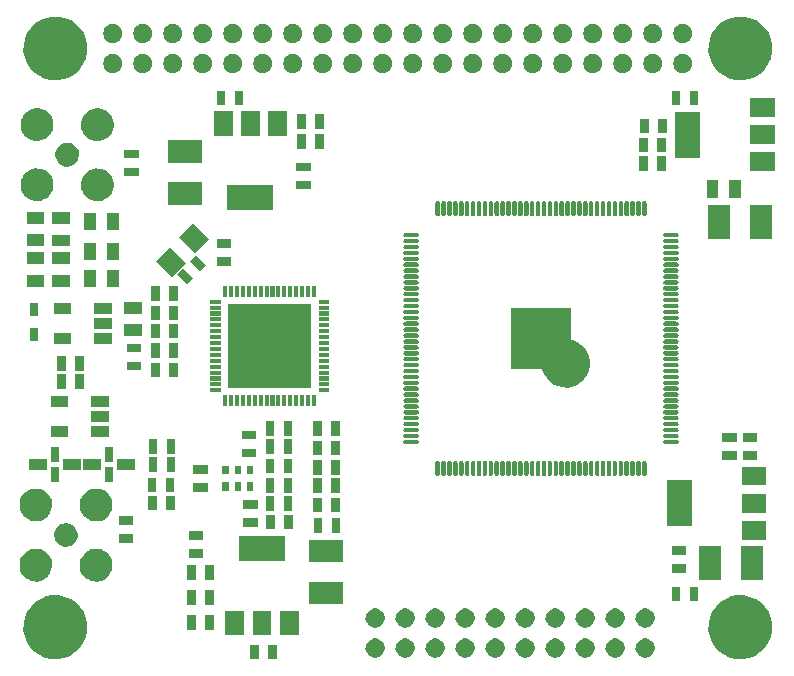
<source format=gts>
G04 #@! TF.FileFunction,Soldermask,Top*
%FSLAX46Y46*%
G04 Gerber Fmt 4.6, Leading zero omitted, Abs format (unit mm)*
G04 Created by KiCad (PCBNEW 4.0.6) date 10/31/18 19:38:30*
%MOMM*%
%LPD*%
G01*
G04 APERTURE LIST*
%ADD10C,0.100000*%
G04 APERTURE END LIST*
D10*
G36*
X112229500Y-126221500D02*
X111494500Y-126221500D01*
X111494500Y-124978500D01*
X112229500Y-124978500D01*
X112229500Y-126221500D01*
X112229500Y-126221500D01*
G37*
G36*
X110705500Y-126221500D02*
X109970500Y-126221500D01*
X109970500Y-124978500D01*
X110705500Y-124978500D01*
X110705500Y-126221500D01*
X110705500Y-126221500D01*
G37*
G36*
X151783592Y-120801797D02*
X152302277Y-120908268D01*
X152790398Y-121113455D01*
X153229373Y-121409546D01*
X153602477Y-121785265D01*
X153895496Y-122226293D01*
X154097271Y-122715836D01*
X154200050Y-123234908D01*
X154200050Y-123234917D01*
X154200116Y-123235251D01*
X154191671Y-123840037D01*
X154191595Y-123840371D01*
X154191595Y-123840383D01*
X154074365Y-124356375D01*
X153858998Y-124840097D01*
X153553779Y-125272772D01*
X153170327Y-125637928D01*
X152723262Y-125921644D01*
X152229597Y-126113125D01*
X151708146Y-126205070D01*
X151178765Y-126193982D01*
X150661612Y-126080278D01*
X150176404Y-125868296D01*
X149741608Y-125566104D01*
X149373786Y-125185213D01*
X149086955Y-124740139D01*
X148892034Y-124247824D01*
X148796448Y-123727020D01*
X148803842Y-123197576D01*
X148913930Y-122679652D01*
X149122522Y-122192970D01*
X149421671Y-121756075D01*
X149799984Y-121385603D01*
X150243047Y-121095670D01*
X150733989Y-120897317D01*
X151254104Y-120798100D01*
X151783592Y-120801797D01*
X151783592Y-120801797D01*
G37*
G36*
X93783592Y-120801797D02*
X94302277Y-120908268D01*
X94790398Y-121113455D01*
X95229373Y-121409546D01*
X95602477Y-121785265D01*
X95895496Y-122226293D01*
X96097271Y-122715836D01*
X96200050Y-123234908D01*
X96200050Y-123234917D01*
X96200116Y-123235251D01*
X96191671Y-123840037D01*
X96191595Y-123840371D01*
X96191595Y-123840383D01*
X96074365Y-124356375D01*
X95858998Y-124840097D01*
X95553779Y-125272772D01*
X95170327Y-125637928D01*
X94723262Y-125921644D01*
X94229597Y-126113125D01*
X93708146Y-126205070D01*
X93178765Y-126193982D01*
X92661612Y-126080278D01*
X92176404Y-125868296D01*
X91741608Y-125566104D01*
X91373786Y-125185213D01*
X91086955Y-124740139D01*
X90892034Y-124247824D01*
X90796448Y-123727020D01*
X90803842Y-123197576D01*
X90913930Y-122679652D01*
X91122522Y-122192970D01*
X91421671Y-121756075D01*
X91799984Y-121385603D01*
X92243047Y-121095670D01*
X92733989Y-120897317D01*
X93254104Y-120798100D01*
X93783592Y-120801797D01*
X93783592Y-120801797D01*
G37*
G36*
X143515288Y-124458539D02*
X143671279Y-124490560D01*
X143818075Y-124552267D01*
X143950093Y-124641314D01*
X144062302Y-124754310D01*
X144150427Y-124886946D01*
X144211105Y-125034166D01*
X144241969Y-125190036D01*
X144241969Y-125190045D01*
X144242035Y-125190379D01*
X144239495Y-125372263D01*
X144239419Y-125372597D01*
X144239419Y-125372609D01*
X144204219Y-125527546D01*
X144139448Y-125673022D01*
X144047657Y-125803145D01*
X143932334Y-125912965D01*
X143797886Y-125998288D01*
X143649420Y-126055875D01*
X143492600Y-126083526D01*
X143333393Y-126080192D01*
X143177861Y-126045996D01*
X143031939Y-125982244D01*
X142901179Y-125891363D01*
X142790558Y-125776812D01*
X142704298Y-125642963D01*
X142645677Y-125494903D01*
X142616930Y-125338272D01*
X142619154Y-125179048D01*
X142652261Y-125023289D01*
X142714995Y-124876922D01*
X142804961Y-124745530D01*
X142918736Y-124634112D01*
X143051982Y-124546918D01*
X143199629Y-124487265D01*
X143356047Y-124457427D01*
X143515288Y-124458539D01*
X143515288Y-124458539D01*
G37*
G36*
X140975288Y-124458539D02*
X141131279Y-124490560D01*
X141278075Y-124552267D01*
X141410093Y-124641314D01*
X141522302Y-124754310D01*
X141610427Y-124886946D01*
X141671105Y-125034166D01*
X141701969Y-125190036D01*
X141701969Y-125190045D01*
X141702035Y-125190379D01*
X141699495Y-125372263D01*
X141699419Y-125372597D01*
X141699419Y-125372609D01*
X141664219Y-125527546D01*
X141599448Y-125673022D01*
X141507657Y-125803145D01*
X141392334Y-125912965D01*
X141257886Y-125998288D01*
X141109420Y-126055875D01*
X140952600Y-126083526D01*
X140793393Y-126080192D01*
X140637861Y-126045996D01*
X140491939Y-125982244D01*
X140361179Y-125891363D01*
X140250558Y-125776812D01*
X140164298Y-125642963D01*
X140105677Y-125494903D01*
X140076930Y-125338272D01*
X140079154Y-125179048D01*
X140112261Y-125023289D01*
X140174995Y-124876922D01*
X140264961Y-124745530D01*
X140378736Y-124634112D01*
X140511982Y-124546918D01*
X140659629Y-124487265D01*
X140816047Y-124457427D01*
X140975288Y-124458539D01*
X140975288Y-124458539D01*
G37*
G36*
X135895288Y-124458539D02*
X136051279Y-124490560D01*
X136198075Y-124552267D01*
X136330093Y-124641314D01*
X136442302Y-124754310D01*
X136530427Y-124886946D01*
X136591105Y-125034166D01*
X136621969Y-125190036D01*
X136621969Y-125190045D01*
X136622035Y-125190379D01*
X136619495Y-125372263D01*
X136619419Y-125372597D01*
X136619419Y-125372609D01*
X136584219Y-125527546D01*
X136519448Y-125673022D01*
X136427657Y-125803145D01*
X136312334Y-125912965D01*
X136177886Y-125998288D01*
X136029420Y-126055875D01*
X135872600Y-126083526D01*
X135713393Y-126080192D01*
X135557861Y-126045996D01*
X135411939Y-125982244D01*
X135281179Y-125891363D01*
X135170558Y-125776812D01*
X135084298Y-125642963D01*
X135025677Y-125494903D01*
X134996930Y-125338272D01*
X134999154Y-125179048D01*
X135032261Y-125023289D01*
X135094995Y-124876922D01*
X135184961Y-124745530D01*
X135298736Y-124634112D01*
X135431982Y-124546918D01*
X135579629Y-124487265D01*
X135736047Y-124457427D01*
X135895288Y-124458539D01*
X135895288Y-124458539D01*
G37*
G36*
X130815288Y-124458539D02*
X130971279Y-124490560D01*
X131118075Y-124552267D01*
X131250093Y-124641314D01*
X131362302Y-124754310D01*
X131450427Y-124886946D01*
X131511105Y-125034166D01*
X131541969Y-125190036D01*
X131541969Y-125190045D01*
X131542035Y-125190379D01*
X131539495Y-125372263D01*
X131539419Y-125372597D01*
X131539419Y-125372609D01*
X131504219Y-125527546D01*
X131439448Y-125673022D01*
X131347657Y-125803145D01*
X131232334Y-125912965D01*
X131097886Y-125998288D01*
X130949420Y-126055875D01*
X130792600Y-126083526D01*
X130633393Y-126080192D01*
X130477861Y-126045996D01*
X130331939Y-125982244D01*
X130201179Y-125891363D01*
X130090558Y-125776812D01*
X130004298Y-125642963D01*
X129945677Y-125494903D01*
X129916930Y-125338272D01*
X129919154Y-125179048D01*
X129952261Y-125023289D01*
X130014995Y-124876922D01*
X130104961Y-124745530D01*
X130218736Y-124634112D01*
X130351982Y-124546918D01*
X130499629Y-124487265D01*
X130656047Y-124457427D01*
X130815288Y-124458539D01*
X130815288Y-124458539D01*
G37*
G36*
X128275288Y-124458539D02*
X128431279Y-124490560D01*
X128578075Y-124552267D01*
X128710093Y-124641314D01*
X128822302Y-124754310D01*
X128910427Y-124886946D01*
X128971105Y-125034166D01*
X129001969Y-125190036D01*
X129001969Y-125190045D01*
X129002035Y-125190379D01*
X128999495Y-125372263D01*
X128999419Y-125372597D01*
X128999419Y-125372609D01*
X128964219Y-125527546D01*
X128899448Y-125673022D01*
X128807657Y-125803145D01*
X128692334Y-125912965D01*
X128557886Y-125998288D01*
X128409420Y-126055875D01*
X128252600Y-126083526D01*
X128093393Y-126080192D01*
X127937861Y-126045996D01*
X127791939Y-125982244D01*
X127661179Y-125891363D01*
X127550558Y-125776812D01*
X127464298Y-125642963D01*
X127405677Y-125494903D01*
X127376930Y-125338272D01*
X127379154Y-125179048D01*
X127412261Y-125023289D01*
X127474995Y-124876922D01*
X127564961Y-124745530D01*
X127678736Y-124634112D01*
X127811982Y-124546918D01*
X127959629Y-124487265D01*
X128116047Y-124457427D01*
X128275288Y-124458539D01*
X128275288Y-124458539D01*
G37*
G36*
X125735288Y-124458539D02*
X125891279Y-124490560D01*
X126038075Y-124552267D01*
X126170093Y-124641314D01*
X126282302Y-124754310D01*
X126370427Y-124886946D01*
X126431105Y-125034166D01*
X126461969Y-125190036D01*
X126461969Y-125190045D01*
X126462035Y-125190379D01*
X126459495Y-125372263D01*
X126459419Y-125372597D01*
X126459419Y-125372609D01*
X126424219Y-125527546D01*
X126359448Y-125673022D01*
X126267657Y-125803145D01*
X126152334Y-125912965D01*
X126017886Y-125998288D01*
X125869420Y-126055875D01*
X125712600Y-126083526D01*
X125553393Y-126080192D01*
X125397861Y-126045996D01*
X125251939Y-125982244D01*
X125121179Y-125891363D01*
X125010558Y-125776812D01*
X124924298Y-125642963D01*
X124865677Y-125494903D01*
X124836930Y-125338272D01*
X124839154Y-125179048D01*
X124872261Y-125023289D01*
X124934995Y-124876922D01*
X125024961Y-124745530D01*
X125138736Y-124634112D01*
X125271982Y-124546918D01*
X125419629Y-124487265D01*
X125576047Y-124457427D01*
X125735288Y-124458539D01*
X125735288Y-124458539D01*
G37*
G36*
X138435288Y-124458539D02*
X138591279Y-124490560D01*
X138738075Y-124552267D01*
X138870093Y-124641314D01*
X138982302Y-124754310D01*
X139070427Y-124886946D01*
X139131105Y-125034166D01*
X139161969Y-125190036D01*
X139161969Y-125190045D01*
X139162035Y-125190379D01*
X139159495Y-125372263D01*
X139159419Y-125372597D01*
X139159419Y-125372609D01*
X139124219Y-125527546D01*
X139059448Y-125673022D01*
X138967657Y-125803145D01*
X138852334Y-125912965D01*
X138717886Y-125998288D01*
X138569420Y-126055875D01*
X138412600Y-126083526D01*
X138253393Y-126080192D01*
X138097861Y-126045996D01*
X137951939Y-125982244D01*
X137821179Y-125891363D01*
X137710558Y-125776812D01*
X137624298Y-125642963D01*
X137565677Y-125494903D01*
X137536930Y-125338272D01*
X137539154Y-125179048D01*
X137572261Y-125023289D01*
X137634995Y-124876922D01*
X137724961Y-124745530D01*
X137838736Y-124634112D01*
X137971982Y-124546918D01*
X138119629Y-124487265D01*
X138276047Y-124457427D01*
X138435288Y-124458539D01*
X138435288Y-124458539D01*
G37*
G36*
X120655288Y-124458539D02*
X120811279Y-124490560D01*
X120958075Y-124552267D01*
X121090093Y-124641314D01*
X121202302Y-124754310D01*
X121290427Y-124886946D01*
X121351105Y-125034166D01*
X121381969Y-125190036D01*
X121381969Y-125190045D01*
X121382035Y-125190379D01*
X121379495Y-125372263D01*
X121379419Y-125372597D01*
X121379419Y-125372609D01*
X121344219Y-125527546D01*
X121279448Y-125673022D01*
X121187657Y-125803145D01*
X121072334Y-125912965D01*
X120937886Y-125998288D01*
X120789420Y-126055875D01*
X120632600Y-126083526D01*
X120473393Y-126080192D01*
X120317861Y-126045996D01*
X120171939Y-125982244D01*
X120041179Y-125891363D01*
X119930558Y-125776812D01*
X119844298Y-125642963D01*
X119785677Y-125494903D01*
X119756930Y-125338272D01*
X119759154Y-125179048D01*
X119792261Y-125023289D01*
X119854995Y-124876922D01*
X119944961Y-124745530D01*
X120058736Y-124634112D01*
X120191982Y-124546918D01*
X120339629Y-124487265D01*
X120496047Y-124457427D01*
X120655288Y-124458539D01*
X120655288Y-124458539D01*
G37*
G36*
X133355288Y-124458539D02*
X133511279Y-124490560D01*
X133658075Y-124552267D01*
X133790093Y-124641314D01*
X133902302Y-124754310D01*
X133990427Y-124886946D01*
X134051105Y-125034166D01*
X134081969Y-125190036D01*
X134081969Y-125190045D01*
X134082035Y-125190379D01*
X134079495Y-125372263D01*
X134079419Y-125372597D01*
X134079419Y-125372609D01*
X134044219Y-125527546D01*
X133979448Y-125673022D01*
X133887657Y-125803145D01*
X133772334Y-125912965D01*
X133637886Y-125998288D01*
X133489420Y-126055875D01*
X133332600Y-126083526D01*
X133173393Y-126080192D01*
X133017861Y-126045996D01*
X132871939Y-125982244D01*
X132741179Y-125891363D01*
X132630558Y-125776812D01*
X132544298Y-125642963D01*
X132485677Y-125494903D01*
X132456930Y-125338272D01*
X132459154Y-125179048D01*
X132492261Y-125023289D01*
X132554995Y-124876922D01*
X132644961Y-124745530D01*
X132758736Y-124634112D01*
X132891982Y-124546918D01*
X133039629Y-124487265D01*
X133196047Y-124457427D01*
X133355288Y-124458539D01*
X133355288Y-124458539D01*
G37*
G36*
X123195288Y-124458539D02*
X123351279Y-124490560D01*
X123498075Y-124552267D01*
X123630093Y-124641314D01*
X123742302Y-124754310D01*
X123830427Y-124886946D01*
X123891105Y-125034166D01*
X123921969Y-125190036D01*
X123921969Y-125190045D01*
X123922035Y-125190379D01*
X123919495Y-125372263D01*
X123919419Y-125372597D01*
X123919419Y-125372609D01*
X123884219Y-125527546D01*
X123819448Y-125673022D01*
X123727657Y-125803145D01*
X123612334Y-125912965D01*
X123477886Y-125998288D01*
X123329420Y-126055875D01*
X123172600Y-126083526D01*
X123013393Y-126080192D01*
X122857861Y-126045996D01*
X122711939Y-125982244D01*
X122581179Y-125891363D01*
X122470558Y-125776812D01*
X122384298Y-125642963D01*
X122325677Y-125494903D01*
X122296930Y-125338272D01*
X122299154Y-125179048D01*
X122332261Y-125023289D01*
X122394995Y-124876922D01*
X122484961Y-124745530D01*
X122598736Y-124634112D01*
X122731982Y-124546918D01*
X122879629Y-124487265D01*
X123036047Y-124457427D01*
X123195288Y-124458539D01*
X123195288Y-124458539D01*
G37*
G36*
X114099938Y-124200063D02*
X112499938Y-124200063D01*
X112499938Y-122100063D01*
X114099938Y-122100063D01*
X114099938Y-124200063D01*
X114099938Y-124200063D01*
G37*
G36*
X109499937Y-124200063D02*
X107899937Y-124200063D01*
X107899937Y-122100063D01*
X109499937Y-122100063D01*
X109499937Y-124200063D01*
X109499937Y-124200063D01*
G37*
G36*
X111799937Y-124200063D02*
X110199937Y-124200063D01*
X110199937Y-122100063D01*
X111799937Y-122100063D01*
X111799937Y-124200063D01*
X111799937Y-124200063D01*
G37*
G36*
X105405500Y-123721500D02*
X104670500Y-123721500D01*
X104670500Y-122478500D01*
X105405500Y-122478500D01*
X105405500Y-123721500D01*
X105405500Y-123721500D01*
G37*
G36*
X106929500Y-123721500D02*
X106194500Y-123721500D01*
X106194500Y-122478500D01*
X106929500Y-122478500D01*
X106929500Y-123721500D01*
X106929500Y-123721500D01*
G37*
G36*
X140975288Y-121918539D02*
X141131279Y-121950560D01*
X141278075Y-122012267D01*
X141410093Y-122101314D01*
X141522302Y-122214310D01*
X141610427Y-122346946D01*
X141671105Y-122494166D01*
X141701969Y-122650036D01*
X141701969Y-122650045D01*
X141702035Y-122650379D01*
X141699495Y-122832263D01*
X141699419Y-122832597D01*
X141699419Y-122832609D01*
X141664219Y-122987546D01*
X141599448Y-123133022D01*
X141507657Y-123263145D01*
X141392334Y-123372965D01*
X141257886Y-123458288D01*
X141109420Y-123515875D01*
X140952600Y-123543526D01*
X140793393Y-123540192D01*
X140637861Y-123505996D01*
X140491939Y-123442244D01*
X140361179Y-123351363D01*
X140250558Y-123236812D01*
X140164298Y-123102963D01*
X140105677Y-122954903D01*
X140076930Y-122798272D01*
X140079154Y-122639048D01*
X140112261Y-122483289D01*
X140174995Y-122336922D01*
X140264961Y-122205530D01*
X140378736Y-122094112D01*
X140511982Y-122006918D01*
X140659629Y-121947265D01*
X140816047Y-121917427D01*
X140975288Y-121918539D01*
X140975288Y-121918539D01*
G37*
G36*
X120655288Y-121918539D02*
X120811279Y-121950560D01*
X120958075Y-122012267D01*
X121090093Y-122101314D01*
X121202302Y-122214310D01*
X121290427Y-122346946D01*
X121351105Y-122494166D01*
X121381969Y-122650036D01*
X121381969Y-122650045D01*
X121382035Y-122650379D01*
X121379495Y-122832263D01*
X121379419Y-122832597D01*
X121379419Y-122832609D01*
X121344219Y-122987546D01*
X121279448Y-123133022D01*
X121187657Y-123263145D01*
X121072334Y-123372965D01*
X120937886Y-123458288D01*
X120789420Y-123515875D01*
X120632600Y-123543526D01*
X120473393Y-123540192D01*
X120317861Y-123505996D01*
X120171939Y-123442244D01*
X120041179Y-123351363D01*
X119930558Y-123236812D01*
X119844298Y-123102963D01*
X119785677Y-122954903D01*
X119756930Y-122798272D01*
X119759154Y-122639048D01*
X119792261Y-122483289D01*
X119854995Y-122336922D01*
X119944961Y-122205530D01*
X120058736Y-122094112D01*
X120191982Y-122006918D01*
X120339629Y-121947265D01*
X120496047Y-121917427D01*
X120655288Y-121918539D01*
X120655288Y-121918539D01*
G37*
G36*
X123195288Y-121918539D02*
X123351279Y-121950560D01*
X123498075Y-122012267D01*
X123630093Y-122101314D01*
X123742302Y-122214310D01*
X123830427Y-122346946D01*
X123891105Y-122494166D01*
X123921969Y-122650036D01*
X123921969Y-122650045D01*
X123922035Y-122650379D01*
X123919495Y-122832263D01*
X123919419Y-122832597D01*
X123919419Y-122832609D01*
X123884219Y-122987546D01*
X123819448Y-123133022D01*
X123727657Y-123263145D01*
X123612334Y-123372965D01*
X123477886Y-123458288D01*
X123329420Y-123515875D01*
X123172600Y-123543526D01*
X123013393Y-123540192D01*
X122857861Y-123505996D01*
X122711939Y-123442244D01*
X122581179Y-123351363D01*
X122470558Y-123236812D01*
X122384298Y-123102963D01*
X122325677Y-122954903D01*
X122296930Y-122798272D01*
X122299154Y-122639048D01*
X122332261Y-122483289D01*
X122394995Y-122336922D01*
X122484961Y-122205530D01*
X122598736Y-122094112D01*
X122731982Y-122006918D01*
X122879629Y-121947265D01*
X123036047Y-121917427D01*
X123195288Y-121918539D01*
X123195288Y-121918539D01*
G37*
G36*
X125735288Y-121918539D02*
X125891279Y-121950560D01*
X126038075Y-122012267D01*
X126170093Y-122101314D01*
X126282302Y-122214310D01*
X126370427Y-122346946D01*
X126431105Y-122494166D01*
X126461969Y-122650036D01*
X126461969Y-122650045D01*
X126462035Y-122650379D01*
X126459495Y-122832263D01*
X126459419Y-122832597D01*
X126459419Y-122832609D01*
X126424219Y-122987546D01*
X126359448Y-123133022D01*
X126267657Y-123263145D01*
X126152334Y-123372965D01*
X126017886Y-123458288D01*
X125869420Y-123515875D01*
X125712600Y-123543526D01*
X125553393Y-123540192D01*
X125397861Y-123505996D01*
X125251939Y-123442244D01*
X125121179Y-123351363D01*
X125010558Y-123236812D01*
X124924298Y-123102963D01*
X124865677Y-122954903D01*
X124836930Y-122798272D01*
X124839154Y-122639048D01*
X124872261Y-122483289D01*
X124934995Y-122336922D01*
X125024961Y-122205530D01*
X125138736Y-122094112D01*
X125271982Y-122006918D01*
X125419629Y-121947265D01*
X125576047Y-121917427D01*
X125735288Y-121918539D01*
X125735288Y-121918539D01*
G37*
G36*
X128275288Y-121918539D02*
X128431279Y-121950560D01*
X128578075Y-122012267D01*
X128710093Y-122101314D01*
X128822302Y-122214310D01*
X128910427Y-122346946D01*
X128971105Y-122494166D01*
X129001969Y-122650036D01*
X129001969Y-122650045D01*
X129002035Y-122650379D01*
X128999495Y-122832263D01*
X128999419Y-122832597D01*
X128999419Y-122832609D01*
X128964219Y-122987546D01*
X128899448Y-123133022D01*
X128807657Y-123263145D01*
X128692334Y-123372965D01*
X128557886Y-123458288D01*
X128409420Y-123515875D01*
X128252600Y-123543526D01*
X128093393Y-123540192D01*
X127937861Y-123505996D01*
X127791939Y-123442244D01*
X127661179Y-123351363D01*
X127550558Y-123236812D01*
X127464298Y-123102963D01*
X127405677Y-122954903D01*
X127376930Y-122798272D01*
X127379154Y-122639048D01*
X127412261Y-122483289D01*
X127474995Y-122336922D01*
X127564961Y-122205530D01*
X127678736Y-122094112D01*
X127811982Y-122006918D01*
X127959629Y-121947265D01*
X128116047Y-121917427D01*
X128275288Y-121918539D01*
X128275288Y-121918539D01*
G37*
G36*
X133355288Y-121918539D02*
X133511279Y-121950560D01*
X133658075Y-122012267D01*
X133790093Y-122101314D01*
X133902302Y-122214310D01*
X133990427Y-122346946D01*
X134051105Y-122494166D01*
X134081969Y-122650036D01*
X134081969Y-122650045D01*
X134082035Y-122650379D01*
X134079495Y-122832263D01*
X134079419Y-122832597D01*
X134079419Y-122832609D01*
X134044219Y-122987546D01*
X133979448Y-123133022D01*
X133887657Y-123263145D01*
X133772334Y-123372965D01*
X133637886Y-123458288D01*
X133489420Y-123515875D01*
X133332600Y-123543526D01*
X133173393Y-123540192D01*
X133017861Y-123505996D01*
X132871939Y-123442244D01*
X132741179Y-123351363D01*
X132630558Y-123236812D01*
X132544298Y-123102963D01*
X132485677Y-122954903D01*
X132456930Y-122798272D01*
X132459154Y-122639048D01*
X132492261Y-122483289D01*
X132554995Y-122336922D01*
X132644961Y-122205530D01*
X132758736Y-122094112D01*
X132891982Y-122006918D01*
X133039629Y-121947265D01*
X133196047Y-121917427D01*
X133355288Y-121918539D01*
X133355288Y-121918539D01*
G37*
G36*
X143515288Y-121918539D02*
X143671279Y-121950560D01*
X143818075Y-122012267D01*
X143950093Y-122101314D01*
X144062302Y-122214310D01*
X144150427Y-122346946D01*
X144211105Y-122494166D01*
X144241969Y-122650036D01*
X144241969Y-122650045D01*
X144242035Y-122650379D01*
X144239495Y-122832263D01*
X144239419Y-122832597D01*
X144239419Y-122832609D01*
X144204219Y-122987546D01*
X144139448Y-123133022D01*
X144047657Y-123263145D01*
X143932334Y-123372965D01*
X143797886Y-123458288D01*
X143649420Y-123515875D01*
X143492600Y-123543526D01*
X143333393Y-123540192D01*
X143177861Y-123505996D01*
X143031939Y-123442244D01*
X142901179Y-123351363D01*
X142790558Y-123236812D01*
X142704298Y-123102963D01*
X142645677Y-122954903D01*
X142616930Y-122798272D01*
X142619154Y-122639048D01*
X142652261Y-122483289D01*
X142714995Y-122336922D01*
X142804961Y-122205530D01*
X142918736Y-122094112D01*
X143051982Y-122006918D01*
X143199629Y-121947265D01*
X143356047Y-121917427D01*
X143515288Y-121918539D01*
X143515288Y-121918539D01*
G37*
G36*
X135895288Y-121918539D02*
X136051279Y-121950560D01*
X136198075Y-122012267D01*
X136330093Y-122101314D01*
X136442302Y-122214310D01*
X136530427Y-122346946D01*
X136591105Y-122494166D01*
X136621969Y-122650036D01*
X136621969Y-122650045D01*
X136622035Y-122650379D01*
X136619495Y-122832263D01*
X136619419Y-122832597D01*
X136619419Y-122832609D01*
X136584219Y-122987546D01*
X136519448Y-123133022D01*
X136427657Y-123263145D01*
X136312334Y-123372965D01*
X136177886Y-123458288D01*
X136029420Y-123515875D01*
X135872600Y-123543526D01*
X135713393Y-123540192D01*
X135557861Y-123505996D01*
X135411939Y-123442244D01*
X135281179Y-123351363D01*
X135170558Y-123236812D01*
X135084298Y-123102963D01*
X135025677Y-122954903D01*
X134996930Y-122798272D01*
X134999154Y-122639048D01*
X135032261Y-122483289D01*
X135094995Y-122336922D01*
X135184961Y-122205530D01*
X135298736Y-122094112D01*
X135431982Y-122006918D01*
X135579629Y-121947265D01*
X135736047Y-121917427D01*
X135895288Y-121918539D01*
X135895288Y-121918539D01*
G37*
G36*
X138435288Y-121918539D02*
X138591279Y-121950560D01*
X138738075Y-122012267D01*
X138870093Y-122101314D01*
X138982302Y-122214310D01*
X139070427Y-122346946D01*
X139131105Y-122494166D01*
X139161969Y-122650036D01*
X139161969Y-122650045D01*
X139162035Y-122650379D01*
X139159495Y-122832263D01*
X139159419Y-122832597D01*
X139159419Y-122832609D01*
X139124219Y-122987546D01*
X139059448Y-123133022D01*
X138967657Y-123263145D01*
X138852334Y-123372965D01*
X138717886Y-123458288D01*
X138569420Y-123515875D01*
X138412600Y-123543526D01*
X138253393Y-123540192D01*
X138097861Y-123505996D01*
X137951939Y-123442244D01*
X137821179Y-123351363D01*
X137710558Y-123236812D01*
X137624298Y-123102963D01*
X137565677Y-122954903D01*
X137536930Y-122798272D01*
X137539154Y-122639048D01*
X137572261Y-122483289D01*
X137634995Y-122336922D01*
X137724961Y-122205530D01*
X137838736Y-122094112D01*
X137971982Y-122006918D01*
X138119629Y-121947265D01*
X138276047Y-121917427D01*
X138435288Y-121918539D01*
X138435288Y-121918539D01*
G37*
G36*
X130815288Y-121918539D02*
X130971279Y-121950560D01*
X131118075Y-122012267D01*
X131250093Y-122101314D01*
X131362302Y-122214310D01*
X131450427Y-122346946D01*
X131511105Y-122494166D01*
X131541969Y-122650036D01*
X131541969Y-122650045D01*
X131542035Y-122650379D01*
X131539495Y-122832263D01*
X131539419Y-122832597D01*
X131539419Y-122832609D01*
X131504219Y-122987546D01*
X131439448Y-123133022D01*
X131347657Y-123263145D01*
X131232334Y-123372965D01*
X131097886Y-123458288D01*
X130949420Y-123515875D01*
X130792600Y-123543526D01*
X130633393Y-123540192D01*
X130477861Y-123505996D01*
X130331939Y-123442244D01*
X130201179Y-123351363D01*
X130090558Y-123236812D01*
X130004298Y-123102963D01*
X129945677Y-122954903D01*
X129916930Y-122798272D01*
X129919154Y-122639048D01*
X129952261Y-122483289D01*
X130014995Y-122336922D01*
X130104961Y-122205530D01*
X130218736Y-122094112D01*
X130351982Y-122006918D01*
X130499629Y-121947265D01*
X130656047Y-121917427D01*
X130815288Y-121918539D01*
X130815288Y-121918539D01*
G37*
G36*
X106929500Y-121621500D02*
X106194500Y-121621500D01*
X106194500Y-120378500D01*
X106929500Y-120378500D01*
X106929500Y-121621500D01*
X106929500Y-121621500D01*
G37*
G36*
X105405500Y-121621500D02*
X104670500Y-121621500D01*
X104670500Y-120378500D01*
X105405500Y-120378500D01*
X105405500Y-121621500D01*
X105405500Y-121621500D01*
G37*
G36*
X117847000Y-121517000D02*
X114953000Y-121517000D01*
X114953000Y-119639000D01*
X117847000Y-119639000D01*
X117847000Y-121517000D01*
X117847000Y-121517000D01*
G37*
G36*
X146405500Y-121321500D02*
X145670500Y-121321500D01*
X145670500Y-120078500D01*
X146405500Y-120078500D01*
X146405500Y-121321500D01*
X146405500Y-121321500D01*
G37*
G36*
X147929500Y-121321500D02*
X147194500Y-121321500D01*
X147194500Y-120078500D01*
X147929500Y-120078500D01*
X147929500Y-121321500D01*
X147929500Y-121321500D01*
G37*
G36*
X97095215Y-116867320D02*
X97360994Y-116921877D01*
X97611109Y-117027016D01*
X97836046Y-117178737D01*
X98027224Y-117371254D01*
X98177371Y-117597243D01*
X98280761Y-117848087D01*
X98333393Y-118113897D01*
X98333393Y-118113907D01*
X98333459Y-118114241D01*
X98329132Y-118424138D01*
X98329056Y-118424472D01*
X98329056Y-118424483D01*
X98269024Y-118688713D01*
X98158669Y-118936576D01*
X98002273Y-119158282D01*
X97805787Y-119345392D01*
X97576709Y-119490769D01*
X97323751Y-119588886D01*
X97056557Y-119635999D01*
X96785298Y-119630317D01*
X96520302Y-119572054D01*
X96271679Y-119463433D01*
X96048887Y-119308588D01*
X95860411Y-119113416D01*
X95713438Y-118885358D01*
X95613558Y-118633092D01*
X95564579Y-118366226D01*
X95568368Y-118094935D01*
X95624777Y-117829549D01*
X95731662Y-117580168D01*
X95884948Y-117356300D01*
X96078799Y-117166466D01*
X96305828Y-117017902D01*
X96557390Y-116916265D01*
X96823900Y-116865425D01*
X97095215Y-116867320D01*
X97095215Y-116867320D01*
G37*
G36*
X91995415Y-116867320D02*
X92261194Y-116921877D01*
X92511309Y-117027016D01*
X92736246Y-117178737D01*
X92927424Y-117371254D01*
X93077571Y-117597243D01*
X93180961Y-117848087D01*
X93233593Y-118113897D01*
X93233593Y-118113907D01*
X93233659Y-118114241D01*
X93229332Y-118424138D01*
X93229256Y-118424472D01*
X93229256Y-118424483D01*
X93169224Y-118688713D01*
X93058869Y-118936576D01*
X92902473Y-119158282D01*
X92705987Y-119345392D01*
X92476909Y-119490769D01*
X92223951Y-119588886D01*
X91956757Y-119635999D01*
X91685498Y-119630317D01*
X91420502Y-119572054D01*
X91171879Y-119463433D01*
X90949087Y-119308588D01*
X90760611Y-119113416D01*
X90613638Y-118885358D01*
X90513758Y-118633092D01*
X90464779Y-118366226D01*
X90468568Y-118094935D01*
X90524977Y-117829549D01*
X90631862Y-117580168D01*
X90785148Y-117356300D01*
X90978999Y-117166466D01*
X91206028Y-117017902D01*
X91457590Y-116916265D01*
X91724100Y-116865425D01*
X91995415Y-116867320D01*
X91995415Y-116867320D01*
G37*
G36*
X149861000Y-119547000D02*
X147983000Y-119547000D01*
X147983000Y-116653000D01*
X149861000Y-116653000D01*
X149861000Y-119547000D01*
X149861000Y-119547000D01*
G37*
G36*
X153417000Y-119547000D02*
X151539000Y-119547000D01*
X151539000Y-116653000D01*
X153417000Y-116653000D01*
X153417000Y-119547000D01*
X153417000Y-119547000D01*
G37*
G36*
X106929500Y-119521500D02*
X106194500Y-119521500D01*
X106194500Y-118278500D01*
X106929500Y-118278500D01*
X106929500Y-119521500D01*
X106929500Y-119521500D01*
G37*
G36*
X105405500Y-119521500D02*
X104670500Y-119521500D01*
X104670500Y-118278500D01*
X105405500Y-118278500D01*
X105405500Y-119521500D01*
X105405500Y-119521500D01*
G37*
G36*
X146921500Y-118929500D02*
X145678500Y-118929500D01*
X145678500Y-118194500D01*
X146921500Y-118194500D01*
X146921500Y-118929500D01*
X146921500Y-118929500D01*
G37*
G36*
X117847000Y-117961000D02*
X114953000Y-117961000D01*
X114953000Y-116083000D01*
X117847000Y-116083000D01*
X117847000Y-117961000D01*
X117847000Y-117961000D01*
G37*
G36*
X112949937Y-117900062D02*
X109049937Y-117900062D01*
X109049937Y-115800062D01*
X112949937Y-115800062D01*
X112949937Y-117900062D01*
X112949937Y-117900062D01*
G37*
G36*
X106021500Y-117629500D02*
X104778500Y-117629500D01*
X104778500Y-116894500D01*
X106021500Y-116894500D01*
X106021500Y-117629500D01*
X106021500Y-117629500D01*
G37*
G36*
X146921500Y-117405500D02*
X145678500Y-117405500D01*
X145678500Y-116670500D01*
X146921500Y-116670500D01*
X146921500Y-117405500D01*
X146921500Y-117405500D01*
G37*
G36*
X94505297Y-114698166D02*
X94697884Y-114737698D01*
X94879120Y-114813883D01*
X95042113Y-114923823D01*
X95180642Y-115063322D01*
X95289442Y-115227079D01*
X95364357Y-115408839D01*
X95402478Y-115601356D01*
X95402478Y-115601371D01*
X95402543Y-115601700D01*
X95399408Y-115826255D01*
X95399332Y-115826589D01*
X95399332Y-115826601D01*
X95355855Y-116017968D01*
X95275889Y-116197573D01*
X95162563Y-116358224D01*
X95020185Y-116493808D01*
X94854194Y-116599149D01*
X94670897Y-116670246D01*
X94477286Y-116704384D01*
X94280728Y-116700267D01*
X94088709Y-116658049D01*
X93908556Y-116579342D01*
X93747112Y-116467136D01*
X93610542Y-116325714D01*
X93504044Y-116160462D01*
X93431670Y-115977666D01*
X93396179Y-115784290D01*
X93398925Y-115587710D01*
X93439799Y-115395409D01*
X93517250Y-115214704D01*
X93628323Y-115052486D01*
X93768790Y-114914930D01*
X93933297Y-114807279D01*
X94115583Y-114733631D01*
X94308698Y-114696793D01*
X94505297Y-114698166D01*
X94505297Y-114698166D01*
G37*
G36*
X100111500Y-116389500D02*
X98868500Y-116389500D01*
X98868500Y-115654500D01*
X100111500Y-115654500D01*
X100111500Y-116389500D01*
X100111500Y-116389500D01*
G37*
G36*
X106021500Y-116105500D02*
X104778500Y-116105500D01*
X104778500Y-115370500D01*
X106021500Y-115370500D01*
X106021500Y-116105500D01*
X106021500Y-116105500D01*
G37*
G36*
X153700063Y-116100063D02*
X151600063Y-116100063D01*
X151600063Y-114500063D01*
X153700063Y-114500063D01*
X153700063Y-116100063D01*
X153700063Y-116100063D01*
G37*
G36*
X116105500Y-115521500D02*
X115370500Y-115521500D01*
X115370500Y-114278500D01*
X116105500Y-114278500D01*
X116105500Y-115521500D01*
X116105500Y-115521500D01*
G37*
G36*
X117629500Y-115521500D02*
X116894500Y-115521500D01*
X116894500Y-114278500D01*
X117629500Y-114278500D01*
X117629500Y-115521500D01*
X117629500Y-115521500D01*
G37*
G36*
X113629500Y-115221500D02*
X112894500Y-115221500D01*
X112894500Y-113978500D01*
X113629500Y-113978500D01*
X113629500Y-115221500D01*
X113629500Y-115221500D01*
G37*
G36*
X112105500Y-115221500D02*
X111370500Y-115221500D01*
X111370500Y-113978500D01*
X112105500Y-113978500D01*
X112105500Y-115221500D01*
X112105500Y-115221500D01*
G37*
G36*
X110621500Y-115029500D02*
X109378500Y-115029500D01*
X109378500Y-114294500D01*
X110621500Y-114294500D01*
X110621500Y-115029500D01*
X110621500Y-115029500D01*
G37*
G36*
X147400062Y-114950063D02*
X145300062Y-114950063D01*
X145300062Y-111050063D01*
X147400062Y-111050063D01*
X147400062Y-114950063D01*
X147400062Y-114950063D01*
G37*
G36*
X100111500Y-114865500D02*
X98868500Y-114865500D01*
X98868500Y-114130500D01*
X100111500Y-114130500D01*
X100111500Y-114865500D01*
X100111500Y-114865500D01*
G37*
G36*
X97095215Y-111767520D02*
X97360994Y-111822077D01*
X97611109Y-111927216D01*
X97836046Y-112078937D01*
X98027224Y-112271454D01*
X98177371Y-112497443D01*
X98280761Y-112748287D01*
X98333393Y-113014097D01*
X98333393Y-113014107D01*
X98333459Y-113014441D01*
X98329132Y-113324338D01*
X98329056Y-113324672D01*
X98329056Y-113324683D01*
X98269024Y-113588913D01*
X98158669Y-113836776D01*
X98002273Y-114058482D01*
X97805787Y-114245592D01*
X97576709Y-114390969D01*
X97323751Y-114489086D01*
X97056557Y-114536199D01*
X96785298Y-114530517D01*
X96520302Y-114472254D01*
X96271679Y-114363633D01*
X96048887Y-114208788D01*
X95860411Y-114013616D01*
X95713438Y-113785558D01*
X95613558Y-113533292D01*
X95564579Y-113266426D01*
X95568368Y-112995135D01*
X95624777Y-112729749D01*
X95731662Y-112480368D01*
X95884948Y-112256500D01*
X96078799Y-112066666D01*
X96305828Y-111918102D01*
X96557390Y-111816465D01*
X96823900Y-111765625D01*
X97095215Y-111767520D01*
X97095215Y-111767520D01*
G37*
G36*
X91995415Y-111767520D02*
X92261194Y-111822077D01*
X92511309Y-111927216D01*
X92736246Y-112078937D01*
X92927424Y-112271454D01*
X93077571Y-112497443D01*
X93180961Y-112748287D01*
X93233593Y-113014097D01*
X93233593Y-113014107D01*
X93233659Y-113014441D01*
X93229332Y-113324338D01*
X93229256Y-113324672D01*
X93229256Y-113324683D01*
X93169224Y-113588913D01*
X93058869Y-113836776D01*
X92902473Y-114058482D01*
X92705987Y-114245592D01*
X92476909Y-114390969D01*
X92223951Y-114489086D01*
X91956757Y-114536199D01*
X91685498Y-114530517D01*
X91420502Y-114472254D01*
X91171879Y-114363633D01*
X90949087Y-114208788D01*
X90760611Y-114013616D01*
X90613638Y-113785558D01*
X90513758Y-113533292D01*
X90464779Y-113266426D01*
X90468568Y-112995135D01*
X90524977Y-112729749D01*
X90631862Y-112480368D01*
X90785148Y-112256500D01*
X90978999Y-112066666D01*
X91206028Y-111918102D01*
X91457590Y-111816465D01*
X91724100Y-111765625D01*
X91995415Y-111767520D01*
X91995415Y-111767520D01*
G37*
G36*
X153700063Y-113800063D02*
X151600063Y-113800063D01*
X151600063Y-112200063D01*
X153700063Y-112200063D01*
X153700063Y-113800063D01*
X153700063Y-113800063D01*
G37*
G36*
X117588500Y-113778500D02*
X116853500Y-113778500D01*
X116853500Y-112535500D01*
X117588500Y-112535500D01*
X117588500Y-113778500D01*
X117588500Y-113778500D01*
G37*
G36*
X116064500Y-113778500D02*
X115329500Y-113778500D01*
X115329500Y-112535500D01*
X116064500Y-112535500D01*
X116064500Y-113778500D01*
X116064500Y-113778500D01*
G37*
G36*
X112044500Y-113651500D02*
X111309500Y-113651500D01*
X111309500Y-112408500D01*
X112044500Y-112408500D01*
X112044500Y-113651500D01*
X112044500Y-113651500D01*
G37*
G36*
X113568500Y-113651500D02*
X112833500Y-113651500D01*
X112833500Y-112408500D01*
X113568500Y-112408500D01*
X113568500Y-113651500D01*
X113568500Y-113651500D01*
G37*
G36*
X103619500Y-113621500D02*
X102884500Y-113621500D01*
X102884500Y-112378500D01*
X103619500Y-112378500D01*
X103619500Y-113621500D01*
X103619500Y-113621500D01*
G37*
G36*
X102095500Y-113621500D02*
X101360500Y-113621500D01*
X101360500Y-112378500D01*
X102095500Y-112378500D01*
X102095500Y-113621500D01*
X102095500Y-113621500D01*
G37*
G36*
X110621500Y-113505500D02*
X109378500Y-113505500D01*
X109378500Y-112770500D01*
X110621500Y-112770500D01*
X110621500Y-113505500D01*
X110621500Y-113505500D01*
G37*
G36*
X117588500Y-112127500D02*
X116853500Y-112127500D01*
X116853500Y-110884500D01*
X117588500Y-110884500D01*
X117588500Y-112127500D01*
X117588500Y-112127500D01*
G37*
G36*
X113568500Y-112127500D02*
X112833500Y-112127500D01*
X112833500Y-110884500D01*
X113568500Y-110884500D01*
X113568500Y-112127500D01*
X113568500Y-112127500D01*
G37*
G36*
X112044500Y-112127500D02*
X111309500Y-112127500D01*
X111309500Y-110884500D01*
X112044500Y-110884500D01*
X112044500Y-112127500D01*
X112044500Y-112127500D01*
G37*
G36*
X116064500Y-112127500D02*
X115329500Y-112127500D01*
X115329500Y-110884500D01*
X116064500Y-110884500D01*
X116064500Y-112127500D01*
X116064500Y-112127500D01*
G37*
G36*
X103579500Y-112081500D02*
X102844500Y-112081500D01*
X102844500Y-110838500D01*
X103579500Y-110838500D01*
X103579500Y-112081500D01*
X103579500Y-112081500D01*
G37*
G36*
X102055500Y-112081500D02*
X101320500Y-112081500D01*
X101320500Y-110838500D01*
X102055500Y-110838500D01*
X102055500Y-112081500D01*
X102055500Y-112081500D01*
G37*
G36*
X106421500Y-112029500D02*
X105178500Y-112029500D01*
X105178500Y-111294500D01*
X106421500Y-111294500D01*
X106421500Y-112029500D01*
X106421500Y-112029500D01*
G37*
G36*
X110242500Y-111962500D02*
X109717500Y-111962500D01*
X109717500Y-111237500D01*
X110242500Y-111237500D01*
X110242500Y-111962500D01*
X110242500Y-111962500D01*
G37*
G36*
X108162500Y-111962500D02*
X107637500Y-111962500D01*
X107637500Y-111237500D01*
X108162500Y-111237500D01*
X108162500Y-111962500D01*
X108162500Y-111962500D01*
G37*
G36*
X109202500Y-111962500D02*
X108677500Y-111962500D01*
X108677500Y-111237500D01*
X109202500Y-111237500D01*
X109202500Y-111962500D01*
X109202500Y-111962500D01*
G37*
G36*
X153700063Y-111500062D02*
X151600063Y-111500062D01*
X151600063Y-109900062D01*
X153700063Y-109900062D01*
X153700063Y-111500062D01*
X153700063Y-111500062D01*
G37*
G36*
X93822063Y-111177938D02*
X93122063Y-111177938D01*
X93122063Y-109977938D01*
X93822063Y-109977938D01*
X93822063Y-111177938D01*
X93822063Y-111177938D01*
G37*
G36*
X98394063Y-111177938D02*
X97694063Y-111177938D01*
X97694063Y-109977938D01*
X98394063Y-109977938D01*
X98394063Y-111177938D01*
X98394063Y-111177938D01*
G37*
G36*
X134908155Y-109410728D02*
X134908168Y-109410732D01*
X134908205Y-109410736D01*
X134943628Y-109421701D01*
X134976247Y-109439338D01*
X135004818Y-109462975D01*
X135028255Y-109491711D01*
X135045664Y-109524452D01*
X135056381Y-109559950D01*
X135060000Y-109596855D01*
X135060000Y-110523190D01*
X135059996Y-110523776D01*
X135059995Y-110523781D01*
X135059981Y-110525798D01*
X135055848Y-110562648D01*
X135044636Y-110597994D01*
X135026772Y-110630489D01*
X135002936Y-110658895D01*
X134974037Y-110682130D01*
X134941175Y-110699310D01*
X134905602Y-110709780D01*
X134905568Y-110709783D01*
X134905555Y-110709787D01*
X134868676Y-110713143D01*
X134831845Y-110709272D01*
X134831832Y-110709268D01*
X134831795Y-110709264D01*
X134796372Y-110698299D01*
X134763753Y-110680662D01*
X134735182Y-110657025D01*
X134711745Y-110628289D01*
X134694336Y-110595548D01*
X134683619Y-110560050D01*
X134680000Y-110523145D01*
X134680000Y-109596810D01*
X134680004Y-109596224D01*
X134680005Y-109596219D01*
X134680019Y-109594202D01*
X134684152Y-109557352D01*
X134695364Y-109522006D01*
X134713228Y-109489511D01*
X134737064Y-109461105D01*
X134765963Y-109437870D01*
X134798825Y-109420690D01*
X134834398Y-109410220D01*
X134834432Y-109410217D01*
X134834445Y-109410213D01*
X134871324Y-109406857D01*
X134908155Y-109410728D01*
X134908155Y-109410728D01*
G37*
G36*
X138908155Y-109410728D02*
X138908168Y-109410732D01*
X138908205Y-109410736D01*
X138943628Y-109421701D01*
X138976247Y-109439338D01*
X139004818Y-109462975D01*
X139028255Y-109491711D01*
X139045664Y-109524452D01*
X139056381Y-109559950D01*
X139060000Y-109596855D01*
X139060000Y-110523190D01*
X139059996Y-110523776D01*
X139059995Y-110523781D01*
X139059981Y-110525798D01*
X139055848Y-110562648D01*
X139044636Y-110597994D01*
X139026772Y-110630489D01*
X139002936Y-110658895D01*
X138974037Y-110682130D01*
X138941175Y-110699310D01*
X138905602Y-110709780D01*
X138905568Y-110709783D01*
X138905555Y-110709787D01*
X138868676Y-110713143D01*
X138831845Y-110709272D01*
X138831832Y-110709268D01*
X138831795Y-110709264D01*
X138796372Y-110698299D01*
X138763753Y-110680662D01*
X138735182Y-110657025D01*
X138711745Y-110628289D01*
X138694336Y-110595548D01*
X138683619Y-110560050D01*
X138680000Y-110523145D01*
X138680000Y-109596810D01*
X138680004Y-109596224D01*
X138680005Y-109596219D01*
X138680019Y-109594202D01*
X138684152Y-109557352D01*
X138695364Y-109522006D01*
X138713228Y-109489511D01*
X138737064Y-109461105D01*
X138765963Y-109437870D01*
X138798825Y-109420690D01*
X138834398Y-109410220D01*
X138834432Y-109410217D01*
X138834445Y-109410213D01*
X138871324Y-109406857D01*
X138908155Y-109410728D01*
X138908155Y-109410728D01*
G37*
G36*
X138408155Y-109410728D02*
X138408168Y-109410732D01*
X138408205Y-109410736D01*
X138443628Y-109421701D01*
X138476247Y-109439338D01*
X138504818Y-109462975D01*
X138528255Y-109491711D01*
X138545664Y-109524452D01*
X138556381Y-109559950D01*
X138560000Y-109596855D01*
X138560000Y-110523190D01*
X138559996Y-110523776D01*
X138559995Y-110523781D01*
X138559981Y-110525798D01*
X138555848Y-110562648D01*
X138544636Y-110597994D01*
X138526772Y-110630489D01*
X138502936Y-110658895D01*
X138474037Y-110682130D01*
X138441175Y-110699310D01*
X138405602Y-110709780D01*
X138405568Y-110709783D01*
X138405555Y-110709787D01*
X138368676Y-110713143D01*
X138331845Y-110709272D01*
X138331832Y-110709268D01*
X138331795Y-110709264D01*
X138296372Y-110698299D01*
X138263753Y-110680662D01*
X138235182Y-110657025D01*
X138211745Y-110628289D01*
X138194336Y-110595548D01*
X138183619Y-110560050D01*
X138180000Y-110523145D01*
X138180000Y-109596810D01*
X138180004Y-109596224D01*
X138180005Y-109596219D01*
X138180019Y-109594202D01*
X138184152Y-109557352D01*
X138195364Y-109522006D01*
X138213228Y-109489511D01*
X138237064Y-109461105D01*
X138265963Y-109437870D01*
X138298825Y-109420690D01*
X138334398Y-109410220D01*
X138334432Y-109410217D01*
X138334445Y-109410213D01*
X138371324Y-109406857D01*
X138408155Y-109410728D01*
X138408155Y-109410728D01*
G37*
G36*
X137908155Y-109410728D02*
X137908168Y-109410732D01*
X137908205Y-109410736D01*
X137943628Y-109421701D01*
X137976247Y-109439338D01*
X138004818Y-109462975D01*
X138028255Y-109491711D01*
X138045664Y-109524452D01*
X138056381Y-109559950D01*
X138060000Y-109596855D01*
X138060000Y-110523190D01*
X138059996Y-110523776D01*
X138059995Y-110523781D01*
X138059981Y-110525798D01*
X138055848Y-110562648D01*
X138044636Y-110597994D01*
X138026772Y-110630489D01*
X138002936Y-110658895D01*
X137974037Y-110682130D01*
X137941175Y-110699310D01*
X137905602Y-110709780D01*
X137905568Y-110709783D01*
X137905555Y-110709787D01*
X137868676Y-110713143D01*
X137831845Y-110709272D01*
X137831832Y-110709268D01*
X137831795Y-110709264D01*
X137796372Y-110698299D01*
X137763753Y-110680662D01*
X137735182Y-110657025D01*
X137711745Y-110628289D01*
X137694336Y-110595548D01*
X137683619Y-110560050D01*
X137680000Y-110523145D01*
X137680000Y-109596810D01*
X137680004Y-109596224D01*
X137680005Y-109596219D01*
X137680019Y-109594202D01*
X137684152Y-109557352D01*
X137695364Y-109522006D01*
X137713228Y-109489511D01*
X137737064Y-109461105D01*
X137765963Y-109437870D01*
X137798825Y-109420690D01*
X137834398Y-109410220D01*
X137834432Y-109410217D01*
X137834445Y-109410213D01*
X137871324Y-109406857D01*
X137908155Y-109410728D01*
X137908155Y-109410728D01*
G37*
G36*
X137408155Y-109410728D02*
X137408168Y-109410732D01*
X137408205Y-109410736D01*
X137443628Y-109421701D01*
X137476247Y-109439338D01*
X137504818Y-109462975D01*
X137528255Y-109491711D01*
X137545664Y-109524452D01*
X137556381Y-109559950D01*
X137560000Y-109596855D01*
X137560000Y-110523190D01*
X137559996Y-110523776D01*
X137559995Y-110523781D01*
X137559981Y-110525798D01*
X137555848Y-110562648D01*
X137544636Y-110597994D01*
X137526772Y-110630489D01*
X137502936Y-110658895D01*
X137474037Y-110682130D01*
X137441175Y-110699310D01*
X137405602Y-110709780D01*
X137405568Y-110709783D01*
X137405555Y-110709787D01*
X137368676Y-110713143D01*
X137331845Y-110709272D01*
X137331832Y-110709268D01*
X137331795Y-110709264D01*
X137296372Y-110698299D01*
X137263753Y-110680662D01*
X137235182Y-110657025D01*
X137211745Y-110628289D01*
X137194336Y-110595548D01*
X137183619Y-110560050D01*
X137180000Y-110523145D01*
X137180000Y-109596810D01*
X137180004Y-109596224D01*
X137180005Y-109596219D01*
X137180019Y-109594202D01*
X137184152Y-109557352D01*
X137195364Y-109522006D01*
X137213228Y-109489511D01*
X137237064Y-109461105D01*
X137265963Y-109437870D01*
X137298825Y-109420690D01*
X137334398Y-109410220D01*
X137334432Y-109410217D01*
X137334445Y-109410213D01*
X137371324Y-109406857D01*
X137408155Y-109410728D01*
X137408155Y-109410728D01*
G37*
G36*
X136908155Y-109410728D02*
X136908168Y-109410732D01*
X136908205Y-109410736D01*
X136943628Y-109421701D01*
X136976247Y-109439338D01*
X137004818Y-109462975D01*
X137028255Y-109491711D01*
X137045664Y-109524452D01*
X137056381Y-109559950D01*
X137060000Y-109596855D01*
X137060000Y-110523190D01*
X137059996Y-110523776D01*
X137059995Y-110523781D01*
X137059981Y-110525798D01*
X137055848Y-110562648D01*
X137044636Y-110597994D01*
X137026772Y-110630489D01*
X137002936Y-110658895D01*
X136974037Y-110682130D01*
X136941175Y-110699310D01*
X136905602Y-110709780D01*
X136905568Y-110709783D01*
X136905555Y-110709787D01*
X136868676Y-110713143D01*
X136831845Y-110709272D01*
X136831832Y-110709268D01*
X136831795Y-110709264D01*
X136796372Y-110698299D01*
X136763753Y-110680662D01*
X136735182Y-110657025D01*
X136711745Y-110628289D01*
X136694336Y-110595548D01*
X136683619Y-110560050D01*
X136680000Y-110523145D01*
X136680000Y-109596810D01*
X136680004Y-109596224D01*
X136680005Y-109596219D01*
X136680019Y-109594202D01*
X136684152Y-109557352D01*
X136695364Y-109522006D01*
X136713228Y-109489511D01*
X136737064Y-109461105D01*
X136765963Y-109437870D01*
X136798825Y-109420690D01*
X136834398Y-109410220D01*
X136834432Y-109410217D01*
X136834445Y-109410213D01*
X136871324Y-109406857D01*
X136908155Y-109410728D01*
X136908155Y-109410728D01*
G37*
G36*
X136408155Y-109410728D02*
X136408168Y-109410732D01*
X136408205Y-109410736D01*
X136443628Y-109421701D01*
X136476247Y-109439338D01*
X136504818Y-109462975D01*
X136528255Y-109491711D01*
X136545664Y-109524452D01*
X136556381Y-109559950D01*
X136560000Y-109596855D01*
X136560000Y-110523190D01*
X136559996Y-110523776D01*
X136559995Y-110523781D01*
X136559981Y-110525798D01*
X136555848Y-110562648D01*
X136544636Y-110597994D01*
X136526772Y-110630489D01*
X136502936Y-110658895D01*
X136474037Y-110682130D01*
X136441175Y-110699310D01*
X136405602Y-110709780D01*
X136405568Y-110709783D01*
X136405555Y-110709787D01*
X136368676Y-110713143D01*
X136331845Y-110709272D01*
X136331832Y-110709268D01*
X136331795Y-110709264D01*
X136296372Y-110698299D01*
X136263753Y-110680662D01*
X136235182Y-110657025D01*
X136211745Y-110628289D01*
X136194336Y-110595548D01*
X136183619Y-110560050D01*
X136180000Y-110523145D01*
X136180000Y-109596810D01*
X136180004Y-109596224D01*
X136180005Y-109596219D01*
X136180019Y-109594202D01*
X136184152Y-109557352D01*
X136195364Y-109522006D01*
X136213228Y-109489511D01*
X136237064Y-109461105D01*
X136265963Y-109437870D01*
X136298825Y-109420690D01*
X136334398Y-109410220D01*
X136334432Y-109410217D01*
X136334445Y-109410213D01*
X136371324Y-109406857D01*
X136408155Y-109410728D01*
X136408155Y-109410728D01*
G37*
G36*
X135908155Y-109410728D02*
X135908168Y-109410732D01*
X135908205Y-109410736D01*
X135943628Y-109421701D01*
X135976247Y-109439338D01*
X136004818Y-109462975D01*
X136028255Y-109491711D01*
X136045664Y-109524452D01*
X136056381Y-109559950D01*
X136060000Y-109596855D01*
X136060000Y-110523190D01*
X136059996Y-110523776D01*
X136059995Y-110523781D01*
X136059981Y-110525798D01*
X136055848Y-110562648D01*
X136044636Y-110597994D01*
X136026772Y-110630489D01*
X136002936Y-110658895D01*
X135974037Y-110682130D01*
X135941175Y-110699310D01*
X135905602Y-110709780D01*
X135905568Y-110709783D01*
X135905555Y-110709787D01*
X135868676Y-110713143D01*
X135831845Y-110709272D01*
X135831832Y-110709268D01*
X135831795Y-110709264D01*
X135796372Y-110698299D01*
X135763753Y-110680662D01*
X135735182Y-110657025D01*
X135711745Y-110628289D01*
X135694336Y-110595548D01*
X135683619Y-110560050D01*
X135680000Y-110523145D01*
X135680000Y-109596810D01*
X135680004Y-109596224D01*
X135680005Y-109596219D01*
X135680019Y-109594202D01*
X135684152Y-109557352D01*
X135695364Y-109522006D01*
X135713228Y-109489511D01*
X135737064Y-109461105D01*
X135765963Y-109437870D01*
X135798825Y-109420690D01*
X135834398Y-109410220D01*
X135834432Y-109410217D01*
X135834445Y-109410213D01*
X135871324Y-109406857D01*
X135908155Y-109410728D01*
X135908155Y-109410728D01*
G37*
G36*
X135408155Y-109410728D02*
X135408168Y-109410732D01*
X135408205Y-109410736D01*
X135443628Y-109421701D01*
X135476247Y-109439338D01*
X135504818Y-109462975D01*
X135528255Y-109491711D01*
X135545664Y-109524452D01*
X135556381Y-109559950D01*
X135560000Y-109596855D01*
X135560000Y-110523190D01*
X135559996Y-110523776D01*
X135559995Y-110523781D01*
X135559981Y-110525798D01*
X135555848Y-110562648D01*
X135544636Y-110597994D01*
X135526772Y-110630489D01*
X135502936Y-110658895D01*
X135474037Y-110682130D01*
X135441175Y-110699310D01*
X135405602Y-110709780D01*
X135405568Y-110709783D01*
X135405555Y-110709787D01*
X135368676Y-110713143D01*
X135331845Y-110709272D01*
X135331832Y-110709268D01*
X135331795Y-110709264D01*
X135296372Y-110698299D01*
X135263753Y-110680662D01*
X135235182Y-110657025D01*
X135211745Y-110628289D01*
X135194336Y-110595548D01*
X135183619Y-110560050D01*
X135180000Y-110523145D01*
X135180000Y-109596810D01*
X135180004Y-109596224D01*
X135180005Y-109596219D01*
X135180019Y-109594202D01*
X135184152Y-109557352D01*
X135195364Y-109522006D01*
X135213228Y-109489511D01*
X135237064Y-109461105D01*
X135265963Y-109437870D01*
X135298825Y-109420690D01*
X135334398Y-109410220D01*
X135334432Y-109410217D01*
X135334445Y-109410213D01*
X135371324Y-109406857D01*
X135408155Y-109410728D01*
X135408155Y-109410728D01*
G37*
G36*
X139408155Y-109410728D02*
X139408168Y-109410732D01*
X139408205Y-109410736D01*
X139443628Y-109421701D01*
X139476247Y-109439338D01*
X139504818Y-109462975D01*
X139528255Y-109491711D01*
X139545664Y-109524452D01*
X139556381Y-109559950D01*
X139560000Y-109596855D01*
X139560000Y-110523190D01*
X139559996Y-110523776D01*
X139559995Y-110523781D01*
X139559981Y-110525798D01*
X139555848Y-110562648D01*
X139544636Y-110597994D01*
X139526772Y-110630489D01*
X139502936Y-110658895D01*
X139474037Y-110682130D01*
X139441175Y-110699310D01*
X139405602Y-110709780D01*
X139405568Y-110709783D01*
X139405555Y-110709787D01*
X139368676Y-110713143D01*
X139331845Y-110709272D01*
X139331832Y-110709268D01*
X139331795Y-110709264D01*
X139296372Y-110698299D01*
X139263753Y-110680662D01*
X139235182Y-110657025D01*
X139211745Y-110628289D01*
X139194336Y-110595548D01*
X139183619Y-110560050D01*
X139180000Y-110523145D01*
X139180000Y-109596810D01*
X139180004Y-109596224D01*
X139180005Y-109596219D01*
X139180019Y-109594202D01*
X139184152Y-109557352D01*
X139195364Y-109522006D01*
X139213228Y-109489511D01*
X139237064Y-109461105D01*
X139265963Y-109437870D01*
X139298825Y-109420690D01*
X139334398Y-109410220D01*
X139334432Y-109410217D01*
X139334445Y-109410213D01*
X139371324Y-109406857D01*
X139408155Y-109410728D01*
X139408155Y-109410728D01*
G37*
G36*
X131408155Y-109410728D02*
X131408168Y-109410732D01*
X131408205Y-109410736D01*
X131443628Y-109421701D01*
X131476247Y-109439338D01*
X131504818Y-109462975D01*
X131528255Y-109491711D01*
X131545664Y-109524452D01*
X131556381Y-109559950D01*
X131560000Y-109596855D01*
X131560000Y-110523190D01*
X131559996Y-110523776D01*
X131559995Y-110523781D01*
X131559981Y-110525798D01*
X131555848Y-110562648D01*
X131544636Y-110597994D01*
X131526772Y-110630489D01*
X131502936Y-110658895D01*
X131474037Y-110682130D01*
X131441175Y-110699310D01*
X131405602Y-110709780D01*
X131405568Y-110709783D01*
X131405555Y-110709787D01*
X131368676Y-110713143D01*
X131331845Y-110709272D01*
X131331832Y-110709268D01*
X131331795Y-110709264D01*
X131296372Y-110698299D01*
X131263753Y-110680662D01*
X131235182Y-110657025D01*
X131211745Y-110628289D01*
X131194336Y-110595548D01*
X131183619Y-110560050D01*
X131180000Y-110523145D01*
X131180000Y-109596810D01*
X131180004Y-109596224D01*
X131180005Y-109596219D01*
X131180019Y-109594202D01*
X131184152Y-109557352D01*
X131195364Y-109522006D01*
X131213228Y-109489511D01*
X131237064Y-109461105D01*
X131265963Y-109437870D01*
X131298825Y-109420690D01*
X131334398Y-109410220D01*
X131334432Y-109410217D01*
X131334445Y-109410213D01*
X131371324Y-109406857D01*
X131408155Y-109410728D01*
X131408155Y-109410728D01*
G37*
G36*
X134408155Y-109410728D02*
X134408168Y-109410732D01*
X134408205Y-109410736D01*
X134443628Y-109421701D01*
X134476247Y-109439338D01*
X134504818Y-109462975D01*
X134528255Y-109491711D01*
X134545664Y-109524452D01*
X134556381Y-109559950D01*
X134560000Y-109596855D01*
X134560000Y-110523190D01*
X134559996Y-110523776D01*
X134559995Y-110523781D01*
X134559981Y-110525798D01*
X134555848Y-110562648D01*
X134544636Y-110597994D01*
X134526772Y-110630489D01*
X134502936Y-110658895D01*
X134474037Y-110682130D01*
X134441175Y-110699310D01*
X134405602Y-110709780D01*
X134405568Y-110709783D01*
X134405555Y-110709787D01*
X134368676Y-110713143D01*
X134331845Y-110709272D01*
X134331832Y-110709268D01*
X134331795Y-110709264D01*
X134296372Y-110698299D01*
X134263753Y-110680662D01*
X134235182Y-110657025D01*
X134211745Y-110628289D01*
X134194336Y-110595548D01*
X134183619Y-110560050D01*
X134180000Y-110523145D01*
X134180000Y-109596810D01*
X134180004Y-109596224D01*
X134180005Y-109596219D01*
X134180019Y-109594202D01*
X134184152Y-109557352D01*
X134195364Y-109522006D01*
X134213228Y-109489511D01*
X134237064Y-109461105D01*
X134265963Y-109437870D01*
X134298825Y-109420690D01*
X134334398Y-109410220D01*
X134334432Y-109410217D01*
X134334445Y-109410213D01*
X134371324Y-109406857D01*
X134408155Y-109410728D01*
X134408155Y-109410728D01*
G37*
G36*
X133908155Y-109410728D02*
X133908168Y-109410732D01*
X133908205Y-109410736D01*
X133943628Y-109421701D01*
X133976247Y-109439338D01*
X134004818Y-109462975D01*
X134028255Y-109491711D01*
X134045664Y-109524452D01*
X134056381Y-109559950D01*
X134060000Y-109596855D01*
X134060000Y-110523190D01*
X134059996Y-110523776D01*
X134059995Y-110523781D01*
X134059981Y-110525798D01*
X134055848Y-110562648D01*
X134044636Y-110597994D01*
X134026772Y-110630489D01*
X134002936Y-110658895D01*
X133974037Y-110682130D01*
X133941175Y-110699310D01*
X133905602Y-110709780D01*
X133905568Y-110709783D01*
X133905555Y-110709787D01*
X133868676Y-110713143D01*
X133831845Y-110709272D01*
X133831832Y-110709268D01*
X133831795Y-110709264D01*
X133796372Y-110698299D01*
X133763753Y-110680662D01*
X133735182Y-110657025D01*
X133711745Y-110628289D01*
X133694336Y-110595548D01*
X133683619Y-110560050D01*
X133680000Y-110523145D01*
X133680000Y-109596810D01*
X133680004Y-109596224D01*
X133680005Y-109596219D01*
X133680019Y-109594202D01*
X133684152Y-109557352D01*
X133695364Y-109522006D01*
X133713228Y-109489511D01*
X133737064Y-109461105D01*
X133765963Y-109437870D01*
X133798825Y-109420690D01*
X133834398Y-109410220D01*
X133834432Y-109410217D01*
X133834445Y-109410213D01*
X133871324Y-109406857D01*
X133908155Y-109410728D01*
X133908155Y-109410728D01*
G37*
G36*
X130908155Y-109410728D02*
X130908168Y-109410732D01*
X130908205Y-109410736D01*
X130943628Y-109421701D01*
X130976247Y-109439338D01*
X131004818Y-109462975D01*
X131028255Y-109491711D01*
X131045664Y-109524452D01*
X131056381Y-109559950D01*
X131060000Y-109596855D01*
X131060000Y-110523190D01*
X131059996Y-110523776D01*
X131059995Y-110523781D01*
X131059981Y-110525798D01*
X131055848Y-110562648D01*
X131044636Y-110597994D01*
X131026772Y-110630489D01*
X131002936Y-110658895D01*
X130974037Y-110682130D01*
X130941175Y-110699310D01*
X130905602Y-110709780D01*
X130905568Y-110709783D01*
X130905555Y-110709787D01*
X130868676Y-110713143D01*
X130831845Y-110709272D01*
X130831832Y-110709268D01*
X130831795Y-110709264D01*
X130796372Y-110698299D01*
X130763753Y-110680662D01*
X130735182Y-110657025D01*
X130711745Y-110628289D01*
X130694336Y-110595548D01*
X130683619Y-110560050D01*
X130680000Y-110523145D01*
X130680000Y-109596810D01*
X130680004Y-109596224D01*
X130680005Y-109596219D01*
X130680019Y-109594202D01*
X130684152Y-109557352D01*
X130695364Y-109522006D01*
X130713228Y-109489511D01*
X130737064Y-109461105D01*
X130765963Y-109437870D01*
X130798825Y-109420690D01*
X130834398Y-109410220D01*
X130834432Y-109410217D01*
X130834445Y-109410213D01*
X130871324Y-109406857D01*
X130908155Y-109410728D01*
X130908155Y-109410728D01*
G37*
G36*
X133408155Y-109410728D02*
X133408168Y-109410732D01*
X133408205Y-109410736D01*
X133443628Y-109421701D01*
X133476247Y-109439338D01*
X133504818Y-109462975D01*
X133528255Y-109491711D01*
X133545664Y-109524452D01*
X133556381Y-109559950D01*
X133560000Y-109596855D01*
X133560000Y-110523190D01*
X133559996Y-110523776D01*
X133559995Y-110523781D01*
X133559981Y-110525798D01*
X133555848Y-110562648D01*
X133544636Y-110597994D01*
X133526772Y-110630489D01*
X133502936Y-110658895D01*
X133474037Y-110682130D01*
X133441175Y-110699310D01*
X133405602Y-110709780D01*
X133405568Y-110709783D01*
X133405555Y-110709787D01*
X133368676Y-110713143D01*
X133331845Y-110709272D01*
X133331832Y-110709268D01*
X133331795Y-110709264D01*
X133296372Y-110698299D01*
X133263753Y-110680662D01*
X133235182Y-110657025D01*
X133211745Y-110628289D01*
X133194336Y-110595548D01*
X133183619Y-110560050D01*
X133180000Y-110523145D01*
X133180000Y-109596810D01*
X133180004Y-109596224D01*
X133180005Y-109596219D01*
X133180019Y-109594202D01*
X133184152Y-109557352D01*
X133195364Y-109522006D01*
X133213228Y-109489511D01*
X133237064Y-109461105D01*
X133265963Y-109437870D01*
X133298825Y-109420690D01*
X133334398Y-109410220D01*
X133334432Y-109410217D01*
X133334445Y-109410213D01*
X133371324Y-109406857D01*
X133408155Y-109410728D01*
X133408155Y-109410728D01*
G37*
G36*
X132908155Y-109410728D02*
X132908168Y-109410732D01*
X132908205Y-109410736D01*
X132943628Y-109421701D01*
X132976247Y-109439338D01*
X133004818Y-109462975D01*
X133028255Y-109491711D01*
X133045664Y-109524452D01*
X133056381Y-109559950D01*
X133060000Y-109596855D01*
X133060000Y-110523190D01*
X133059996Y-110523776D01*
X133059995Y-110523781D01*
X133059981Y-110525798D01*
X133055848Y-110562648D01*
X133044636Y-110597994D01*
X133026772Y-110630489D01*
X133002936Y-110658895D01*
X132974037Y-110682130D01*
X132941175Y-110699310D01*
X132905602Y-110709780D01*
X132905568Y-110709783D01*
X132905555Y-110709787D01*
X132868676Y-110713143D01*
X132831845Y-110709272D01*
X132831832Y-110709268D01*
X132831795Y-110709264D01*
X132796372Y-110698299D01*
X132763753Y-110680662D01*
X132735182Y-110657025D01*
X132711745Y-110628289D01*
X132694336Y-110595548D01*
X132683619Y-110560050D01*
X132680000Y-110523145D01*
X132680000Y-109596810D01*
X132680004Y-109596224D01*
X132680005Y-109596219D01*
X132680019Y-109594202D01*
X132684152Y-109557352D01*
X132695364Y-109522006D01*
X132713228Y-109489511D01*
X132737064Y-109461105D01*
X132765963Y-109437870D01*
X132798825Y-109420690D01*
X132834398Y-109410220D01*
X132834432Y-109410217D01*
X132834445Y-109410213D01*
X132871324Y-109406857D01*
X132908155Y-109410728D01*
X132908155Y-109410728D01*
G37*
G36*
X132408155Y-109410728D02*
X132408168Y-109410732D01*
X132408205Y-109410736D01*
X132443628Y-109421701D01*
X132476247Y-109439338D01*
X132504818Y-109462975D01*
X132528255Y-109491711D01*
X132545664Y-109524452D01*
X132556381Y-109559950D01*
X132560000Y-109596855D01*
X132560000Y-110523190D01*
X132559996Y-110523776D01*
X132559995Y-110523781D01*
X132559981Y-110525798D01*
X132555848Y-110562648D01*
X132544636Y-110597994D01*
X132526772Y-110630489D01*
X132502936Y-110658895D01*
X132474037Y-110682130D01*
X132441175Y-110699310D01*
X132405602Y-110709780D01*
X132405568Y-110709783D01*
X132405555Y-110709787D01*
X132368676Y-110713143D01*
X132331845Y-110709272D01*
X132331832Y-110709268D01*
X132331795Y-110709264D01*
X132296372Y-110698299D01*
X132263753Y-110680662D01*
X132235182Y-110657025D01*
X132211745Y-110628289D01*
X132194336Y-110595548D01*
X132183619Y-110560050D01*
X132180000Y-110523145D01*
X132180000Y-109596810D01*
X132180004Y-109596224D01*
X132180005Y-109596219D01*
X132180019Y-109594202D01*
X132184152Y-109557352D01*
X132195364Y-109522006D01*
X132213228Y-109489511D01*
X132237064Y-109461105D01*
X132265963Y-109437870D01*
X132298825Y-109420690D01*
X132334398Y-109410220D01*
X132334432Y-109410217D01*
X132334445Y-109410213D01*
X132371324Y-109406857D01*
X132408155Y-109410728D01*
X132408155Y-109410728D01*
G37*
G36*
X131908155Y-109410728D02*
X131908168Y-109410732D01*
X131908205Y-109410736D01*
X131943628Y-109421701D01*
X131976247Y-109439338D01*
X132004818Y-109462975D01*
X132028255Y-109491711D01*
X132045664Y-109524452D01*
X132056381Y-109559950D01*
X132060000Y-109596855D01*
X132060000Y-110523190D01*
X132059996Y-110523776D01*
X132059995Y-110523781D01*
X132059981Y-110525798D01*
X132055848Y-110562648D01*
X132044636Y-110597994D01*
X132026772Y-110630489D01*
X132002936Y-110658895D01*
X131974037Y-110682130D01*
X131941175Y-110699310D01*
X131905602Y-110709780D01*
X131905568Y-110709783D01*
X131905555Y-110709787D01*
X131868676Y-110713143D01*
X131831845Y-110709272D01*
X131831832Y-110709268D01*
X131831795Y-110709264D01*
X131796372Y-110698299D01*
X131763753Y-110680662D01*
X131735182Y-110657025D01*
X131711745Y-110628289D01*
X131694336Y-110595548D01*
X131683619Y-110560050D01*
X131680000Y-110523145D01*
X131680000Y-109596810D01*
X131680004Y-109596224D01*
X131680005Y-109596219D01*
X131680019Y-109594202D01*
X131684152Y-109557352D01*
X131695364Y-109522006D01*
X131713228Y-109489511D01*
X131737064Y-109461105D01*
X131765963Y-109437870D01*
X131798825Y-109420690D01*
X131834398Y-109410220D01*
X131834432Y-109410217D01*
X131834445Y-109410213D01*
X131871324Y-109406857D01*
X131908155Y-109410728D01*
X131908155Y-109410728D01*
G37*
G36*
X140408155Y-109410728D02*
X140408168Y-109410732D01*
X140408205Y-109410736D01*
X140443628Y-109421701D01*
X140476247Y-109439338D01*
X140504818Y-109462975D01*
X140528255Y-109491711D01*
X140545664Y-109524452D01*
X140556381Y-109559950D01*
X140560000Y-109596855D01*
X140560000Y-110523190D01*
X140559996Y-110523776D01*
X140559995Y-110523781D01*
X140559981Y-110525798D01*
X140555848Y-110562648D01*
X140544636Y-110597994D01*
X140526772Y-110630489D01*
X140502936Y-110658895D01*
X140474037Y-110682130D01*
X140441175Y-110699310D01*
X140405602Y-110709780D01*
X140405568Y-110709783D01*
X140405555Y-110709787D01*
X140368676Y-110713143D01*
X140331845Y-110709272D01*
X140331832Y-110709268D01*
X140331795Y-110709264D01*
X140296372Y-110698299D01*
X140263753Y-110680662D01*
X140235182Y-110657025D01*
X140211745Y-110628289D01*
X140194336Y-110595548D01*
X140183619Y-110560050D01*
X140180000Y-110523145D01*
X140180000Y-109596810D01*
X140180004Y-109596224D01*
X140180005Y-109596219D01*
X140180019Y-109594202D01*
X140184152Y-109557352D01*
X140195364Y-109522006D01*
X140213228Y-109489511D01*
X140237064Y-109461105D01*
X140265963Y-109437870D01*
X140298825Y-109420690D01*
X140334398Y-109410220D01*
X140334432Y-109410217D01*
X140334445Y-109410213D01*
X140371324Y-109406857D01*
X140408155Y-109410728D01*
X140408155Y-109410728D01*
G37*
G36*
X139908155Y-109410728D02*
X139908168Y-109410732D01*
X139908205Y-109410736D01*
X139943628Y-109421701D01*
X139976247Y-109439338D01*
X140004818Y-109462975D01*
X140028255Y-109491711D01*
X140045664Y-109524452D01*
X140056381Y-109559950D01*
X140060000Y-109596855D01*
X140060000Y-110523190D01*
X140059996Y-110523776D01*
X140059995Y-110523781D01*
X140059981Y-110525798D01*
X140055848Y-110562648D01*
X140044636Y-110597994D01*
X140026772Y-110630489D01*
X140002936Y-110658895D01*
X139974037Y-110682130D01*
X139941175Y-110699310D01*
X139905602Y-110709780D01*
X139905568Y-110709783D01*
X139905555Y-110709787D01*
X139868676Y-110713143D01*
X139831845Y-110709272D01*
X139831832Y-110709268D01*
X139831795Y-110709264D01*
X139796372Y-110698299D01*
X139763753Y-110680662D01*
X139735182Y-110657025D01*
X139711745Y-110628289D01*
X139694336Y-110595548D01*
X139683619Y-110560050D01*
X139680000Y-110523145D01*
X139680000Y-109596810D01*
X139680004Y-109596224D01*
X139680005Y-109596219D01*
X139680019Y-109594202D01*
X139684152Y-109557352D01*
X139695364Y-109522006D01*
X139713228Y-109489511D01*
X139737064Y-109461105D01*
X139765963Y-109437870D01*
X139798825Y-109420690D01*
X139834398Y-109410220D01*
X139834432Y-109410217D01*
X139834445Y-109410213D01*
X139871324Y-109406857D01*
X139908155Y-109410728D01*
X139908155Y-109410728D01*
G37*
G36*
X125908155Y-109410728D02*
X125908168Y-109410732D01*
X125908205Y-109410736D01*
X125943628Y-109421701D01*
X125976247Y-109439338D01*
X126004818Y-109462975D01*
X126028255Y-109491711D01*
X126045664Y-109524452D01*
X126056381Y-109559950D01*
X126060000Y-109596855D01*
X126060000Y-110523190D01*
X126059996Y-110523776D01*
X126059995Y-110523781D01*
X126059981Y-110525798D01*
X126055848Y-110562648D01*
X126044636Y-110597994D01*
X126026772Y-110630489D01*
X126002936Y-110658895D01*
X125974037Y-110682130D01*
X125941175Y-110699310D01*
X125905602Y-110709780D01*
X125905568Y-110709783D01*
X125905555Y-110709787D01*
X125868676Y-110713143D01*
X125831845Y-110709272D01*
X125831832Y-110709268D01*
X125831795Y-110709264D01*
X125796372Y-110698299D01*
X125763753Y-110680662D01*
X125735182Y-110657025D01*
X125711745Y-110628289D01*
X125694336Y-110595548D01*
X125683619Y-110560050D01*
X125680000Y-110523145D01*
X125680000Y-109596810D01*
X125680004Y-109596224D01*
X125680005Y-109596219D01*
X125680019Y-109594202D01*
X125684152Y-109557352D01*
X125695364Y-109522006D01*
X125713228Y-109489511D01*
X125737064Y-109461105D01*
X125765963Y-109437870D01*
X125798825Y-109420690D01*
X125834398Y-109410220D01*
X125834432Y-109410217D01*
X125834445Y-109410213D01*
X125871324Y-109406857D01*
X125908155Y-109410728D01*
X125908155Y-109410728D01*
G37*
G36*
X142408155Y-109410728D02*
X142408168Y-109410732D01*
X142408205Y-109410736D01*
X142443628Y-109421701D01*
X142476247Y-109439338D01*
X142504818Y-109462975D01*
X142528255Y-109491711D01*
X142545664Y-109524452D01*
X142556381Y-109559950D01*
X142560000Y-109596855D01*
X142560000Y-110523190D01*
X142559996Y-110523776D01*
X142559995Y-110523781D01*
X142559981Y-110525798D01*
X142555848Y-110562648D01*
X142544636Y-110597994D01*
X142526772Y-110630489D01*
X142502936Y-110658895D01*
X142474037Y-110682130D01*
X142441175Y-110699310D01*
X142405602Y-110709780D01*
X142405568Y-110709783D01*
X142405555Y-110709787D01*
X142368676Y-110713143D01*
X142331845Y-110709272D01*
X142331832Y-110709268D01*
X142331795Y-110709264D01*
X142296372Y-110698299D01*
X142263753Y-110680662D01*
X142235182Y-110657025D01*
X142211745Y-110628289D01*
X142194336Y-110595548D01*
X142183619Y-110560050D01*
X142180000Y-110523145D01*
X142180000Y-109596810D01*
X142180004Y-109596224D01*
X142180005Y-109596219D01*
X142180019Y-109594202D01*
X142184152Y-109557352D01*
X142195364Y-109522006D01*
X142213228Y-109489511D01*
X142237064Y-109461105D01*
X142265963Y-109437870D01*
X142298825Y-109420690D01*
X142334398Y-109410220D01*
X142334432Y-109410217D01*
X142334445Y-109410213D01*
X142371324Y-109406857D01*
X142408155Y-109410728D01*
X142408155Y-109410728D01*
G37*
G36*
X142908155Y-109410728D02*
X142908168Y-109410732D01*
X142908205Y-109410736D01*
X142943628Y-109421701D01*
X142976247Y-109439338D01*
X143004818Y-109462975D01*
X143028255Y-109491711D01*
X143045664Y-109524452D01*
X143056381Y-109559950D01*
X143060000Y-109596855D01*
X143060000Y-110523190D01*
X143059996Y-110523776D01*
X143059995Y-110523781D01*
X143059981Y-110525798D01*
X143055848Y-110562648D01*
X143044636Y-110597994D01*
X143026772Y-110630489D01*
X143002936Y-110658895D01*
X142974037Y-110682130D01*
X142941175Y-110699310D01*
X142905602Y-110709780D01*
X142905568Y-110709783D01*
X142905555Y-110709787D01*
X142868676Y-110713143D01*
X142831845Y-110709272D01*
X142831832Y-110709268D01*
X142831795Y-110709264D01*
X142796372Y-110698299D01*
X142763753Y-110680662D01*
X142735182Y-110657025D01*
X142711745Y-110628289D01*
X142694336Y-110595548D01*
X142683619Y-110560050D01*
X142680000Y-110523145D01*
X142680000Y-109596810D01*
X142680004Y-109596224D01*
X142680005Y-109596219D01*
X142680019Y-109594202D01*
X142684152Y-109557352D01*
X142695364Y-109522006D01*
X142713228Y-109489511D01*
X142737064Y-109461105D01*
X142765963Y-109437870D01*
X142798825Y-109420690D01*
X142834398Y-109410220D01*
X142834432Y-109410217D01*
X142834445Y-109410213D01*
X142871324Y-109406857D01*
X142908155Y-109410728D01*
X142908155Y-109410728D01*
G37*
G36*
X143408155Y-109410728D02*
X143408168Y-109410732D01*
X143408205Y-109410736D01*
X143443628Y-109421701D01*
X143476247Y-109439338D01*
X143504818Y-109462975D01*
X143528255Y-109491711D01*
X143545664Y-109524452D01*
X143556381Y-109559950D01*
X143560000Y-109596855D01*
X143560000Y-110523190D01*
X143559996Y-110523776D01*
X143559995Y-110523781D01*
X143559981Y-110525798D01*
X143555848Y-110562648D01*
X143544636Y-110597994D01*
X143526772Y-110630489D01*
X143502936Y-110658895D01*
X143474037Y-110682130D01*
X143441175Y-110699310D01*
X143405602Y-110709780D01*
X143405568Y-110709783D01*
X143405555Y-110709787D01*
X143368676Y-110713143D01*
X143331845Y-110709272D01*
X143331832Y-110709268D01*
X143331795Y-110709264D01*
X143296372Y-110698299D01*
X143263753Y-110680662D01*
X143235182Y-110657025D01*
X143211745Y-110628289D01*
X143194336Y-110595548D01*
X143183619Y-110560050D01*
X143180000Y-110523145D01*
X143180000Y-109596810D01*
X143180004Y-109596224D01*
X143180005Y-109596219D01*
X143180019Y-109594202D01*
X143184152Y-109557352D01*
X143195364Y-109522006D01*
X143213228Y-109489511D01*
X143237064Y-109461105D01*
X143265963Y-109437870D01*
X143298825Y-109420690D01*
X143334398Y-109410220D01*
X143334432Y-109410217D01*
X143334445Y-109410213D01*
X143371324Y-109406857D01*
X143408155Y-109410728D01*
X143408155Y-109410728D01*
G37*
G36*
X130408155Y-109410728D02*
X130408168Y-109410732D01*
X130408205Y-109410736D01*
X130443628Y-109421701D01*
X130476247Y-109439338D01*
X130504818Y-109462975D01*
X130528255Y-109491711D01*
X130545664Y-109524452D01*
X130556381Y-109559950D01*
X130560000Y-109596855D01*
X130560000Y-110523190D01*
X130559996Y-110523776D01*
X130559995Y-110523781D01*
X130559981Y-110525798D01*
X130555848Y-110562648D01*
X130544636Y-110597994D01*
X130526772Y-110630489D01*
X130502936Y-110658895D01*
X130474037Y-110682130D01*
X130441175Y-110699310D01*
X130405602Y-110709780D01*
X130405568Y-110709783D01*
X130405555Y-110709787D01*
X130368676Y-110713143D01*
X130331845Y-110709272D01*
X130331832Y-110709268D01*
X130331795Y-110709264D01*
X130296372Y-110698299D01*
X130263753Y-110680662D01*
X130235182Y-110657025D01*
X130211745Y-110628289D01*
X130194336Y-110595548D01*
X130183619Y-110560050D01*
X130180000Y-110523145D01*
X130180000Y-109596810D01*
X130180004Y-109596224D01*
X130180005Y-109596219D01*
X130180019Y-109594202D01*
X130184152Y-109557352D01*
X130195364Y-109522006D01*
X130213228Y-109489511D01*
X130237064Y-109461105D01*
X130265963Y-109437870D01*
X130298825Y-109420690D01*
X130334398Y-109410220D01*
X130334432Y-109410217D01*
X130334445Y-109410213D01*
X130371324Y-109406857D01*
X130408155Y-109410728D01*
X130408155Y-109410728D01*
G37*
G36*
X126408155Y-109410728D02*
X126408168Y-109410732D01*
X126408205Y-109410736D01*
X126443628Y-109421701D01*
X126476247Y-109439338D01*
X126504818Y-109462975D01*
X126528255Y-109491711D01*
X126545664Y-109524452D01*
X126556381Y-109559950D01*
X126560000Y-109596855D01*
X126560000Y-110523190D01*
X126559996Y-110523776D01*
X126559995Y-110523781D01*
X126559981Y-110525798D01*
X126555848Y-110562648D01*
X126544636Y-110597994D01*
X126526772Y-110630489D01*
X126502936Y-110658895D01*
X126474037Y-110682130D01*
X126441175Y-110699310D01*
X126405602Y-110709780D01*
X126405568Y-110709783D01*
X126405555Y-110709787D01*
X126368676Y-110713143D01*
X126331845Y-110709272D01*
X126331832Y-110709268D01*
X126331795Y-110709264D01*
X126296372Y-110698299D01*
X126263753Y-110680662D01*
X126235182Y-110657025D01*
X126211745Y-110628289D01*
X126194336Y-110595548D01*
X126183619Y-110560050D01*
X126180000Y-110523145D01*
X126180000Y-109596810D01*
X126180004Y-109596224D01*
X126180005Y-109596219D01*
X126180019Y-109594202D01*
X126184152Y-109557352D01*
X126195364Y-109522006D01*
X126213228Y-109489511D01*
X126237064Y-109461105D01*
X126265963Y-109437870D01*
X126298825Y-109420690D01*
X126334398Y-109410220D01*
X126334432Y-109410217D01*
X126334445Y-109410213D01*
X126371324Y-109406857D01*
X126408155Y-109410728D01*
X126408155Y-109410728D01*
G37*
G36*
X141908155Y-109410728D02*
X141908168Y-109410732D01*
X141908205Y-109410736D01*
X141943628Y-109421701D01*
X141976247Y-109439338D01*
X142004818Y-109462975D01*
X142028255Y-109491711D01*
X142045664Y-109524452D01*
X142056381Y-109559950D01*
X142060000Y-109596855D01*
X142060000Y-110523190D01*
X142059996Y-110523776D01*
X142059995Y-110523781D01*
X142059981Y-110525798D01*
X142055848Y-110562648D01*
X142044636Y-110597994D01*
X142026772Y-110630489D01*
X142002936Y-110658895D01*
X141974037Y-110682130D01*
X141941175Y-110699310D01*
X141905602Y-110709780D01*
X141905568Y-110709783D01*
X141905555Y-110709787D01*
X141868676Y-110713143D01*
X141831845Y-110709272D01*
X141831832Y-110709268D01*
X141831795Y-110709264D01*
X141796372Y-110698299D01*
X141763753Y-110680662D01*
X141735182Y-110657025D01*
X141711745Y-110628289D01*
X141694336Y-110595548D01*
X141683619Y-110560050D01*
X141680000Y-110523145D01*
X141680000Y-109596810D01*
X141680004Y-109596224D01*
X141680005Y-109596219D01*
X141680019Y-109594202D01*
X141684152Y-109557352D01*
X141695364Y-109522006D01*
X141713228Y-109489511D01*
X141737064Y-109461105D01*
X141765963Y-109437870D01*
X141798825Y-109420690D01*
X141834398Y-109410220D01*
X141834432Y-109410217D01*
X141834445Y-109410213D01*
X141871324Y-109406857D01*
X141908155Y-109410728D01*
X141908155Y-109410728D01*
G37*
G36*
X126908155Y-109410728D02*
X126908168Y-109410732D01*
X126908205Y-109410736D01*
X126943628Y-109421701D01*
X126976247Y-109439338D01*
X127004818Y-109462975D01*
X127028255Y-109491711D01*
X127045664Y-109524452D01*
X127056381Y-109559950D01*
X127060000Y-109596855D01*
X127060000Y-110523190D01*
X127059996Y-110523776D01*
X127059995Y-110523781D01*
X127059981Y-110525798D01*
X127055848Y-110562648D01*
X127044636Y-110597994D01*
X127026772Y-110630489D01*
X127002936Y-110658895D01*
X126974037Y-110682130D01*
X126941175Y-110699310D01*
X126905602Y-110709780D01*
X126905568Y-110709783D01*
X126905555Y-110709787D01*
X126868676Y-110713143D01*
X126831845Y-110709272D01*
X126831832Y-110709268D01*
X126831795Y-110709264D01*
X126796372Y-110698299D01*
X126763753Y-110680662D01*
X126735182Y-110657025D01*
X126711745Y-110628289D01*
X126694336Y-110595548D01*
X126683619Y-110560050D01*
X126680000Y-110523145D01*
X126680000Y-109596810D01*
X126680004Y-109596224D01*
X126680005Y-109596219D01*
X126680019Y-109594202D01*
X126684152Y-109557352D01*
X126695364Y-109522006D01*
X126713228Y-109489511D01*
X126737064Y-109461105D01*
X126765963Y-109437870D01*
X126798825Y-109420690D01*
X126834398Y-109410220D01*
X126834432Y-109410217D01*
X126834445Y-109410213D01*
X126871324Y-109406857D01*
X126908155Y-109410728D01*
X126908155Y-109410728D01*
G37*
G36*
X127908155Y-109410728D02*
X127908168Y-109410732D01*
X127908205Y-109410736D01*
X127943628Y-109421701D01*
X127976247Y-109439338D01*
X128004818Y-109462975D01*
X128028255Y-109491711D01*
X128045664Y-109524452D01*
X128056381Y-109559950D01*
X128060000Y-109596855D01*
X128060000Y-110523190D01*
X128059996Y-110523776D01*
X128059995Y-110523781D01*
X128059981Y-110525798D01*
X128055848Y-110562648D01*
X128044636Y-110597994D01*
X128026772Y-110630489D01*
X128002936Y-110658895D01*
X127974037Y-110682130D01*
X127941175Y-110699310D01*
X127905602Y-110709780D01*
X127905568Y-110709783D01*
X127905555Y-110709787D01*
X127868676Y-110713143D01*
X127831845Y-110709272D01*
X127831832Y-110709268D01*
X127831795Y-110709264D01*
X127796372Y-110698299D01*
X127763753Y-110680662D01*
X127735182Y-110657025D01*
X127711745Y-110628289D01*
X127694336Y-110595548D01*
X127683619Y-110560050D01*
X127680000Y-110523145D01*
X127680000Y-109596810D01*
X127680004Y-109596224D01*
X127680005Y-109596219D01*
X127680019Y-109594202D01*
X127684152Y-109557352D01*
X127695364Y-109522006D01*
X127713228Y-109489511D01*
X127737064Y-109461105D01*
X127765963Y-109437870D01*
X127798825Y-109420690D01*
X127834398Y-109410220D01*
X127834432Y-109410217D01*
X127834445Y-109410213D01*
X127871324Y-109406857D01*
X127908155Y-109410728D01*
X127908155Y-109410728D01*
G37*
G36*
X127408155Y-109410728D02*
X127408168Y-109410732D01*
X127408205Y-109410736D01*
X127443628Y-109421701D01*
X127476247Y-109439338D01*
X127504818Y-109462975D01*
X127528255Y-109491711D01*
X127545664Y-109524452D01*
X127556381Y-109559950D01*
X127560000Y-109596855D01*
X127560000Y-110523190D01*
X127559996Y-110523776D01*
X127559995Y-110523781D01*
X127559981Y-110525798D01*
X127555848Y-110562648D01*
X127544636Y-110597994D01*
X127526772Y-110630489D01*
X127502936Y-110658895D01*
X127474037Y-110682130D01*
X127441175Y-110699310D01*
X127405602Y-110709780D01*
X127405568Y-110709783D01*
X127405555Y-110709787D01*
X127368676Y-110713143D01*
X127331845Y-110709272D01*
X127331832Y-110709268D01*
X127331795Y-110709264D01*
X127296372Y-110698299D01*
X127263753Y-110680662D01*
X127235182Y-110657025D01*
X127211745Y-110628289D01*
X127194336Y-110595548D01*
X127183619Y-110560050D01*
X127180000Y-110523145D01*
X127180000Y-109596810D01*
X127180004Y-109596224D01*
X127180005Y-109596219D01*
X127180019Y-109594202D01*
X127184152Y-109557352D01*
X127195364Y-109522006D01*
X127213228Y-109489511D01*
X127237064Y-109461105D01*
X127265963Y-109437870D01*
X127298825Y-109420690D01*
X127334398Y-109410220D01*
X127334432Y-109410217D01*
X127334445Y-109410213D01*
X127371324Y-109406857D01*
X127408155Y-109410728D01*
X127408155Y-109410728D01*
G37*
G36*
X140908155Y-109410728D02*
X140908168Y-109410732D01*
X140908205Y-109410736D01*
X140943628Y-109421701D01*
X140976247Y-109439338D01*
X141004818Y-109462975D01*
X141028255Y-109491711D01*
X141045664Y-109524452D01*
X141056381Y-109559950D01*
X141060000Y-109596855D01*
X141060000Y-110523190D01*
X141059996Y-110523776D01*
X141059995Y-110523781D01*
X141059981Y-110525798D01*
X141055848Y-110562648D01*
X141044636Y-110597994D01*
X141026772Y-110630489D01*
X141002936Y-110658895D01*
X140974037Y-110682130D01*
X140941175Y-110699310D01*
X140905602Y-110709780D01*
X140905568Y-110709783D01*
X140905555Y-110709787D01*
X140868676Y-110713143D01*
X140831845Y-110709272D01*
X140831832Y-110709268D01*
X140831795Y-110709264D01*
X140796372Y-110698299D01*
X140763753Y-110680662D01*
X140735182Y-110657025D01*
X140711745Y-110628289D01*
X140694336Y-110595548D01*
X140683619Y-110560050D01*
X140680000Y-110523145D01*
X140680000Y-109596810D01*
X140680004Y-109596224D01*
X140680005Y-109596219D01*
X140680019Y-109594202D01*
X140684152Y-109557352D01*
X140695364Y-109522006D01*
X140713228Y-109489511D01*
X140737064Y-109461105D01*
X140765963Y-109437870D01*
X140798825Y-109420690D01*
X140834398Y-109410220D01*
X140834432Y-109410217D01*
X140834445Y-109410213D01*
X140871324Y-109406857D01*
X140908155Y-109410728D01*
X140908155Y-109410728D01*
G37*
G36*
X141408155Y-109410728D02*
X141408168Y-109410732D01*
X141408205Y-109410736D01*
X141443628Y-109421701D01*
X141476247Y-109439338D01*
X141504818Y-109462975D01*
X141528255Y-109491711D01*
X141545664Y-109524452D01*
X141556381Y-109559950D01*
X141560000Y-109596855D01*
X141560000Y-110523190D01*
X141559996Y-110523776D01*
X141559995Y-110523781D01*
X141559981Y-110525798D01*
X141555848Y-110562648D01*
X141544636Y-110597994D01*
X141526772Y-110630489D01*
X141502936Y-110658895D01*
X141474037Y-110682130D01*
X141441175Y-110699310D01*
X141405602Y-110709780D01*
X141405568Y-110709783D01*
X141405555Y-110709787D01*
X141368676Y-110713143D01*
X141331845Y-110709272D01*
X141331832Y-110709268D01*
X141331795Y-110709264D01*
X141296372Y-110698299D01*
X141263753Y-110680662D01*
X141235182Y-110657025D01*
X141211745Y-110628289D01*
X141194336Y-110595548D01*
X141183619Y-110560050D01*
X141180000Y-110523145D01*
X141180000Y-109596810D01*
X141180004Y-109596224D01*
X141180005Y-109596219D01*
X141180019Y-109594202D01*
X141184152Y-109557352D01*
X141195364Y-109522006D01*
X141213228Y-109489511D01*
X141237064Y-109461105D01*
X141265963Y-109437870D01*
X141298825Y-109420690D01*
X141334398Y-109410220D01*
X141334432Y-109410217D01*
X141334445Y-109410213D01*
X141371324Y-109406857D01*
X141408155Y-109410728D01*
X141408155Y-109410728D01*
G37*
G36*
X129908155Y-109410728D02*
X129908168Y-109410732D01*
X129908205Y-109410736D01*
X129943628Y-109421701D01*
X129976247Y-109439338D01*
X130004818Y-109462975D01*
X130028255Y-109491711D01*
X130045664Y-109524452D01*
X130056381Y-109559950D01*
X130060000Y-109596855D01*
X130060000Y-110523190D01*
X130059996Y-110523776D01*
X130059995Y-110523781D01*
X130059981Y-110525798D01*
X130055848Y-110562648D01*
X130044636Y-110597994D01*
X130026772Y-110630489D01*
X130002936Y-110658895D01*
X129974037Y-110682130D01*
X129941175Y-110699310D01*
X129905602Y-110709780D01*
X129905568Y-110709783D01*
X129905555Y-110709787D01*
X129868676Y-110713143D01*
X129831845Y-110709272D01*
X129831832Y-110709268D01*
X129831795Y-110709264D01*
X129796372Y-110698299D01*
X129763753Y-110680662D01*
X129735182Y-110657025D01*
X129711745Y-110628289D01*
X129694336Y-110595548D01*
X129683619Y-110560050D01*
X129680000Y-110523145D01*
X129680000Y-109596810D01*
X129680004Y-109596224D01*
X129680005Y-109596219D01*
X129680019Y-109594202D01*
X129684152Y-109557352D01*
X129695364Y-109522006D01*
X129713228Y-109489511D01*
X129737064Y-109461105D01*
X129765963Y-109437870D01*
X129798825Y-109420690D01*
X129834398Y-109410220D01*
X129834432Y-109410217D01*
X129834445Y-109410213D01*
X129871324Y-109406857D01*
X129908155Y-109410728D01*
X129908155Y-109410728D01*
G37*
G36*
X128908155Y-109410728D02*
X128908168Y-109410732D01*
X128908205Y-109410736D01*
X128943628Y-109421701D01*
X128976247Y-109439338D01*
X129004818Y-109462975D01*
X129028255Y-109491711D01*
X129045664Y-109524452D01*
X129056381Y-109559950D01*
X129060000Y-109596855D01*
X129060000Y-110523190D01*
X129059996Y-110523776D01*
X129059995Y-110523781D01*
X129059981Y-110525798D01*
X129055848Y-110562648D01*
X129044636Y-110597994D01*
X129026772Y-110630489D01*
X129002936Y-110658895D01*
X128974037Y-110682130D01*
X128941175Y-110699310D01*
X128905602Y-110709780D01*
X128905568Y-110709783D01*
X128905555Y-110709787D01*
X128868676Y-110713143D01*
X128831845Y-110709272D01*
X128831832Y-110709268D01*
X128831795Y-110709264D01*
X128796372Y-110698299D01*
X128763753Y-110680662D01*
X128735182Y-110657025D01*
X128711745Y-110628289D01*
X128694336Y-110595548D01*
X128683619Y-110560050D01*
X128680000Y-110523145D01*
X128680000Y-109596810D01*
X128680004Y-109596224D01*
X128680005Y-109596219D01*
X128680019Y-109594202D01*
X128684152Y-109557352D01*
X128695364Y-109522006D01*
X128713228Y-109489511D01*
X128737064Y-109461105D01*
X128765963Y-109437870D01*
X128798825Y-109420690D01*
X128834398Y-109410220D01*
X128834432Y-109410217D01*
X128834445Y-109410213D01*
X128871324Y-109406857D01*
X128908155Y-109410728D01*
X128908155Y-109410728D01*
G37*
G36*
X128408155Y-109410728D02*
X128408168Y-109410732D01*
X128408205Y-109410736D01*
X128443628Y-109421701D01*
X128476247Y-109439338D01*
X128504818Y-109462975D01*
X128528255Y-109491711D01*
X128545664Y-109524452D01*
X128556381Y-109559950D01*
X128560000Y-109596855D01*
X128560000Y-110523190D01*
X128559996Y-110523776D01*
X128559995Y-110523781D01*
X128559981Y-110525798D01*
X128555848Y-110562648D01*
X128544636Y-110597994D01*
X128526772Y-110630489D01*
X128502936Y-110658895D01*
X128474037Y-110682130D01*
X128441175Y-110699310D01*
X128405602Y-110709780D01*
X128405568Y-110709783D01*
X128405555Y-110709787D01*
X128368676Y-110713143D01*
X128331845Y-110709272D01*
X128331832Y-110709268D01*
X128331795Y-110709264D01*
X128296372Y-110698299D01*
X128263753Y-110680662D01*
X128235182Y-110657025D01*
X128211745Y-110628289D01*
X128194336Y-110595548D01*
X128183619Y-110560050D01*
X128180000Y-110523145D01*
X128180000Y-109596810D01*
X128180004Y-109596224D01*
X128180005Y-109596219D01*
X128180019Y-109594202D01*
X128184152Y-109557352D01*
X128195364Y-109522006D01*
X128213228Y-109489511D01*
X128237064Y-109461105D01*
X128265963Y-109437870D01*
X128298825Y-109420690D01*
X128334398Y-109410220D01*
X128334432Y-109410217D01*
X128334445Y-109410213D01*
X128371324Y-109406857D01*
X128408155Y-109410728D01*
X128408155Y-109410728D01*
G37*
G36*
X129408155Y-109410728D02*
X129408168Y-109410732D01*
X129408205Y-109410736D01*
X129443628Y-109421701D01*
X129476247Y-109439338D01*
X129504818Y-109462975D01*
X129528255Y-109491711D01*
X129545664Y-109524452D01*
X129556381Y-109559950D01*
X129560000Y-109596855D01*
X129560000Y-110523190D01*
X129559996Y-110523776D01*
X129559995Y-110523781D01*
X129559981Y-110525798D01*
X129555848Y-110562648D01*
X129544636Y-110597994D01*
X129526772Y-110630489D01*
X129502936Y-110658895D01*
X129474037Y-110682130D01*
X129441175Y-110699310D01*
X129405602Y-110709780D01*
X129405568Y-110709783D01*
X129405555Y-110709787D01*
X129368676Y-110713143D01*
X129331845Y-110709272D01*
X129331832Y-110709268D01*
X129331795Y-110709264D01*
X129296372Y-110698299D01*
X129263753Y-110680662D01*
X129235182Y-110657025D01*
X129211745Y-110628289D01*
X129194336Y-110595548D01*
X129183619Y-110560050D01*
X129180000Y-110523145D01*
X129180000Y-109596810D01*
X129180004Y-109596224D01*
X129180005Y-109596219D01*
X129180019Y-109594202D01*
X129184152Y-109557352D01*
X129195364Y-109522006D01*
X129213228Y-109489511D01*
X129237064Y-109461105D01*
X129265963Y-109437870D01*
X129298825Y-109420690D01*
X129334398Y-109410220D01*
X129334432Y-109410217D01*
X129334445Y-109410213D01*
X129371324Y-109406857D01*
X129408155Y-109410728D01*
X129408155Y-109410728D01*
G37*
G36*
X117588500Y-110603500D02*
X116853500Y-110603500D01*
X116853500Y-109360500D01*
X117588500Y-109360500D01*
X117588500Y-110603500D01*
X117588500Y-110603500D01*
G37*
G36*
X116064500Y-110603500D02*
X115329500Y-110603500D01*
X115329500Y-109360500D01*
X116064500Y-109360500D01*
X116064500Y-110603500D01*
X116064500Y-110603500D01*
G37*
G36*
X108162500Y-110562500D02*
X107637500Y-110562500D01*
X107637500Y-109837500D01*
X108162500Y-109837500D01*
X108162500Y-110562500D01*
X108162500Y-110562500D01*
G37*
G36*
X110242500Y-110562500D02*
X109717500Y-110562500D01*
X109717500Y-109837500D01*
X110242500Y-109837500D01*
X110242500Y-110562500D01*
X110242500Y-110562500D01*
G37*
G36*
X109202500Y-110562500D02*
X108677500Y-110562500D01*
X108677500Y-109837500D01*
X109202500Y-109837500D01*
X109202500Y-110562500D01*
X109202500Y-110562500D01*
G37*
G36*
X106421500Y-110505500D02*
X105178500Y-110505500D01*
X105178500Y-109770500D01*
X106421500Y-109770500D01*
X106421500Y-110505500D01*
X106421500Y-110505500D01*
G37*
G36*
X112044500Y-110476500D02*
X111309500Y-110476500D01*
X111309500Y-109233500D01*
X112044500Y-109233500D01*
X112044500Y-110476500D01*
X112044500Y-110476500D01*
G37*
G36*
X113568500Y-110476500D02*
X112833500Y-110476500D01*
X112833500Y-109233500D01*
X113568500Y-109233500D01*
X113568500Y-110476500D01*
X113568500Y-110476500D01*
G37*
G36*
X103659500Y-110331500D02*
X102924500Y-110331500D01*
X102924500Y-109088500D01*
X103659500Y-109088500D01*
X103659500Y-110331500D01*
X103659500Y-110331500D01*
G37*
G36*
X102135500Y-110331500D02*
X101400500Y-110331500D01*
X101400500Y-109088500D01*
X102135500Y-109088500D01*
X102135500Y-110331500D01*
X102135500Y-110331500D01*
G37*
G36*
X92797062Y-110177937D02*
X91297062Y-110177937D01*
X91297062Y-109277937D01*
X92797062Y-109277937D01*
X92797062Y-110177937D01*
X92797062Y-110177937D01*
G37*
G36*
X95647063Y-110177937D02*
X94147063Y-110177937D01*
X94147063Y-109277937D01*
X95647063Y-109277937D01*
X95647063Y-110177937D01*
X95647063Y-110177937D01*
G37*
G36*
X97369062Y-110177937D02*
X95869062Y-110177937D01*
X95869062Y-109277937D01*
X97369062Y-109277937D01*
X97369062Y-110177937D01*
X97369062Y-110177937D01*
G37*
G36*
X100219063Y-110177937D02*
X98719063Y-110177937D01*
X98719063Y-109277937D01*
X100219063Y-109277937D01*
X100219063Y-110177937D01*
X100219063Y-110177937D01*
G37*
G36*
X98394063Y-109477937D02*
X97694063Y-109477937D01*
X97694063Y-108277937D01*
X98394063Y-108277937D01*
X98394063Y-109477937D01*
X98394063Y-109477937D01*
G37*
G36*
X93822063Y-109477937D02*
X93122063Y-109477937D01*
X93122063Y-108277937D01*
X93822063Y-108277937D01*
X93822063Y-109477937D01*
X93822063Y-109477937D01*
G37*
G36*
X152921500Y-109329500D02*
X151678500Y-109329500D01*
X151678500Y-108594500D01*
X152921500Y-108594500D01*
X152921500Y-109329500D01*
X152921500Y-109329500D01*
G37*
G36*
X151221500Y-109329500D02*
X149978500Y-109329500D01*
X149978500Y-108594500D01*
X151221500Y-108594500D01*
X151221500Y-109329500D01*
X151221500Y-109329500D01*
G37*
G36*
X110521500Y-109129500D02*
X109278500Y-109129500D01*
X109278500Y-108394500D01*
X110521500Y-108394500D01*
X110521500Y-109129500D01*
X110521500Y-109129500D01*
G37*
G36*
X117588500Y-108952500D02*
X116853500Y-108952500D01*
X116853500Y-107709500D01*
X117588500Y-107709500D01*
X117588500Y-108952500D01*
X117588500Y-108952500D01*
G37*
G36*
X116064500Y-108952500D02*
X115329500Y-108952500D01*
X115329500Y-107709500D01*
X116064500Y-107709500D01*
X116064500Y-108952500D01*
X116064500Y-108952500D01*
G37*
G36*
X103659500Y-108841500D02*
X102924500Y-108841500D01*
X102924500Y-107598500D01*
X103659500Y-107598500D01*
X103659500Y-108841500D01*
X103659500Y-108841500D01*
G37*
G36*
X102135500Y-108841500D02*
X101400500Y-108841500D01*
X101400500Y-107598500D01*
X102135500Y-107598500D01*
X102135500Y-108841500D01*
X102135500Y-108841500D01*
G37*
G36*
X113568500Y-108825500D02*
X112833500Y-108825500D01*
X112833500Y-107582500D01*
X113568500Y-107582500D01*
X113568500Y-108825500D01*
X113568500Y-108825500D01*
G37*
G36*
X112044500Y-108825500D02*
X111309500Y-108825500D01*
X111309500Y-107582500D01*
X112044500Y-107582500D01*
X112044500Y-108825500D01*
X112044500Y-108825500D01*
G37*
G36*
X146083776Y-107620004D02*
X146083781Y-107620005D01*
X146085798Y-107620019D01*
X146122648Y-107624152D01*
X146157994Y-107635364D01*
X146190489Y-107653228D01*
X146218895Y-107677064D01*
X146242130Y-107705963D01*
X146259310Y-107738825D01*
X146269780Y-107774398D01*
X146269783Y-107774432D01*
X146269787Y-107774445D01*
X146273143Y-107811324D01*
X146269272Y-107848155D01*
X146269268Y-107848168D01*
X146269264Y-107848205D01*
X146258299Y-107883628D01*
X146240662Y-107916247D01*
X146217025Y-107944818D01*
X146188289Y-107968255D01*
X146155548Y-107985664D01*
X146120050Y-107996381D01*
X146083145Y-108000000D01*
X145156810Y-108000000D01*
X145156224Y-107999996D01*
X145156219Y-107999995D01*
X145154202Y-107999981D01*
X145117352Y-107995848D01*
X145082006Y-107984636D01*
X145049511Y-107966772D01*
X145021105Y-107942936D01*
X144997870Y-107914037D01*
X144980690Y-107881175D01*
X144970220Y-107845602D01*
X144970217Y-107845568D01*
X144970213Y-107845555D01*
X144966857Y-107808676D01*
X144970728Y-107771845D01*
X144970732Y-107771832D01*
X144970736Y-107771795D01*
X144981701Y-107736372D01*
X144999338Y-107703753D01*
X145022975Y-107675182D01*
X145051711Y-107651745D01*
X145084452Y-107634336D01*
X145119950Y-107623619D01*
X145156855Y-107620000D01*
X146083190Y-107620000D01*
X146083776Y-107620004D01*
X146083776Y-107620004D01*
G37*
G36*
X124083776Y-107620004D02*
X124083781Y-107620005D01*
X124085798Y-107620019D01*
X124122648Y-107624152D01*
X124157994Y-107635364D01*
X124190489Y-107653228D01*
X124218895Y-107677064D01*
X124242130Y-107705963D01*
X124259310Y-107738825D01*
X124269780Y-107774398D01*
X124269783Y-107774432D01*
X124269787Y-107774445D01*
X124273143Y-107811324D01*
X124269272Y-107848155D01*
X124269268Y-107848168D01*
X124269264Y-107848205D01*
X124258299Y-107883628D01*
X124240662Y-107916247D01*
X124217025Y-107944818D01*
X124188289Y-107968255D01*
X124155548Y-107985664D01*
X124120050Y-107996381D01*
X124083145Y-108000000D01*
X123156810Y-108000000D01*
X123156224Y-107999996D01*
X123156219Y-107999995D01*
X123154202Y-107999981D01*
X123117352Y-107995848D01*
X123082006Y-107984636D01*
X123049511Y-107966772D01*
X123021105Y-107942936D01*
X122997870Y-107914037D01*
X122980690Y-107881175D01*
X122970220Y-107845602D01*
X122970217Y-107845568D01*
X122970213Y-107845555D01*
X122966857Y-107808676D01*
X122970728Y-107771845D01*
X122970732Y-107771832D01*
X122970736Y-107771795D01*
X122981701Y-107736372D01*
X122999338Y-107703753D01*
X123022975Y-107675182D01*
X123051711Y-107651745D01*
X123084452Y-107634336D01*
X123119950Y-107623619D01*
X123156855Y-107620000D01*
X124083190Y-107620000D01*
X124083776Y-107620004D01*
X124083776Y-107620004D01*
G37*
G36*
X152921500Y-107805500D02*
X151678500Y-107805500D01*
X151678500Y-107070500D01*
X152921500Y-107070500D01*
X152921500Y-107805500D01*
X152921500Y-107805500D01*
G37*
G36*
X151221500Y-107805500D02*
X149978500Y-107805500D01*
X149978500Y-107070500D01*
X151221500Y-107070500D01*
X151221500Y-107805500D01*
X151221500Y-107805500D01*
G37*
G36*
X110521500Y-107605500D02*
X109278500Y-107605500D01*
X109278500Y-106870500D01*
X110521500Y-106870500D01*
X110521500Y-107605500D01*
X110521500Y-107605500D01*
G37*
G36*
X124083776Y-107120004D02*
X124083781Y-107120005D01*
X124085798Y-107120019D01*
X124122648Y-107124152D01*
X124157994Y-107135364D01*
X124190489Y-107153228D01*
X124218895Y-107177064D01*
X124242130Y-107205963D01*
X124259310Y-107238825D01*
X124269780Y-107274398D01*
X124269783Y-107274432D01*
X124269787Y-107274445D01*
X124273143Y-107311324D01*
X124269272Y-107348155D01*
X124269268Y-107348168D01*
X124269264Y-107348205D01*
X124258299Y-107383628D01*
X124240662Y-107416247D01*
X124217025Y-107444818D01*
X124188289Y-107468255D01*
X124155548Y-107485664D01*
X124120050Y-107496381D01*
X124083145Y-107500000D01*
X123156810Y-107500000D01*
X123156224Y-107499996D01*
X123156219Y-107499995D01*
X123154202Y-107499981D01*
X123117352Y-107495848D01*
X123082006Y-107484636D01*
X123049511Y-107466772D01*
X123021105Y-107442936D01*
X122997870Y-107414037D01*
X122980690Y-107381175D01*
X122970220Y-107345602D01*
X122970217Y-107345568D01*
X122970213Y-107345555D01*
X122966857Y-107308676D01*
X122970728Y-107271845D01*
X122970732Y-107271832D01*
X122970736Y-107271795D01*
X122981701Y-107236372D01*
X122999338Y-107203753D01*
X123022975Y-107175182D01*
X123051711Y-107151745D01*
X123084452Y-107134336D01*
X123119950Y-107123619D01*
X123156855Y-107120000D01*
X124083190Y-107120000D01*
X124083776Y-107120004D01*
X124083776Y-107120004D01*
G37*
G36*
X146083776Y-107120004D02*
X146083781Y-107120005D01*
X146085798Y-107120019D01*
X146122648Y-107124152D01*
X146157994Y-107135364D01*
X146190489Y-107153228D01*
X146218895Y-107177064D01*
X146242130Y-107205963D01*
X146259310Y-107238825D01*
X146269780Y-107274398D01*
X146269783Y-107274432D01*
X146269787Y-107274445D01*
X146273143Y-107311324D01*
X146269272Y-107348155D01*
X146269268Y-107348168D01*
X146269264Y-107348205D01*
X146258299Y-107383628D01*
X146240662Y-107416247D01*
X146217025Y-107444818D01*
X146188289Y-107468255D01*
X146155548Y-107485664D01*
X146120050Y-107496381D01*
X146083145Y-107500000D01*
X145156810Y-107500000D01*
X145156224Y-107499996D01*
X145156219Y-107499995D01*
X145154202Y-107499981D01*
X145117352Y-107495848D01*
X145082006Y-107484636D01*
X145049511Y-107466772D01*
X145021105Y-107442936D01*
X144997870Y-107414037D01*
X144980690Y-107381175D01*
X144970220Y-107345602D01*
X144970217Y-107345568D01*
X144970213Y-107345555D01*
X144966857Y-107308676D01*
X144970728Y-107271845D01*
X144970732Y-107271832D01*
X144970736Y-107271795D01*
X144981701Y-107236372D01*
X144999338Y-107203753D01*
X145022975Y-107175182D01*
X145051711Y-107151745D01*
X145084452Y-107134336D01*
X145119950Y-107123619D01*
X145156855Y-107120000D01*
X146083190Y-107120000D01*
X146083776Y-107120004D01*
X146083776Y-107120004D01*
G37*
G36*
X98033000Y-107364000D02*
X96533000Y-107364000D01*
X96533000Y-106504000D01*
X98033000Y-106504000D01*
X98033000Y-107364000D01*
X98033000Y-107364000D01*
G37*
G36*
X94603000Y-107364000D02*
X93103000Y-107364000D01*
X93103000Y-106504000D01*
X94603000Y-106504000D01*
X94603000Y-107364000D01*
X94603000Y-107364000D01*
G37*
G36*
X117588500Y-107301500D02*
X116853500Y-107301500D01*
X116853500Y-106058500D01*
X117588500Y-106058500D01*
X117588500Y-107301500D01*
X117588500Y-107301500D01*
G37*
G36*
X116064500Y-107301500D02*
X115329500Y-107301500D01*
X115329500Y-106058500D01*
X116064500Y-106058500D01*
X116064500Y-107301500D01*
X116064500Y-107301500D01*
G37*
G36*
X113568500Y-107301500D02*
X112833500Y-107301500D01*
X112833500Y-106058500D01*
X113568500Y-106058500D01*
X113568500Y-107301500D01*
X113568500Y-107301500D01*
G37*
G36*
X112044500Y-107301500D02*
X111309500Y-107301500D01*
X111309500Y-106058500D01*
X112044500Y-106058500D01*
X112044500Y-107301500D01*
X112044500Y-107301500D01*
G37*
G36*
X146083776Y-106620004D02*
X146083781Y-106620005D01*
X146085798Y-106620019D01*
X146122648Y-106624152D01*
X146157994Y-106635364D01*
X146190489Y-106653228D01*
X146218895Y-106677064D01*
X146242130Y-106705963D01*
X146259310Y-106738825D01*
X146269780Y-106774398D01*
X146269783Y-106774432D01*
X146269787Y-106774445D01*
X146273143Y-106811324D01*
X146269272Y-106848155D01*
X146269268Y-106848168D01*
X146269264Y-106848205D01*
X146258299Y-106883628D01*
X146240662Y-106916247D01*
X146217025Y-106944818D01*
X146188289Y-106968255D01*
X146155548Y-106985664D01*
X146120050Y-106996381D01*
X146083145Y-107000000D01*
X145156810Y-107000000D01*
X145156224Y-106999996D01*
X145156219Y-106999995D01*
X145154202Y-106999981D01*
X145117352Y-106995848D01*
X145082006Y-106984636D01*
X145049511Y-106966772D01*
X145021105Y-106942936D01*
X144997870Y-106914037D01*
X144980690Y-106881175D01*
X144970220Y-106845602D01*
X144970217Y-106845568D01*
X144970213Y-106845555D01*
X144966857Y-106808676D01*
X144970728Y-106771845D01*
X144970732Y-106771832D01*
X144970736Y-106771795D01*
X144981701Y-106736372D01*
X144999338Y-106703753D01*
X145022975Y-106675182D01*
X145051711Y-106651745D01*
X145084452Y-106634336D01*
X145119950Y-106623619D01*
X145156855Y-106620000D01*
X146083190Y-106620000D01*
X146083776Y-106620004D01*
X146083776Y-106620004D01*
G37*
G36*
X124083776Y-106620004D02*
X124083781Y-106620005D01*
X124085798Y-106620019D01*
X124122648Y-106624152D01*
X124157994Y-106635364D01*
X124190489Y-106653228D01*
X124218895Y-106677064D01*
X124242130Y-106705963D01*
X124259310Y-106738825D01*
X124269780Y-106774398D01*
X124269783Y-106774432D01*
X124269787Y-106774445D01*
X124273143Y-106811324D01*
X124269272Y-106848155D01*
X124269268Y-106848168D01*
X124269264Y-106848205D01*
X124258299Y-106883628D01*
X124240662Y-106916247D01*
X124217025Y-106944818D01*
X124188289Y-106968255D01*
X124155548Y-106985664D01*
X124120050Y-106996381D01*
X124083145Y-107000000D01*
X123156810Y-107000000D01*
X123156224Y-106999996D01*
X123156219Y-106999995D01*
X123154202Y-106999981D01*
X123117352Y-106995848D01*
X123082006Y-106984636D01*
X123049511Y-106966772D01*
X123021105Y-106942936D01*
X122997870Y-106914037D01*
X122980690Y-106881175D01*
X122970220Y-106845602D01*
X122970217Y-106845568D01*
X122970213Y-106845555D01*
X122966857Y-106808676D01*
X122970728Y-106771845D01*
X122970732Y-106771832D01*
X122970736Y-106771795D01*
X122981701Y-106736372D01*
X122999338Y-106703753D01*
X123022975Y-106675182D01*
X123051711Y-106651745D01*
X123084452Y-106634336D01*
X123119950Y-106623619D01*
X123156855Y-106620000D01*
X124083190Y-106620000D01*
X124083776Y-106620004D01*
X124083776Y-106620004D01*
G37*
G36*
X124083776Y-106120004D02*
X124083781Y-106120005D01*
X124085798Y-106120019D01*
X124122648Y-106124152D01*
X124157994Y-106135364D01*
X124190489Y-106153228D01*
X124218895Y-106177064D01*
X124242130Y-106205963D01*
X124259310Y-106238825D01*
X124269780Y-106274398D01*
X124269783Y-106274432D01*
X124269787Y-106274445D01*
X124273143Y-106311324D01*
X124269272Y-106348155D01*
X124269268Y-106348168D01*
X124269264Y-106348205D01*
X124258299Y-106383628D01*
X124240662Y-106416247D01*
X124217025Y-106444818D01*
X124188289Y-106468255D01*
X124155548Y-106485664D01*
X124120050Y-106496381D01*
X124083145Y-106500000D01*
X123156810Y-106500000D01*
X123156224Y-106499996D01*
X123156219Y-106499995D01*
X123154202Y-106499981D01*
X123117352Y-106495848D01*
X123082006Y-106484636D01*
X123049511Y-106466772D01*
X123021105Y-106442936D01*
X122997870Y-106414037D01*
X122980690Y-106381175D01*
X122970220Y-106345602D01*
X122970217Y-106345568D01*
X122970213Y-106345555D01*
X122966857Y-106308676D01*
X122970728Y-106271845D01*
X122970732Y-106271832D01*
X122970736Y-106271795D01*
X122981701Y-106236372D01*
X122999338Y-106203753D01*
X123022975Y-106175182D01*
X123051711Y-106151745D01*
X123084452Y-106134336D01*
X123119950Y-106123619D01*
X123156855Y-106120000D01*
X124083190Y-106120000D01*
X124083776Y-106120004D01*
X124083776Y-106120004D01*
G37*
G36*
X146083776Y-106120004D02*
X146083781Y-106120005D01*
X146085798Y-106120019D01*
X146122648Y-106124152D01*
X146157994Y-106135364D01*
X146190489Y-106153228D01*
X146218895Y-106177064D01*
X146242130Y-106205963D01*
X146259310Y-106238825D01*
X146269780Y-106274398D01*
X146269783Y-106274432D01*
X146269787Y-106274445D01*
X146273143Y-106311324D01*
X146269272Y-106348155D01*
X146269268Y-106348168D01*
X146269264Y-106348205D01*
X146258299Y-106383628D01*
X146240662Y-106416247D01*
X146217025Y-106444818D01*
X146188289Y-106468255D01*
X146155548Y-106485664D01*
X146120050Y-106496381D01*
X146083145Y-106500000D01*
X145156810Y-106500000D01*
X145156224Y-106499996D01*
X145156219Y-106499995D01*
X145154202Y-106499981D01*
X145117352Y-106495848D01*
X145082006Y-106484636D01*
X145049511Y-106466772D01*
X145021105Y-106442936D01*
X144997870Y-106414037D01*
X144980690Y-106381175D01*
X144970220Y-106345602D01*
X144970217Y-106345568D01*
X144970213Y-106345555D01*
X144966857Y-106308676D01*
X144970728Y-106271845D01*
X144970732Y-106271832D01*
X144970736Y-106271795D01*
X144981701Y-106236372D01*
X144999338Y-106203753D01*
X145022975Y-106175182D01*
X145051711Y-106151745D01*
X145084452Y-106134336D01*
X145119950Y-106123619D01*
X145156855Y-106120000D01*
X146083190Y-106120000D01*
X146083776Y-106120004D01*
X146083776Y-106120004D01*
G37*
G36*
X98033000Y-106094000D02*
X96533000Y-106094000D01*
X96533000Y-105234000D01*
X98033000Y-105234000D01*
X98033000Y-106094000D01*
X98033000Y-106094000D01*
G37*
G36*
X124083776Y-105620004D02*
X124083781Y-105620005D01*
X124085798Y-105620019D01*
X124122648Y-105624152D01*
X124157994Y-105635364D01*
X124190489Y-105653228D01*
X124218895Y-105677064D01*
X124242130Y-105705963D01*
X124259310Y-105738825D01*
X124269780Y-105774398D01*
X124269783Y-105774432D01*
X124269787Y-105774445D01*
X124273143Y-105811324D01*
X124269272Y-105848155D01*
X124269268Y-105848168D01*
X124269264Y-105848205D01*
X124258299Y-105883628D01*
X124240662Y-105916247D01*
X124217025Y-105944818D01*
X124188289Y-105968255D01*
X124155548Y-105985664D01*
X124120050Y-105996381D01*
X124083145Y-106000000D01*
X123156810Y-106000000D01*
X123156224Y-105999996D01*
X123156219Y-105999995D01*
X123154202Y-105999981D01*
X123117352Y-105995848D01*
X123082006Y-105984636D01*
X123049511Y-105966772D01*
X123021105Y-105942936D01*
X122997870Y-105914037D01*
X122980690Y-105881175D01*
X122970220Y-105845602D01*
X122970217Y-105845568D01*
X122970213Y-105845555D01*
X122966857Y-105808676D01*
X122970728Y-105771845D01*
X122970732Y-105771832D01*
X122970736Y-105771795D01*
X122981701Y-105736372D01*
X122999338Y-105703753D01*
X123022975Y-105675182D01*
X123051711Y-105651745D01*
X123084452Y-105634336D01*
X123119950Y-105623619D01*
X123156855Y-105620000D01*
X124083190Y-105620000D01*
X124083776Y-105620004D01*
X124083776Y-105620004D01*
G37*
G36*
X146083776Y-105620004D02*
X146083781Y-105620005D01*
X146085798Y-105620019D01*
X146122648Y-105624152D01*
X146157994Y-105635364D01*
X146190489Y-105653228D01*
X146218895Y-105677064D01*
X146242130Y-105705963D01*
X146259310Y-105738825D01*
X146269780Y-105774398D01*
X146269783Y-105774432D01*
X146269787Y-105774445D01*
X146273143Y-105811324D01*
X146269272Y-105848155D01*
X146269268Y-105848168D01*
X146269264Y-105848205D01*
X146258299Y-105883628D01*
X146240662Y-105916247D01*
X146217025Y-105944818D01*
X146188289Y-105968255D01*
X146155548Y-105985664D01*
X146120050Y-105996381D01*
X146083145Y-106000000D01*
X145156810Y-106000000D01*
X145156224Y-105999996D01*
X145156219Y-105999995D01*
X145154202Y-105999981D01*
X145117352Y-105995848D01*
X145082006Y-105984636D01*
X145049511Y-105966772D01*
X145021105Y-105942936D01*
X144997870Y-105914037D01*
X144980690Y-105881175D01*
X144970220Y-105845602D01*
X144970217Y-105845568D01*
X144970213Y-105845555D01*
X144966857Y-105808676D01*
X144970728Y-105771845D01*
X144970732Y-105771832D01*
X144970736Y-105771795D01*
X144981701Y-105736372D01*
X144999338Y-105703753D01*
X145022975Y-105675182D01*
X145051711Y-105651745D01*
X145084452Y-105634336D01*
X145119950Y-105623619D01*
X145156855Y-105620000D01*
X146083190Y-105620000D01*
X146083776Y-105620004D01*
X146083776Y-105620004D01*
G37*
G36*
X124083776Y-105120004D02*
X124083781Y-105120005D01*
X124085798Y-105120019D01*
X124122648Y-105124152D01*
X124157994Y-105135364D01*
X124190489Y-105153228D01*
X124218895Y-105177064D01*
X124242130Y-105205963D01*
X124259310Y-105238825D01*
X124269780Y-105274398D01*
X124269783Y-105274432D01*
X124269787Y-105274445D01*
X124273143Y-105311324D01*
X124269272Y-105348155D01*
X124269268Y-105348168D01*
X124269264Y-105348205D01*
X124258299Y-105383628D01*
X124240662Y-105416247D01*
X124217025Y-105444818D01*
X124188289Y-105468255D01*
X124155548Y-105485664D01*
X124120050Y-105496381D01*
X124083145Y-105500000D01*
X123156810Y-105500000D01*
X123156224Y-105499996D01*
X123156219Y-105499995D01*
X123154202Y-105499981D01*
X123117352Y-105495848D01*
X123082006Y-105484636D01*
X123049511Y-105466772D01*
X123021105Y-105442936D01*
X122997870Y-105414037D01*
X122980690Y-105381175D01*
X122970220Y-105345602D01*
X122970217Y-105345568D01*
X122970213Y-105345555D01*
X122966857Y-105308676D01*
X122970728Y-105271845D01*
X122970732Y-105271832D01*
X122970736Y-105271795D01*
X122981701Y-105236372D01*
X122999338Y-105203753D01*
X123022975Y-105175182D01*
X123051711Y-105151745D01*
X123084452Y-105134336D01*
X123119950Y-105123619D01*
X123156855Y-105120000D01*
X124083190Y-105120000D01*
X124083776Y-105120004D01*
X124083776Y-105120004D01*
G37*
G36*
X146083776Y-105120004D02*
X146083781Y-105120005D01*
X146085798Y-105120019D01*
X146122648Y-105124152D01*
X146157994Y-105135364D01*
X146190489Y-105153228D01*
X146218895Y-105177064D01*
X146242130Y-105205963D01*
X146259310Y-105238825D01*
X146269780Y-105274398D01*
X146269783Y-105274432D01*
X146269787Y-105274445D01*
X146273143Y-105311324D01*
X146269272Y-105348155D01*
X146269268Y-105348168D01*
X146269264Y-105348205D01*
X146258299Y-105383628D01*
X146240662Y-105416247D01*
X146217025Y-105444818D01*
X146188289Y-105468255D01*
X146155548Y-105485664D01*
X146120050Y-105496381D01*
X146083145Y-105500000D01*
X145156810Y-105500000D01*
X145156224Y-105499996D01*
X145156219Y-105499995D01*
X145154202Y-105499981D01*
X145117352Y-105495848D01*
X145082006Y-105484636D01*
X145049511Y-105466772D01*
X145021105Y-105442936D01*
X144997870Y-105414037D01*
X144980690Y-105381175D01*
X144970220Y-105345602D01*
X144970217Y-105345568D01*
X144970213Y-105345555D01*
X144966857Y-105308676D01*
X144970728Y-105271845D01*
X144970732Y-105271832D01*
X144970736Y-105271795D01*
X144981701Y-105236372D01*
X144999338Y-105203753D01*
X145022975Y-105175182D01*
X145051711Y-105151745D01*
X145084452Y-105134336D01*
X145119950Y-105123619D01*
X145156855Y-105120000D01*
X146083190Y-105120000D01*
X146083776Y-105120004D01*
X146083776Y-105120004D01*
G37*
G36*
X146083776Y-104620004D02*
X146083781Y-104620005D01*
X146085798Y-104620019D01*
X146122648Y-104624152D01*
X146157994Y-104635364D01*
X146190489Y-104653228D01*
X146218895Y-104677064D01*
X146242130Y-104705963D01*
X146259310Y-104738825D01*
X146269780Y-104774398D01*
X146269783Y-104774432D01*
X146269787Y-104774445D01*
X146273143Y-104811324D01*
X146269272Y-104848155D01*
X146269268Y-104848168D01*
X146269264Y-104848205D01*
X146258299Y-104883628D01*
X146240662Y-104916247D01*
X146217025Y-104944818D01*
X146188289Y-104968255D01*
X146155548Y-104985664D01*
X146120050Y-104996381D01*
X146083145Y-105000000D01*
X145156810Y-105000000D01*
X145156224Y-104999996D01*
X145156219Y-104999995D01*
X145154202Y-104999981D01*
X145117352Y-104995848D01*
X145082006Y-104984636D01*
X145049511Y-104966772D01*
X145021105Y-104942936D01*
X144997870Y-104914037D01*
X144980690Y-104881175D01*
X144970220Y-104845602D01*
X144970217Y-104845568D01*
X144970213Y-104845555D01*
X144966857Y-104808676D01*
X144970728Y-104771845D01*
X144970732Y-104771832D01*
X144970736Y-104771795D01*
X144981701Y-104736372D01*
X144999338Y-104703753D01*
X145022975Y-104675182D01*
X145051711Y-104651745D01*
X145084452Y-104634336D01*
X145119950Y-104623619D01*
X145156855Y-104620000D01*
X146083190Y-104620000D01*
X146083776Y-104620004D01*
X146083776Y-104620004D01*
G37*
G36*
X124083776Y-104620004D02*
X124083781Y-104620005D01*
X124085798Y-104620019D01*
X124122648Y-104624152D01*
X124157994Y-104635364D01*
X124190489Y-104653228D01*
X124218895Y-104677064D01*
X124242130Y-104705963D01*
X124259310Y-104738825D01*
X124269780Y-104774398D01*
X124269783Y-104774432D01*
X124269787Y-104774445D01*
X124273143Y-104811324D01*
X124269272Y-104848155D01*
X124269268Y-104848168D01*
X124269264Y-104848205D01*
X124258299Y-104883628D01*
X124240662Y-104916247D01*
X124217025Y-104944818D01*
X124188289Y-104968255D01*
X124155548Y-104985664D01*
X124120050Y-104996381D01*
X124083145Y-105000000D01*
X123156810Y-105000000D01*
X123156224Y-104999996D01*
X123156219Y-104999995D01*
X123154202Y-104999981D01*
X123117352Y-104995848D01*
X123082006Y-104984636D01*
X123049511Y-104966772D01*
X123021105Y-104942936D01*
X122997870Y-104914037D01*
X122980690Y-104881175D01*
X122970220Y-104845602D01*
X122970217Y-104845568D01*
X122970213Y-104845555D01*
X122966857Y-104808676D01*
X122970728Y-104771845D01*
X122970732Y-104771832D01*
X122970736Y-104771795D01*
X122981701Y-104736372D01*
X122999338Y-104703753D01*
X123022975Y-104675182D01*
X123051711Y-104651745D01*
X123084452Y-104634336D01*
X123119950Y-104623619D01*
X123156855Y-104620000D01*
X124083190Y-104620000D01*
X124083776Y-104620004D01*
X124083776Y-104620004D01*
G37*
G36*
X98033000Y-104824000D02*
X96533000Y-104824000D01*
X96533000Y-103964000D01*
X98033000Y-103964000D01*
X98033000Y-104824000D01*
X98033000Y-104824000D01*
G37*
G36*
X94603000Y-104824000D02*
X93103000Y-104824000D01*
X93103000Y-103964000D01*
X94603000Y-103964000D01*
X94603000Y-104824000D01*
X94603000Y-104824000D01*
G37*
G36*
X108058000Y-104745000D02*
X107708000Y-104745000D01*
X107708000Y-103845000D01*
X108058000Y-103845000D01*
X108058000Y-104745000D01*
X108058000Y-104745000D01*
G37*
G36*
X115558000Y-104745000D02*
X115208000Y-104745000D01*
X115208000Y-103845000D01*
X115558000Y-103845000D01*
X115558000Y-104745000D01*
X115558000Y-104745000D01*
G37*
G36*
X115058000Y-104745000D02*
X114708000Y-104745000D01*
X114708000Y-103845000D01*
X115058000Y-103845000D01*
X115058000Y-104745000D01*
X115058000Y-104745000D01*
G37*
G36*
X114558000Y-104745000D02*
X114208000Y-104745000D01*
X114208000Y-103845000D01*
X114558000Y-103845000D01*
X114558000Y-104745000D01*
X114558000Y-104745000D01*
G37*
G36*
X108558000Y-104745000D02*
X108208000Y-104745000D01*
X108208000Y-103845000D01*
X108558000Y-103845000D01*
X108558000Y-104745000D01*
X108558000Y-104745000D01*
G37*
G36*
X109058000Y-104745000D02*
X108708000Y-104745000D01*
X108708000Y-103845000D01*
X109058000Y-103845000D01*
X109058000Y-104745000D01*
X109058000Y-104745000D01*
G37*
G36*
X109558000Y-104745000D02*
X109208000Y-104745000D01*
X109208000Y-103845000D01*
X109558000Y-103845000D01*
X109558000Y-104745000D01*
X109558000Y-104745000D01*
G37*
G36*
X110058000Y-104745000D02*
X109708000Y-104745000D01*
X109708000Y-103845000D01*
X110058000Y-103845000D01*
X110058000Y-104745000D01*
X110058000Y-104745000D01*
G37*
G36*
X111058000Y-104745000D02*
X110708000Y-104745000D01*
X110708000Y-103845000D01*
X111058000Y-103845000D01*
X111058000Y-104745000D01*
X111058000Y-104745000D01*
G37*
G36*
X111558000Y-104745000D02*
X111208000Y-104745000D01*
X111208000Y-103845000D01*
X111558000Y-103845000D01*
X111558000Y-104745000D01*
X111558000Y-104745000D01*
G37*
G36*
X112058000Y-104745000D02*
X111708000Y-104745000D01*
X111708000Y-103845000D01*
X112058000Y-103845000D01*
X112058000Y-104745000D01*
X112058000Y-104745000D01*
G37*
G36*
X112558000Y-104745000D02*
X112208000Y-104745000D01*
X112208000Y-103845000D01*
X112558000Y-103845000D01*
X112558000Y-104745000D01*
X112558000Y-104745000D01*
G37*
G36*
X113058000Y-104745000D02*
X112708000Y-104745000D01*
X112708000Y-103845000D01*
X113058000Y-103845000D01*
X113058000Y-104745000D01*
X113058000Y-104745000D01*
G37*
G36*
X114058000Y-104745000D02*
X113708000Y-104745000D01*
X113708000Y-103845000D01*
X114058000Y-103845000D01*
X114058000Y-104745000D01*
X114058000Y-104745000D01*
G37*
G36*
X113558000Y-104745000D02*
X113208000Y-104745000D01*
X113208000Y-103845000D01*
X113558000Y-103845000D01*
X113558000Y-104745000D01*
X113558000Y-104745000D01*
G37*
G36*
X110558000Y-104745000D02*
X110208000Y-104745000D01*
X110208000Y-103845000D01*
X110558000Y-103845000D01*
X110558000Y-104745000D01*
X110558000Y-104745000D01*
G37*
G36*
X146083776Y-104120004D02*
X146083781Y-104120005D01*
X146085798Y-104120019D01*
X146122648Y-104124152D01*
X146157994Y-104135364D01*
X146190489Y-104153228D01*
X146218895Y-104177064D01*
X146242130Y-104205963D01*
X146259310Y-104238825D01*
X146269780Y-104274398D01*
X146269783Y-104274432D01*
X146269787Y-104274445D01*
X146273143Y-104311324D01*
X146269272Y-104348155D01*
X146269268Y-104348168D01*
X146269264Y-104348205D01*
X146258299Y-104383628D01*
X146240662Y-104416247D01*
X146217025Y-104444818D01*
X146188289Y-104468255D01*
X146155548Y-104485664D01*
X146120050Y-104496381D01*
X146083145Y-104500000D01*
X145156810Y-104500000D01*
X145156224Y-104499996D01*
X145156219Y-104499995D01*
X145154202Y-104499981D01*
X145117352Y-104495848D01*
X145082006Y-104484636D01*
X145049511Y-104466772D01*
X145021105Y-104442936D01*
X144997870Y-104414037D01*
X144980690Y-104381175D01*
X144970220Y-104345602D01*
X144970217Y-104345568D01*
X144970213Y-104345555D01*
X144966857Y-104308676D01*
X144970728Y-104271845D01*
X144970732Y-104271832D01*
X144970736Y-104271795D01*
X144981701Y-104236372D01*
X144999338Y-104203753D01*
X145022975Y-104175182D01*
X145051711Y-104151745D01*
X145084452Y-104134336D01*
X145119950Y-104123619D01*
X145156855Y-104120000D01*
X146083190Y-104120000D01*
X146083776Y-104120004D01*
X146083776Y-104120004D01*
G37*
G36*
X124083776Y-104120004D02*
X124083781Y-104120005D01*
X124085798Y-104120019D01*
X124122648Y-104124152D01*
X124157994Y-104135364D01*
X124190489Y-104153228D01*
X124218895Y-104177064D01*
X124242130Y-104205963D01*
X124259310Y-104238825D01*
X124269780Y-104274398D01*
X124269783Y-104274432D01*
X124269787Y-104274445D01*
X124273143Y-104311324D01*
X124269272Y-104348155D01*
X124269268Y-104348168D01*
X124269264Y-104348205D01*
X124258299Y-104383628D01*
X124240662Y-104416247D01*
X124217025Y-104444818D01*
X124188289Y-104468255D01*
X124155548Y-104485664D01*
X124120050Y-104496381D01*
X124083145Y-104500000D01*
X123156810Y-104500000D01*
X123156224Y-104499996D01*
X123156219Y-104499995D01*
X123154202Y-104499981D01*
X123117352Y-104495848D01*
X123082006Y-104484636D01*
X123049511Y-104466772D01*
X123021105Y-104442936D01*
X122997870Y-104414037D01*
X122980690Y-104381175D01*
X122970220Y-104345602D01*
X122970217Y-104345568D01*
X122970213Y-104345555D01*
X122966857Y-104308676D01*
X122970728Y-104271845D01*
X122970732Y-104271832D01*
X122970736Y-104271795D01*
X122981701Y-104236372D01*
X122999338Y-104203753D01*
X123022975Y-104175182D01*
X123051711Y-104151745D01*
X123084452Y-104134336D01*
X123119950Y-104123619D01*
X123156855Y-104120000D01*
X124083190Y-104120000D01*
X124083776Y-104120004D01*
X124083776Y-104120004D01*
G37*
G36*
X124083776Y-103620004D02*
X124083781Y-103620005D01*
X124085798Y-103620019D01*
X124122648Y-103624152D01*
X124157994Y-103635364D01*
X124190489Y-103653228D01*
X124218895Y-103677064D01*
X124242130Y-103705963D01*
X124259310Y-103738825D01*
X124269780Y-103774398D01*
X124269783Y-103774432D01*
X124269787Y-103774445D01*
X124273143Y-103811324D01*
X124269272Y-103848155D01*
X124269268Y-103848168D01*
X124269264Y-103848205D01*
X124258299Y-103883628D01*
X124240662Y-103916247D01*
X124217025Y-103944818D01*
X124188289Y-103968255D01*
X124155548Y-103985664D01*
X124120050Y-103996381D01*
X124083145Y-104000000D01*
X123156810Y-104000000D01*
X123156224Y-103999996D01*
X123156219Y-103999995D01*
X123154202Y-103999981D01*
X123117352Y-103995848D01*
X123082006Y-103984636D01*
X123049511Y-103966772D01*
X123021105Y-103942936D01*
X122997870Y-103914037D01*
X122980690Y-103881175D01*
X122970220Y-103845602D01*
X122970217Y-103845568D01*
X122970213Y-103845555D01*
X122966857Y-103808676D01*
X122970728Y-103771845D01*
X122970732Y-103771832D01*
X122970736Y-103771795D01*
X122981701Y-103736372D01*
X122999338Y-103703753D01*
X123022975Y-103675182D01*
X123051711Y-103651745D01*
X123084452Y-103634336D01*
X123119950Y-103623619D01*
X123156855Y-103620000D01*
X124083190Y-103620000D01*
X124083776Y-103620004D01*
X124083776Y-103620004D01*
G37*
G36*
X146083776Y-103620004D02*
X146083781Y-103620005D01*
X146085798Y-103620019D01*
X146122648Y-103624152D01*
X146157994Y-103635364D01*
X146190489Y-103653228D01*
X146218895Y-103677064D01*
X146242130Y-103705963D01*
X146259310Y-103738825D01*
X146269780Y-103774398D01*
X146269783Y-103774432D01*
X146269787Y-103774445D01*
X146273143Y-103811324D01*
X146269272Y-103848155D01*
X146269268Y-103848168D01*
X146269264Y-103848205D01*
X146258299Y-103883628D01*
X146240662Y-103916247D01*
X146217025Y-103944818D01*
X146188289Y-103968255D01*
X146155548Y-103985664D01*
X146120050Y-103996381D01*
X146083145Y-104000000D01*
X145156810Y-104000000D01*
X145156224Y-103999996D01*
X145156219Y-103999995D01*
X145154202Y-103999981D01*
X145117352Y-103995848D01*
X145082006Y-103984636D01*
X145049511Y-103966772D01*
X145021105Y-103942936D01*
X144997870Y-103914037D01*
X144980690Y-103881175D01*
X144970220Y-103845602D01*
X144970217Y-103845568D01*
X144970213Y-103845555D01*
X144966857Y-103808676D01*
X144970728Y-103771845D01*
X144970732Y-103771832D01*
X144970736Y-103771795D01*
X144981701Y-103736372D01*
X144999338Y-103703753D01*
X145022975Y-103675182D01*
X145051711Y-103651745D01*
X145084452Y-103634336D01*
X145119950Y-103623619D01*
X145156855Y-103620000D01*
X146083190Y-103620000D01*
X146083776Y-103620004D01*
X146083776Y-103620004D01*
G37*
G36*
X116683000Y-103620000D02*
X115783000Y-103620000D01*
X115783000Y-103270000D01*
X116683000Y-103270000D01*
X116683000Y-103620000D01*
X116683000Y-103620000D01*
G37*
G36*
X107483000Y-103620000D02*
X106583000Y-103620000D01*
X106583000Y-103270000D01*
X107483000Y-103270000D01*
X107483000Y-103620000D01*
X107483000Y-103620000D01*
G37*
G36*
X146083776Y-103120004D02*
X146083781Y-103120005D01*
X146085798Y-103120019D01*
X146122648Y-103124152D01*
X146157994Y-103135364D01*
X146190489Y-103153228D01*
X146218895Y-103177064D01*
X146242130Y-103205963D01*
X146259310Y-103238825D01*
X146269780Y-103274398D01*
X146269783Y-103274432D01*
X146269787Y-103274445D01*
X146273143Y-103311324D01*
X146269272Y-103348155D01*
X146269268Y-103348168D01*
X146269264Y-103348205D01*
X146258299Y-103383628D01*
X146240662Y-103416247D01*
X146217025Y-103444818D01*
X146188289Y-103468255D01*
X146155548Y-103485664D01*
X146120050Y-103496381D01*
X146083145Y-103500000D01*
X145156810Y-103500000D01*
X145156224Y-103499996D01*
X145156219Y-103499995D01*
X145154202Y-103499981D01*
X145117352Y-103495848D01*
X145082006Y-103484636D01*
X145049511Y-103466772D01*
X145021105Y-103442936D01*
X144997870Y-103414037D01*
X144980690Y-103381175D01*
X144970220Y-103345602D01*
X144970217Y-103345568D01*
X144970213Y-103345555D01*
X144966857Y-103308676D01*
X144970728Y-103271845D01*
X144970732Y-103271832D01*
X144970736Y-103271795D01*
X144981701Y-103236372D01*
X144999338Y-103203753D01*
X145022975Y-103175182D01*
X145051711Y-103151745D01*
X145084452Y-103134336D01*
X145119950Y-103123619D01*
X145156855Y-103120000D01*
X146083190Y-103120000D01*
X146083776Y-103120004D01*
X146083776Y-103120004D01*
G37*
G36*
X124083776Y-103120004D02*
X124083781Y-103120005D01*
X124085798Y-103120019D01*
X124122648Y-103124152D01*
X124157994Y-103135364D01*
X124190489Y-103153228D01*
X124218895Y-103177064D01*
X124242130Y-103205963D01*
X124259310Y-103238825D01*
X124269780Y-103274398D01*
X124269783Y-103274432D01*
X124269787Y-103274445D01*
X124273143Y-103311324D01*
X124269272Y-103348155D01*
X124269268Y-103348168D01*
X124269264Y-103348205D01*
X124258299Y-103383628D01*
X124240662Y-103416247D01*
X124217025Y-103444818D01*
X124188289Y-103468255D01*
X124155548Y-103485664D01*
X124120050Y-103496381D01*
X124083145Y-103500000D01*
X123156810Y-103500000D01*
X123156224Y-103499996D01*
X123156219Y-103499995D01*
X123154202Y-103499981D01*
X123117352Y-103495848D01*
X123082006Y-103484636D01*
X123049511Y-103466772D01*
X123021105Y-103442936D01*
X122997870Y-103414037D01*
X122980690Y-103381175D01*
X122970220Y-103345602D01*
X122970217Y-103345568D01*
X122970213Y-103345555D01*
X122966857Y-103308676D01*
X122970728Y-103271845D01*
X122970732Y-103271832D01*
X122970736Y-103271795D01*
X122981701Y-103236372D01*
X122999338Y-103203753D01*
X123022975Y-103175182D01*
X123051711Y-103151745D01*
X123084452Y-103134336D01*
X123119950Y-103123619D01*
X123156855Y-103120000D01*
X124083190Y-103120000D01*
X124083776Y-103120004D01*
X124083776Y-103120004D01*
G37*
G36*
X95929500Y-103321500D02*
X95194500Y-103321500D01*
X95194500Y-102078500D01*
X95929500Y-102078500D01*
X95929500Y-103321500D01*
X95929500Y-103321500D01*
G37*
G36*
X94405500Y-103321500D02*
X93670500Y-103321500D01*
X93670500Y-102078500D01*
X94405500Y-102078500D01*
X94405500Y-103321500D01*
X94405500Y-103321500D01*
G37*
G36*
X115183000Y-101537764D02*
X115183061Y-101538380D01*
X115183005Y-101542355D01*
X115183003Y-101542690D01*
X115183067Y-101543015D01*
X115183000Y-101547813D01*
X115183000Y-103245000D01*
X113773380Y-103245000D01*
X113764697Y-103245760D01*
X113752491Y-103247912D01*
X113613998Y-103245011D01*
X113612951Y-103245000D01*
X108083000Y-103245000D01*
X108083000Y-96145000D01*
X115183000Y-96145000D01*
X115183000Y-101537764D01*
X115183000Y-101537764D01*
G37*
G36*
X137170000Y-99118757D02*
X137171980Y-99132687D01*
X137177761Y-99145513D01*
X137186888Y-99156221D01*
X137198636Y-99163963D01*
X137209946Y-99167736D01*
X137329137Y-99192203D01*
X137699747Y-99347993D01*
X138033045Y-99572805D01*
X138316324Y-99858068D01*
X138538805Y-100192928D01*
X138692001Y-100564613D01*
X138770022Y-100958643D01*
X138770022Y-100958653D01*
X138770088Y-100958987D01*
X138763676Y-101418176D01*
X138763600Y-101418510D01*
X138763600Y-101418522D01*
X138674611Y-101810210D01*
X138511091Y-102177481D01*
X138279351Y-102505994D01*
X137988211Y-102783243D01*
X137648773Y-102998656D01*
X137273953Y-103144040D01*
X136878038Y-103213850D01*
X136476100Y-103205431D01*
X136083445Y-103119100D01*
X135715048Y-102958151D01*
X135384925Y-102728709D01*
X135105652Y-102439514D01*
X134887873Y-102101588D01*
X134739877Y-101727793D01*
X134725779Y-101650974D01*
X134721317Y-101637631D01*
X134713315Y-101626059D01*
X134702405Y-101617174D01*
X134689453Y-101611680D01*
X134676600Y-101610000D01*
X132070000Y-101610000D01*
X132070000Y-96510000D01*
X137170000Y-96510000D01*
X137170000Y-99118757D01*
X137170000Y-99118757D01*
G37*
G36*
X107483000Y-103120000D02*
X106583000Y-103120000D01*
X106583000Y-102770000D01*
X107483000Y-102770000D01*
X107483000Y-103120000D01*
X107483000Y-103120000D01*
G37*
G36*
X116683000Y-103120000D02*
X115783000Y-103120000D01*
X115783000Y-102770000D01*
X116683000Y-102770000D01*
X116683000Y-103120000D01*
X116683000Y-103120000D01*
G37*
G36*
X124083776Y-102620004D02*
X124083781Y-102620005D01*
X124085798Y-102620019D01*
X124122648Y-102624152D01*
X124157994Y-102635364D01*
X124190489Y-102653228D01*
X124218895Y-102677064D01*
X124242130Y-102705963D01*
X124259310Y-102738825D01*
X124269780Y-102774398D01*
X124269783Y-102774432D01*
X124269787Y-102774445D01*
X124273143Y-102811324D01*
X124269272Y-102848155D01*
X124269268Y-102848168D01*
X124269264Y-102848205D01*
X124258299Y-102883628D01*
X124240662Y-102916247D01*
X124217025Y-102944818D01*
X124188289Y-102968255D01*
X124155548Y-102985664D01*
X124120050Y-102996381D01*
X124083145Y-103000000D01*
X123156810Y-103000000D01*
X123156224Y-102999996D01*
X123156219Y-102999995D01*
X123154202Y-102999981D01*
X123117352Y-102995848D01*
X123082006Y-102984636D01*
X123049511Y-102966772D01*
X123021105Y-102942936D01*
X122997870Y-102914037D01*
X122980690Y-102881175D01*
X122970220Y-102845602D01*
X122970217Y-102845568D01*
X122970213Y-102845555D01*
X122966857Y-102808676D01*
X122970728Y-102771845D01*
X122970732Y-102771832D01*
X122970736Y-102771795D01*
X122981701Y-102736372D01*
X122999338Y-102703753D01*
X123022975Y-102675182D01*
X123051711Y-102651745D01*
X123084452Y-102634336D01*
X123119950Y-102623619D01*
X123156855Y-102620000D01*
X124083190Y-102620000D01*
X124083776Y-102620004D01*
X124083776Y-102620004D01*
G37*
G36*
X146083776Y-102620004D02*
X146083781Y-102620005D01*
X146085798Y-102620019D01*
X146122648Y-102624152D01*
X146157994Y-102635364D01*
X146190489Y-102653228D01*
X146218895Y-102677064D01*
X146242130Y-102705963D01*
X146259310Y-102738825D01*
X146269780Y-102774398D01*
X146269783Y-102774432D01*
X146269787Y-102774445D01*
X146273143Y-102811324D01*
X146269272Y-102848155D01*
X146269268Y-102848168D01*
X146269264Y-102848205D01*
X146258299Y-102883628D01*
X146240662Y-102916247D01*
X146217025Y-102944818D01*
X146188289Y-102968255D01*
X146155548Y-102985664D01*
X146120050Y-102996381D01*
X146083145Y-103000000D01*
X145156810Y-103000000D01*
X145156224Y-102999996D01*
X145156219Y-102999995D01*
X145154202Y-102999981D01*
X145117352Y-102995848D01*
X145082006Y-102984636D01*
X145049511Y-102966772D01*
X145021105Y-102942936D01*
X144997870Y-102914037D01*
X144980690Y-102881175D01*
X144970220Y-102845602D01*
X144970217Y-102845568D01*
X144970213Y-102845555D01*
X144966857Y-102808676D01*
X144970728Y-102771845D01*
X144970732Y-102771832D01*
X144970736Y-102771795D01*
X144981701Y-102736372D01*
X144999338Y-102703753D01*
X145022975Y-102675182D01*
X145051711Y-102651745D01*
X145084452Y-102634336D01*
X145119950Y-102623619D01*
X145156855Y-102620000D01*
X146083190Y-102620000D01*
X146083776Y-102620004D01*
X146083776Y-102620004D01*
G37*
G36*
X116683000Y-102620000D02*
X115783000Y-102620000D01*
X115783000Y-102270000D01*
X116683000Y-102270000D01*
X116683000Y-102620000D01*
X116683000Y-102620000D01*
G37*
G36*
X107483000Y-102620000D02*
X106583000Y-102620000D01*
X106583000Y-102270000D01*
X107483000Y-102270000D01*
X107483000Y-102620000D01*
X107483000Y-102620000D01*
G37*
G36*
X146083776Y-102120004D02*
X146083781Y-102120005D01*
X146085798Y-102120019D01*
X146122648Y-102124152D01*
X146157994Y-102135364D01*
X146190489Y-102153228D01*
X146218895Y-102177064D01*
X146242130Y-102205963D01*
X146259310Y-102238825D01*
X146269780Y-102274398D01*
X146269783Y-102274432D01*
X146269787Y-102274445D01*
X146273143Y-102311324D01*
X146269272Y-102348155D01*
X146269268Y-102348168D01*
X146269264Y-102348205D01*
X146258299Y-102383628D01*
X146240662Y-102416247D01*
X146217025Y-102444818D01*
X146188289Y-102468255D01*
X146155548Y-102485664D01*
X146120050Y-102496381D01*
X146083145Y-102500000D01*
X145156810Y-102500000D01*
X145156224Y-102499996D01*
X145156219Y-102499995D01*
X145154202Y-102499981D01*
X145117352Y-102495848D01*
X145082006Y-102484636D01*
X145049511Y-102466772D01*
X145021105Y-102442936D01*
X144997870Y-102414037D01*
X144980690Y-102381175D01*
X144970220Y-102345602D01*
X144970217Y-102345568D01*
X144970213Y-102345555D01*
X144966857Y-102308676D01*
X144970728Y-102271845D01*
X144970732Y-102271832D01*
X144970736Y-102271795D01*
X144981701Y-102236372D01*
X144999338Y-102203753D01*
X145022975Y-102175182D01*
X145051711Y-102151745D01*
X145084452Y-102134336D01*
X145119950Y-102123619D01*
X145156855Y-102120000D01*
X146083190Y-102120000D01*
X146083776Y-102120004D01*
X146083776Y-102120004D01*
G37*
G36*
X124083776Y-102120004D02*
X124083781Y-102120005D01*
X124085798Y-102120019D01*
X124122648Y-102124152D01*
X124157994Y-102135364D01*
X124190489Y-102153228D01*
X124218895Y-102177064D01*
X124242130Y-102205963D01*
X124259310Y-102238825D01*
X124269780Y-102274398D01*
X124269783Y-102274432D01*
X124269787Y-102274445D01*
X124273143Y-102311324D01*
X124269272Y-102348155D01*
X124269268Y-102348168D01*
X124269264Y-102348205D01*
X124258299Y-102383628D01*
X124240662Y-102416247D01*
X124217025Y-102444818D01*
X124188289Y-102468255D01*
X124155548Y-102485664D01*
X124120050Y-102496381D01*
X124083145Y-102500000D01*
X123156810Y-102500000D01*
X123156224Y-102499996D01*
X123156219Y-102499995D01*
X123154202Y-102499981D01*
X123117352Y-102495848D01*
X123082006Y-102484636D01*
X123049511Y-102466772D01*
X123021105Y-102442936D01*
X122997870Y-102414037D01*
X122980690Y-102381175D01*
X122970220Y-102345602D01*
X122970217Y-102345568D01*
X122970213Y-102345555D01*
X122966857Y-102308676D01*
X122970728Y-102271845D01*
X122970732Y-102271832D01*
X122970736Y-102271795D01*
X122981701Y-102236372D01*
X122999338Y-102203753D01*
X123022975Y-102175182D01*
X123051711Y-102151745D01*
X123084452Y-102134336D01*
X123119950Y-102123619D01*
X123156855Y-102120000D01*
X124083190Y-102120000D01*
X124083776Y-102120004D01*
X124083776Y-102120004D01*
G37*
G36*
X103872500Y-102348500D02*
X103137500Y-102348500D01*
X103137500Y-101105500D01*
X103872500Y-101105500D01*
X103872500Y-102348500D01*
X103872500Y-102348500D01*
G37*
G36*
X102348500Y-102348500D02*
X101613500Y-102348500D01*
X101613500Y-101105500D01*
X102348500Y-101105500D01*
X102348500Y-102348500D01*
X102348500Y-102348500D01*
G37*
G36*
X116683000Y-102120000D02*
X115783000Y-102120000D01*
X115783000Y-101770000D01*
X116683000Y-101770000D01*
X116683000Y-102120000D01*
X116683000Y-102120000D01*
G37*
G36*
X107483000Y-102120000D02*
X106583000Y-102120000D01*
X106583000Y-101770000D01*
X107483000Y-101770000D01*
X107483000Y-102120000D01*
X107483000Y-102120000D01*
G37*
G36*
X124083776Y-101620004D02*
X124083781Y-101620005D01*
X124085798Y-101620019D01*
X124122648Y-101624152D01*
X124157994Y-101635364D01*
X124190489Y-101653228D01*
X124218895Y-101677064D01*
X124242130Y-101705963D01*
X124259310Y-101738825D01*
X124269780Y-101774398D01*
X124269783Y-101774432D01*
X124269787Y-101774445D01*
X124273143Y-101811324D01*
X124269272Y-101848155D01*
X124269268Y-101848168D01*
X124269264Y-101848205D01*
X124258299Y-101883628D01*
X124240662Y-101916247D01*
X124217025Y-101944818D01*
X124188289Y-101968255D01*
X124155548Y-101985664D01*
X124120050Y-101996381D01*
X124083145Y-102000000D01*
X123156810Y-102000000D01*
X123156224Y-101999996D01*
X123156219Y-101999995D01*
X123154202Y-101999981D01*
X123117352Y-101995848D01*
X123082006Y-101984636D01*
X123049511Y-101966772D01*
X123021105Y-101942936D01*
X122997870Y-101914037D01*
X122980690Y-101881175D01*
X122970220Y-101845602D01*
X122970217Y-101845568D01*
X122970213Y-101845555D01*
X122966857Y-101808676D01*
X122970728Y-101771845D01*
X122970732Y-101771832D01*
X122970736Y-101771795D01*
X122981701Y-101736372D01*
X122999338Y-101703753D01*
X123022975Y-101675182D01*
X123051711Y-101651745D01*
X123084452Y-101634336D01*
X123119950Y-101623619D01*
X123156855Y-101620000D01*
X124083190Y-101620000D01*
X124083776Y-101620004D01*
X124083776Y-101620004D01*
G37*
G36*
X146083776Y-101620004D02*
X146083781Y-101620005D01*
X146085798Y-101620019D01*
X146122648Y-101624152D01*
X146157994Y-101635364D01*
X146190489Y-101653228D01*
X146218895Y-101677064D01*
X146242130Y-101705963D01*
X146259310Y-101738825D01*
X146269780Y-101774398D01*
X146269783Y-101774432D01*
X146269787Y-101774445D01*
X146273143Y-101811324D01*
X146269272Y-101848155D01*
X146269268Y-101848168D01*
X146269264Y-101848205D01*
X146258299Y-101883628D01*
X146240662Y-101916247D01*
X146217025Y-101944818D01*
X146188289Y-101968255D01*
X146155548Y-101985664D01*
X146120050Y-101996381D01*
X146083145Y-102000000D01*
X145156810Y-102000000D01*
X145156224Y-101999996D01*
X145156219Y-101999995D01*
X145154202Y-101999981D01*
X145117352Y-101995848D01*
X145082006Y-101984636D01*
X145049511Y-101966772D01*
X145021105Y-101942936D01*
X144997870Y-101914037D01*
X144980690Y-101881175D01*
X144970220Y-101845602D01*
X144970217Y-101845568D01*
X144970213Y-101845555D01*
X144966857Y-101808676D01*
X144970728Y-101771845D01*
X144970732Y-101771832D01*
X144970736Y-101771795D01*
X144981701Y-101736372D01*
X144999338Y-101703753D01*
X145022975Y-101675182D01*
X145051711Y-101651745D01*
X145084452Y-101634336D01*
X145119950Y-101623619D01*
X145156855Y-101620000D01*
X146083190Y-101620000D01*
X146083776Y-101620004D01*
X146083776Y-101620004D01*
G37*
G36*
X95929500Y-101821500D02*
X95194500Y-101821500D01*
X95194500Y-100578500D01*
X95929500Y-100578500D01*
X95929500Y-101821500D01*
X95929500Y-101821500D01*
G37*
G36*
X94405500Y-101821500D02*
X93670500Y-101821500D01*
X93670500Y-100578500D01*
X94405500Y-100578500D01*
X94405500Y-101821500D01*
X94405500Y-101821500D01*
G37*
G36*
X100791500Y-101769500D02*
X99548500Y-101769500D01*
X99548500Y-101034500D01*
X100791500Y-101034500D01*
X100791500Y-101769500D01*
X100791500Y-101769500D01*
G37*
G36*
X116683000Y-101620000D02*
X115783000Y-101620000D01*
X115783000Y-101270000D01*
X116683000Y-101270000D01*
X116683000Y-101620000D01*
X116683000Y-101620000D01*
G37*
G36*
X107483000Y-101620000D02*
X106583000Y-101620000D01*
X106583000Y-101270000D01*
X107483000Y-101270000D01*
X107483000Y-101620000D01*
X107483000Y-101620000D01*
G37*
G36*
X146083776Y-101120004D02*
X146083781Y-101120005D01*
X146085798Y-101120019D01*
X146122648Y-101124152D01*
X146157994Y-101135364D01*
X146190489Y-101153228D01*
X146218895Y-101177064D01*
X146242130Y-101205963D01*
X146259310Y-101238825D01*
X146269780Y-101274398D01*
X146269783Y-101274432D01*
X146269787Y-101274445D01*
X146273143Y-101311324D01*
X146269272Y-101348155D01*
X146269268Y-101348168D01*
X146269264Y-101348205D01*
X146258299Y-101383628D01*
X146240662Y-101416247D01*
X146217025Y-101444818D01*
X146188289Y-101468255D01*
X146155548Y-101485664D01*
X146120050Y-101496381D01*
X146083145Y-101500000D01*
X145156810Y-101500000D01*
X145156224Y-101499996D01*
X145156219Y-101499995D01*
X145154202Y-101499981D01*
X145117352Y-101495848D01*
X145082006Y-101484636D01*
X145049511Y-101466772D01*
X145021105Y-101442936D01*
X144997870Y-101414037D01*
X144980690Y-101381175D01*
X144970220Y-101345602D01*
X144970217Y-101345568D01*
X144970213Y-101345555D01*
X144966857Y-101308676D01*
X144970728Y-101271845D01*
X144970732Y-101271832D01*
X144970736Y-101271795D01*
X144981701Y-101236372D01*
X144999338Y-101203753D01*
X145022975Y-101175182D01*
X145051711Y-101151745D01*
X145084452Y-101134336D01*
X145119950Y-101123619D01*
X145156855Y-101120000D01*
X146083190Y-101120000D01*
X146083776Y-101120004D01*
X146083776Y-101120004D01*
G37*
G36*
X124083776Y-101120004D02*
X124083781Y-101120005D01*
X124085798Y-101120019D01*
X124122648Y-101124152D01*
X124157994Y-101135364D01*
X124190489Y-101153228D01*
X124218895Y-101177064D01*
X124242130Y-101205963D01*
X124259310Y-101238825D01*
X124269780Y-101274398D01*
X124269783Y-101274432D01*
X124269787Y-101274445D01*
X124273143Y-101311324D01*
X124269272Y-101348155D01*
X124269268Y-101348168D01*
X124269264Y-101348205D01*
X124258299Y-101383628D01*
X124240662Y-101416247D01*
X124217025Y-101444818D01*
X124188289Y-101468255D01*
X124155548Y-101485664D01*
X124120050Y-101496381D01*
X124083145Y-101500000D01*
X123156810Y-101500000D01*
X123156224Y-101499996D01*
X123156219Y-101499995D01*
X123154202Y-101499981D01*
X123117352Y-101495848D01*
X123082006Y-101484636D01*
X123049511Y-101466772D01*
X123021105Y-101442936D01*
X122997870Y-101414037D01*
X122980690Y-101381175D01*
X122970220Y-101345602D01*
X122970217Y-101345568D01*
X122970213Y-101345555D01*
X122966857Y-101308676D01*
X122970728Y-101271845D01*
X122970732Y-101271832D01*
X122970736Y-101271795D01*
X122981701Y-101236372D01*
X122999338Y-101203753D01*
X123022975Y-101175182D01*
X123051711Y-101151745D01*
X123084452Y-101134336D01*
X123119950Y-101123619D01*
X123156855Y-101120000D01*
X124083190Y-101120000D01*
X124083776Y-101120004D01*
X124083776Y-101120004D01*
G37*
G36*
X107483000Y-101120000D02*
X106583000Y-101120000D01*
X106583000Y-100770000D01*
X107483000Y-100770000D01*
X107483000Y-101120000D01*
X107483000Y-101120000D01*
G37*
G36*
X116683000Y-101120000D02*
X115783000Y-101120000D01*
X115783000Y-100770000D01*
X116683000Y-100770000D01*
X116683000Y-101120000D01*
X116683000Y-101120000D01*
G37*
G36*
X124083776Y-100620004D02*
X124083781Y-100620005D01*
X124085798Y-100620019D01*
X124122648Y-100624152D01*
X124157994Y-100635364D01*
X124190489Y-100653228D01*
X124218895Y-100677064D01*
X124242130Y-100705963D01*
X124259310Y-100738825D01*
X124269780Y-100774398D01*
X124269783Y-100774432D01*
X124269787Y-100774445D01*
X124273143Y-100811324D01*
X124269272Y-100848155D01*
X124269268Y-100848168D01*
X124269264Y-100848205D01*
X124258299Y-100883628D01*
X124240662Y-100916247D01*
X124217025Y-100944818D01*
X124188289Y-100968255D01*
X124155548Y-100985664D01*
X124120050Y-100996381D01*
X124083145Y-101000000D01*
X123156810Y-101000000D01*
X123156224Y-100999996D01*
X123156219Y-100999995D01*
X123154202Y-100999981D01*
X123117352Y-100995848D01*
X123082006Y-100984636D01*
X123049511Y-100966772D01*
X123021105Y-100942936D01*
X122997870Y-100914037D01*
X122980690Y-100881175D01*
X122970220Y-100845602D01*
X122970217Y-100845568D01*
X122970213Y-100845555D01*
X122966857Y-100808676D01*
X122970728Y-100771845D01*
X122970732Y-100771832D01*
X122970736Y-100771795D01*
X122981701Y-100736372D01*
X122999338Y-100703753D01*
X123022975Y-100675182D01*
X123051711Y-100651745D01*
X123084452Y-100634336D01*
X123119950Y-100623619D01*
X123156855Y-100620000D01*
X124083190Y-100620000D01*
X124083776Y-100620004D01*
X124083776Y-100620004D01*
G37*
G36*
X146083776Y-100620004D02*
X146083781Y-100620005D01*
X146085798Y-100620019D01*
X146122648Y-100624152D01*
X146157994Y-100635364D01*
X146190489Y-100653228D01*
X146218895Y-100677064D01*
X146242130Y-100705963D01*
X146259310Y-100738825D01*
X146269780Y-100774398D01*
X146269783Y-100774432D01*
X146269787Y-100774445D01*
X146273143Y-100811324D01*
X146269272Y-100848155D01*
X146269268Y-100848168D01*
X146269264Y-100848205D01*
X146258299Y-100883628D01*
X146240662Y-100916247D01*
X146217025Y-100944818D01*
X146188289Y-100968255D01*
X146155548Y-100985664D01*
X146120050Y-100996381D01*
X146083145Y-101000000D01*
X145156810Y-101000000D01*
X145156224Y-100999996D01*
X145156219Y-100999995D01*
X145154202Y-100999981D01*
X145117352Y-100995848D01*
X145082006Y-100984636D01*
X145049511Y-100966772D01*
X145021105Y-100942936D01*
X144997870Y-100914037D01*
X144980690Y-100881175D01*
X144970220Y-100845602D01*
X144970217Y-100845568D01*
X144970213Y-100845555D01*
X144966857Y-100808676D01*
X144970728Y-100771845D01*
X144970732Y-100771832D01*
X144970736Y-100771795D01*
X144981701Y-100736372D01*
X144999338Y-100703753D01*
X145022975Y-100675182D01*
X145051711Y-100651745D01*
X145084452Y-100634336D01*
X145119950Y-100623619D01*
X145156855Y-100620000D01*
X146083190Y-100620000D01*
X146083776Y-100620004D01*
X146083776Y-100620004D01*
G37*
G36*
X103872500Y-100697500D02*
X103137500Y-100697500D01*
X103137500Y-99454500D01*
X103872500Y-99454500D01*
X103872500Y-100697500D01*
X103872500Y-100697500D01*
G37*
G36*
X102348500Y-100697500D02*
X101613500Y-100697500D01*
X101613500Y-99454500D01*
X102348500Y-99454500D01*
X102348500Y-100697500D01*
X102348500Y-100697500D01*
G37*
G36*
X116683000Y-100620000D02*
X115783000Y-100620000D01*
X115783000Y-100270000D01*
X116683000Y-100270000D01*
X116683000Y-100620000D01*
X116683000Y-100620000D01*
G37*
G36*
X107483000Y-100620000D02*
X106583000Y-100620000D01*
X106583000Y-100270000D01*
X107483000Y-100270000D01*
X107483000Y-100620000D01*
X107483000Y-100620000D01*
G37*
G36*
X146083776Y-100120004D02*
X146083781Y-100120005D01*
X146085798Y-100120019D01*
X146122648Y-100124152D01*
X146157994Y-100135364D01*
X146190489Y-100153228D01*
X146218895Y-100177064D01*
X146242130Y-100205963D01*
X146259310Y-100238825D01*
X146269780Y-100274398D01*
X146269783Y-100274432D01*
X146269787Y-100274445D01*
X146273143Y-100311324D01*
X146269272Y-100348155D01*
X146269268Y-100348168D01*
X146269264Y-100348205D01*
X146258299Y-100383628D01*
X146240662Y-100416247D01*
X146217025Y-100444818D01*
X146188289Y-100468255D01*
X146155548Y-100485664D01*
X146120050Y-100496381D01*
X146083145Y-100500000D01*
X145156810Y-100500000D01*
X145156224Y-100499996D01*
X145156219Y-100499995D01*
X145154202Y-100499981D01*
X145117352Y-100495848D01*
X145082006Y-100484636D01*
X145049511Y-100466772D01*
X145021105Y-100442936D01*
X144997870Y-100414037D01*
X144980690Y-100381175D01*
X144970220Y-100345602D01*
X144970217Y-100345568D01*
X144970213Y-100345555D01*
X144966857Y-100308676D01*
X144970728Y-100271845D01*
X144970732Y-100271832D01*
X144970736Y-100271795D01*
X144981701Y-100236372D01*
X144999338Y-100203753D01*
X145022975Y-100175182D01*
X145051711Y-100151745D01*
X145084452Y-100134336D01*
X145119950Y-100123619D01*
X145156855Y-100120000D01*
X146083190Y-100120000D01*
X146083776Y-100120004D01*
X146083776Y-100120004D01*
G37*
G36*
X124083776Y-100120004D02*
X124083781Y-100120005D01*
X124085798Y-100120019D01*
X124122648Y-100124152D01*
X124157994Y-100135364D01*
X124190489Y-100153228D01*
X124218895Y-100177064D01*
X124242130Y-100205963D01*
X124259310Y-100238825D01*
X124269780Y-100274398D01*
X124269783Y-100274432D01*
X124269787Y-100274445D01*
X124273143Y-100311324D01*
X124269272Y-100348155D01*
X124269268Y-100348168D01*
X124269264Y-100348205D01*
X124258299Y-100383628D01*
X124240662Y-100416247D01*
X124217025Y-100444818D01*
X124188289Y-100468255D01*
X124155548Y-100485664D01*
X124120050Y-100496381D01*
X124083145Y-100500000D01*
X123156810Y-100500000D01*
X123156224Y-100499996D01*
X123156219Y-100499995D01*
X123154202Y-100499981D01*
X123117352Y-100495848D01*
X123082006Y-100484636D01*
X123049511Y-100466772D01*
X123021105Y-100442936D01*
X122997870Y-100414037D01*
X122980690Y-100381175D01*
X122970220Y-100345602D01*
X122970217Y-100345568D01*
X122970213Y-100345555D01*
X122966857Y-100308676D01*
X122970728Y-100271845D01*
X122970732Y-100271832D01*
X122970736Y-100271795D01*
X122981701Y-100236372D01*
X122999338Y-100203753D01*
X123022975Y-100175182D01*
X123051711Y-100151745D01*
X123084452Y-100134336D01*
X123119950Y-100123619D01*
X123156855Y-100120000D01*
X124083190Y-100120000D01*
X124083776Y-100120004D01*
X124083776Y-100120004D01*
G37*
G36*
X100791500Y-100245500D02*
X99548500Y-100245500D01*
X99548500Y-99510500D01*
X100791500Y-99510500D01*
X100791500Y-100245500D01*
X100791500Y-100245500D01*
G37*
G36*
X107483000Y-100120000D02*
X106583000Y-100120000D01*
X106583000Y-99770000D01*
X107483000Y-99770000D01*
X107483000Y-100120000D01*
X107483000Y-100120000D01*
G37*
G36*
X116683000Y-100120000D02*
X115783000Y-100120000D01*
X115783000Y-99770000D01*
X116683000Y-99770000D01*
X116683000Y-100120000D01*
X116683000Y-100120000D01*
G37*
G36*
X124083776Y-99620004D02*
X124083781Y-99620005D01*
X124085798Y-99620019D01*
X124122648Y-99624152D01*
X124157994Y-99635364D01*
X124190489Y-99653228D01*
X124218895Y-99677064D01*
X124242130Y-99705963D01*
X124259310Y-99738825D01*
X124269780Y-99774398D01*
X124269783Y-99774432D01*
X124269787Y-99774445D01*
X124273143Y-99811324D01*
X124269272Y-99848155D01*
X124269268Y-99848168D01*
X124269264Y-99848205D01*
X124258299Y-99883628D01*
X124240662Y-99916247D01*
X124217025Y-99944818D01*
X124188289Y-99968255D01*
X124155548Y-99985664D01*
X124120050Y-99996381D01*
X124083145Y-100000000D01*
X123156810Y-100000000D01*
X123156224Y-99999996D01*
X123156219Y-99999995D01*
X123154202Y-99999981D01*
X123117352Y-99995848D01*
X123082006Y-99984636D01*
X123049511Y-99966772D01*
X123021105Y-99942936D01*
X122997870Y-99914037D01*
X122980690Y-99881175D01*
X122970220Y-99845602D01*
X122970217Y-99845568D01*
X122970213Y-99845555D01*
X122966857Y-99808676D01*
X122970728Y-99771845D01*
X122970732Y-99771832D01*
X122970736Y-99771795D01*
X122981701Y-99736372D01*
X122999338Y-99703753D01*
X123022975Y-99675182D01*
X123051711Y-99651745D01*
X123084452Y-99634336D01*
X123119950Y-99623619D01*
X123156855Y-99620000D01*
X124083190Y-99620000D01*
X124083776Y-99620004D01*
X124083776Y-99620004D01*
G37*
G36*
X146083776Y-99620004D02*
X146083781Y-99620005D01*
X146085798Y-99620019D01*
X146122648Y-99624152D01*
X146157994Y-99635364D01*
X146190489Y-99653228D01*
X146218895Y-99677064D01*
X146242130Y-99705963D01*
X146259310Y-99738825D01*
X146269780Y-99774398D01*
X146269783Y-99774432D01*
X146269787Y-99774445D01*
X146273143Y-99811324D01*
X146269272Y-99848155D01*
X146269268Y-99848168D01*
X146269264Y-99848205D01*
X146258299Y-99883628D01*
X146240662Y-99916247D01*
X146217025Y-99944818D01*
X146188289Y-99968255D01*
X146155548Y-99985664D01*
X146120050Y-99996381D01*
X146083145Y-100000000D01*
X145156810Y-100000000D01*
X145156224Y-99999996D01*
X145156219Y-99999995D01*
X145154202Y-99999981D01*
X145117352Y-99995848D01*
X145082006Y-99984636D01*
X145049511Y-99966772D01*
X145021105Y-99942936D01*
X144997870Y-99914037D01*
X144980690Y-99881175D01*
X144970220Y-99845602D01*
X144970217Y-99845568D01*
X144970213Y-99845555D01*
X144966857Y-99808676D01*
X144970728Y-99771845D01*
X144970732Y-99771832D01*
X144970736Y-99771795D01*
X144981701Y-99736372D01*
X144999338Y-99703753D01*
X145022975Y-99675182D01*
X145051711Y-99651745D01*
X145084452Y-99634336D01*
X145119950Y-99623619D01*
X145156855Y-99620000D01*
X146083190Y-99620000D01*
X146083776Y-99620004D01*
X146083776Y-99620004D01*
G37*
G36*
X116683000Y-99620000D02*
X115783000Y-99620000D01*
X115783000Y-99270000D01*
X116683000Y-99270000D01*
X116683000Y-99620000D01*
X116683000Y-99620000D01*
G37*
G36*
X107483000Y-99620000D02*
X106583000Y-99620000D01*
X106583000Y-99270000D01*
X107483000Y-99270000D01*
X107483000Y-99620000D01*
X107483000Y-99620000D01*
G37*
G36*
X146083776Y-99120004D02*
X146083781Y-99120005D01*
X146085798Y-99120019D01*
X146122648Y-99124152D01*
X146157994Y-99135364D01*
X146190489Y-99153228D01*
X146218895Y-99177064D01*
X146242130Y-99205963D01*
X146259310Y-99238825D01*
X146269780Y-99274398D01*
X146269783Y-99274432D01*
X146269787Y-99274445D01*
X146273143Y-99311324D01*
X146269272Y-99348155D01*
X146269268Y-99348168D01*
X146269264Y-99348205D01*
X146258299Y-99383628D01*
X146240662Y-99416247D01*
X146217025Y-99444818D01*
X146188289Y-99468255D01*
X146155548Y-99485664D01*
X146120050Y-99496381D01*
X146083145Y-99500000D01*
X145156810Y-99500000D01*
X145156224Y-99499996D01*
X145156219Y-99499995D01*
X145154202Y-99499981D01*
X145117352Y-99495848D01*
X145082006Y-99484636D01*
X145049511Y-99466772D01*
X145021105Y-99442936D01*
X144997870Y-99414037D01*
X144980690Y-99381175D01*
X144970220Y-99345602D01*
X144970217Y-99345568D01*
X144970213Y-99345555D01*
X144966857Y-99308676D01*
X144970728Y-99271845D01*
X144970732Y-99271832D01*
X144970736Y-99271795D01*
X144981701Y-99236372D01*
X144999338Y-99203753D01*
X145022975Y-99175182D01*
X145051711Y-99151745D01*
X145084452Y-99134336D01*
X145119950Y-99123619D01*
X145156855Y-99120000D01*
X146083190Y-99120000D01*
X146083776Y-99120004D01*
X146083776Y-99120004D01*
G37*
G36*
X124083776Y-99120004D02*
X124083781Y-99120005D01*
X124085798Y-99120019D01*
X124122648Y-99124152D01*
X124157994Y-99135364D01*
X124190489Y-99153228D01*
X124218895Y-99177064D01*
X124242130Y-99205963D01*
X124259310Y-99238825D01*
X124269780Y-99274398D01*
X124269783Y-99274432D01*
X124269787Y-99274445D01*
X124273143Y-99311324D01*
X124269272Y-99348155D01*
X124269268Y-99348168D01*
X124269264Y-99348205D01*
X124258299Y-99383628D01*
X124240662Y-99416247D01*
X124217025Y-99444818D01*
X124188289Y-99468255D01*
X124155548Y-99485664D01*
X124120050Y-99496381D01*
X124083145Y-99500000D01*
X123156810Y-99500000D01*
X123156224Y-99499996D01*
X123156219Y-99499995D01*
X123154202Y-99499981D01*
X123117352Y-99495848D01*
X123082006Y-99484636D01*
X123049511Y-99466772D01*
X123021105Y-99442936D01*
X122997870Y-99414037D01*
X122980690Y-99381175D01*
X122970220Y-99345602D01*
X122970217Y-99345568D01*
X122970213Y-99345555D01*
X122966857Y-99308676D01*
X122970728Y-99271845D01*
X122970732Y-99271832D01*
X122970736Y-99271795D01*
X122981701Y-99236372D01*
X122999338Y-99203753D01*
X123022975Y-99175182D01*
X123051711Y-99151745D01*
X123084452Y-99134336D01*
X123119950Y-99123619D01*
X123156855Y-99120000D01*
X124083190Y-99120000D01*
X124083776Y-99120004D01*
X124083776Y-99120004D01*
G37*
G36*
X98287000Y-99490000D02*
X96787000Y-99490000D01*
X96787000Y-98630000D01*
X98287000Y-98630000D01*
X98287000Y-99490000D01*
X98287000Y-99490000D01*
G37*
G36*
X94857000Y-99490000D02*
X93357000Y-99490000D01*
X93357000Y-98630000D01*
X94857000Y-98630000D01*
X94857000Y-99490000D01*
X94857000Y-99490000D01*
G37*
G36*
X92043720Y-99313200D02*
X91344280Y-99313200D01*
X91344280Y-98212440D01*
X92043720Y-98212440D01*
X92043720Y-99313200D01*
X92043720Y-99313200D01*
G37*
G36*
X116683000Y-99120000D02*
X115783000Y-99120000D01*
X115783000Y-98770000D01*
X116683000Y-98770000D01*
X116683000Y-99120000D01*
X116683000Y-99120000D01*
G37*
G36*
X107483000Y-99120000D02*
X106583000Y-99120000D01*
X106583000Y-98770000D01*
X107483000Y-98770000D01*
X107483000Y-99120000D01*
X107483000Y-99120000D01*
G37*
G36*
X102348500Y-99046500D02*
X101613500Y-99046500D01*
X101613500Y-97803500D01*
X102348500Y-97803500D01*
X102348500Y-99046500D01*
X102348500Y-99046500D01*
G37*
G36*
X103872500Y-99046500D02*
X103137500Y-99046500D01*
X103137500Y-97803500D01*
X103872500Y-97803500D01*
X103872500Y-99046500D01*
X103872500Y-99046500D01*
G37*
G36*
X146083776Y-98620004D02*
X146083781Y-98620005D01*
X146085798Y-98620019D01*
X146122648Y-98624152D01*
X146157994Y-98635364D01*
X146190489Y-98653228D01*
X146218895Y-98677064D01*
X146242130Y-98705963D01*
X146259310Y-98738825D01*
X146269780Y-98774398D01*
X146269783Y-98774432D01*
X146269787Y-98774445D01*
X146273143Y-98811324D01*
X146269272Y-98848155D01*
X146269268Y-98848168D01*
X146269264Y-98848205D01*
X146258299Y-98883628D01*
X146240662Y-98916247D01*
X146217025Y-98944818D01*
X146188289Y-98968255D01*
X146155548Y-98985664D01*
X146120050Y-98996381D01*
X146083145Y-99000000D01*
X145156810Y-99000000D01*
X145156224Y-98999996D01*
X145156219Y-98999995D01*
X145154202Y-98999981D01*
X145117352Y-98995848D01*
X145082006Y-98984636D01*
X145049511Y-98966772D01*
X145021105Y-98942936D01*
X144997870Y-98914037D01*
X144980690Y-98881175D01*
X144970220Y-98845602D01*
X144970217Y-98845568D01*
X144970213Y-98845555D01*
X144966857Y-98808676D01*
X144970728Y-98771845D01*
X144970732Y-98771832D01*
X144970736Y-98771795D01*
X144981701Y-98736372D01*
X144999338Y-98703753D01*
X145022975Y-98675182D01*
X145051711Y-98651745D01*
X145084452Y-98634336D01*
X145119950Y-98623619D01*
X145156855Y-98620000D01*
X146083190Y-98620000D01*
X146083776Y-98620004D01*
X146083776Y-98620004D01*
G37*
G36*
X124083776Y-98620004D02*
X124083781Y-98620005D01*
X124085798Y-98620019D01*
X124122648Y-98624152D01*
X124157994Y-98635364D01*
X124190489Y-98653228D01*
X124218895Y-98677064D01*
X124242130Y-98705963D01*
X124259310Y-98738825D01*
X124269780Y-98774398D01*
X124269783Y-98774432D01*
X124269787Y-98774445D01*
X124273143Y-98811324D01*
X124269272Y-98848155D01*
X124269268Y-98848168D01*
X124269264Y-98848205D01*
X124258299Y-98883628D01*
X124240662Y-98916247D01*
X124217025Y-98944818D01*
X124188289Y-98968255D01*
X124155548Y-98985664D01*
X124120050Y-98996381D01*
X124083145Y-99000000D01*
X123156810Y-99000000D01*
X123156224Y-98999996D01*
X123156219Y-98999995D01*
X123154202Y-98999981D01*
X123117352Y-98995848D01*
X123082006Y-98984636D01*
X123049511Y-98966772D01*
X123021105Y-98942936D01*
X122997870Y-98914037D01*
X122980690Y-98881175D01*
X122970220Y-98845602D01*
X122970217Y-98845568D01*
X122970213Y-98845555D01*
X122966857Y-98808676D01*
X122970728Y-98771845D01*
X122970732Y-98771832D01*
X122970736Y-98771795D01*
X122981701Y-98736372D01*
X122999338Y-98703753D01*
X123022975Y-98675182D01*
X123051711Y-98651745D01*
X123084452Y-98634336D01*
X123119950Y-98623619D01*
X123156855Y-98620000D01*
X124083190Y-98620000D01*
X124083776Y-98620004D01*
X124083776Y-98620004D01*
G37*
G36*
X100824500Y-98856000D02*
X99327500Y-98856000D01*
X99327500Y-97867000D01*
X100824500Y-97867000D01*
X100824500Y-98856000D01*
X100824500Y-98856000D01*
G37*
G36*
X116683000Y-98620000D02*
X115783000Y-98620000D01*
X115783000Y-98270000D01*
X116683000Y-98270000D01*
X116683000Y-98620000D01*
X116683000Y-98620000D01*
G37*
G36*
X107483000Y-98620000D02*
X106583000Y-98620000D01*
X106583000Y-98270000D01*
X107483000Y-98270000D01*
X107483000Y-98620000D01*
X107483000Y-98620000D01*
G37*
G36*
X124083776Y-98120004D02*
X124083781Y-98120005D01*
X124085798Y-98120019D01*
X124122648Y-98124152D01*
X124157994Y-98135364D01*
X124190489Y-98153228D01*
X124218895Y-98177064D01*
X124242130Y-98205963D01*
X124259310Y-98238825D01*
X124269780Y-98274398D01*
X124269783Y-98274432D01*
X124269787Y-98274445D01*
X124273143Y-98311324D01*
X124269272Y-98348155D01*
X124269268Y-98348168D01*
X124269264Y-98348205D01*
X124258299Y-98383628D01*
X124240662Y-98416247D01*
X124217025Y-98444818D01*
X124188289Y-98468255D01*
X124155548Y-98485664D01*
X124120050Y-98496381D01*
X124083145Y-98500000D01*
X123156810Y-98500000D01*
X123156224Y-98499996D01*
X123156219Y-98499995D01*
X123154202Y-98499981D01*
X123117352Y-98495848D01*
X123082006Y-98484636D01*
X123049511Y-98466772D01*
X123021105Y-98442936D01*
X122997870Y-98414037D01*
X122980690Y-98381175D01*
X122970220Y-98345602D01*
X122970217Y-98345568D01*
X122970213Y-98345555D01*
X122966857Y-98308676D01*
X122970728Y-98271845D01*
X122970732Y-98271832D01*
X122970736Y-98271795D01*
X122981701Y-98236372D01*
X122999338Y-98203753D01*
X123022975Y-98175182D01*
X123051711Y-98151745D01*
X123084452Y-98134336D01*
X123119950Y-98123619D01*
X123156855Y-98120000D01*
X124083190Y-98120000D01*
X124083776Y-98120004D01*
X124083776Y-98120004D01*
G37*
G36*
X146083776Y-98120004D02*
X146083781Y-98120005D01*
X146085798Y-98120019D01*
X146122648Y-98124152D01*
X146157994Y-98135364D01*
X146190489Y-98153228D01*
X146218895Y-98177064D01*
X146242130Y-98205963D01*
X146259310Y-98238825D01*
X146269780Y-98274398D01*
X146269783Y-98274432D01*
X146269787Y-98274445D01*
X146273143Y-98311324D01*
X146269272Y-98348155D01*
X146269268Y-98348168D01*
X146269264Y-98348205D01*
X146258299Y-98383628D01*
X146240662Y-98416247D01*
X146217025Y-98444818D01*
X146188289Y-98468255D01*
X146155548Y-98485664D01*
X146120050Y-98496381D01*
X146083145Y-98500000D01*
X145156810Y-98500000D01*
X145156224Y-98499996D01*
X145156219Y-98499995D01*
X145154202Y-98499981D01*
X145117352Y-98495848D01*
X145082006Y-98484636D01*
X145049511Y-98466772D01*
X145021105Y-98442936D01*
X144997870Y-98414037D01*
X144980690Y-98381175D01*
X144970220Y-98345602D01*
X144970217Y-98345568D01*
X144970213Y-98345555D01*
X144966857Y-98308676D01*
X144970728Y-98271845D01*
X144970732Y-98271832D01*
X144970736Y-98271795D01*
X144981701Y-98236372D01*
X144999338Y-98203753D01*
X145022975Y-98175182D01*
X145051711Y-98151745D01*
X145084452Y-98134336D01*
X145119950Y-98123619D01*
X145156855Y-98120000D01*
X146083190Y-98120000D01*
X146083776Y-98120004D01*
X146083776Y-98120004D01*
G37*
G36*
X98287000Y-98220000D02*
X96787000Y-98220000D01*
X96787000Y-97360000D01*
X98287000Y-97360000D01*
X98287000Y-98220000D01*
X98287000Y-98220000D01*
G37*
G36*
X116683000Y-98120000D02*
X115783000Y-98120000D01*
X115783000Y-97770000D01*
X116683000Y-97770000D01*
X116683000Y-98120000D01*
X116683000Y-98120000D01*
G37*
G36*
X107483000Y-98120000D02*
X106583000Y-98120000D01*
X106583000Y-97770000D01*
X107483000Y-97770000D01*
X107483000Y-98120000D01*
X107483000Y-98120000D01*
G37*
G36*
X146083776Y-97620004D02*
X146083781Y-97620005D01*
X146085798Y-97620019D01*
X146122648Y-97624152D01*
X146157994Y-97635364D01*
X146190489Y-97653228D01*
X146218895Y-97677064D01*
X146242130Y-97705963D01*
X146259310Y-97738825D01*
X146269780Y-97774398D01*
X146269783Y-97774432D01*
X146269787Y-97774445D01*
X146273143Y-97811324D01*
X146269272Y-97848155D01*
X146269268Y-97848168D01*
X146269264Y-97848205D01*
X146258299Y-97883628D01*
X146240662Y-97916247D01*
X146217025Y-97944818D01*
X146188289Y-97968255D01*
X146155548Y-97985664D01*
X146120050Y-97996381D01*
X146083145Y-98000000D01*
X145156810Y-98000000D01*
X145156224Y-97999996D01*
X145156219Y-97999995D01*
X145154202Y-97999981D01*
X145117352Y-97995848D01*
X145082006Y-97984636D01*
X145049511Y-97966772D01*
X145021105Y-97942936D01*
X144997870Y-97914037D01*
X144980690Y-97881175D01*
X144970220Y-97845602D01*
X144970217Y-97845568D01*
X144970213Y-97845555D01*
X144966857Y-97808676D01*
X144970728Y-97771845D01*
X144970732Y-97771832D01*
X144970736Y-97771795D01*
X144981701Y-97736372D01*
X144999338Y-97703753D01*
X145022975Y-97675182D01*
X145051711Y-97651745D01*
X145084452Y-97634336D01*
X145119950Y-97623619D01*
X145156855Y-97620000D01*
X146083190Y-97620000D01*
X146083776Y-97620004D01*
X146083776Y-97620004D01*
G37*
G36*
X124083776Y-97620004D02*
X124083781Y-97620005D01*
X124085798Y-97620019D01*
X124122648Y-97624152D01*
X124157994Y-97635364D01*
X124190489Y-97653228D01*
X124218895Y-97677064D01*
X124242130Y-97705963D01*
X124259310Y-97738825D01*
X124269780Y-97774398D01*
X124269783Y-97774432D01*
X124269787Y-97774445D01*
X124273143Y-97811324D01*
X124269272Y-97848155D01*
X124269268Y-97848168D01*
X124269264Y-97848205D01*
X124258299Y-97883628D01*
X124240662Y-97916247D01*
X124217025Y-97944818D01*
X124188289Y-97968255D01*
X124155548Y-97985664D01*
X124120050Y-97996381D01*
X124083145Y-98000000D01*
X123156810Y-98000000D01*
X123156224Y-97999996D01*
X123156219Y-97999995D01*
X123154202Y-97999981D01*
X123117352Y-97995848D01*
X123082006Y-97984636D01*
X123049511Y-97966772D01*
X123021105Y-97942936D01*
X122997870Y-97914037D01*
X122980690Y-97881175D01*
X122970220Y-97845602D01*
X122970217Y-97845568D01*
X122970213Y-97845555D01*
X122966857Y-97808676D01*
X122970728Y-97771845D01*
X122970732Y-97771832D01*
X122970736Y-97771795D01*
X122981701Y-97736372D01*
X122999338Y-97703753D01*
X123022975Y-97675182D01*
X123051711Y-97651745D01*
X123084452Y-97634336D01*
X123119950Y-97623619D01*
X123156855Y-97620000D01*
X124083190Y-97620000D01*
X124083776Y-97620004D01*
X124083776Y-97620004D01*
G37*
G36*
X116683000Y-97620000D02*
X115783000Y-97620000D01*
X115783000Y-97270000D01*
X116683000Y-97270000D01*
X116683000Y-97620000D01*
X116683000Y-97620000D01*
G37*
G36*
X107483000Y-97620000D02*
X106583000Y-97620000D01*
X106583000Y-97270000D01*
X107483000Y-97270000D01*
X107483000Y-97620000D01*
X107483000Y-97620000D01*
G37*
G36*
X102348500Y-97522500D02*
X101613500Y-97522500D01*
X101613500Y-96279500D01*
X102348500Y-96279500D01*
X102348500Y-97522500D01*
X102348500Y-97522500D01*
G37*
G36*
X103872500Y-97522500D02*
X103137500Y-97522500D01*
X103137500Y-96279500D01*
X103872500Y-96279500D01*
X103872500Y-97522500D01*
X103872500Y-97522500D01*
G37*
G36*
X124083776Y-97120004D02*
X124083781Y-97120005D01*
X124085798Y-97120019D01*
X124122648Y-97124152D01*
X124157994Y-97135364D01*
X124190489Y-97153228D01*
X124218895Y-97177064D01*
X124242130Y-97205963D01*
X124259310Y-97238825D01*
X124269780Y-97274398D01*
X124269783Y-97274432D01*
X124269787Y-97274445D01*
X124273143Y-97311324D01*
X124269272Y-97348155D01*
X124269268Y-97348168D01*
X124269264Y-97348205D01*
X124258299Y-97383628D01*
X124240662Y-97416247D01*
X124217025Y-97444818D01*
X124188289Y-97468255D01*
X124155548Y-97485664D01*
X124120050Y-97496381D01*
X124083145Y-97500000D01*
X123156810Y-97500000D01*
X123156224Y-97499996D01*
X123156219Y-97499995D01*
X123154202Y-97499981D01*
X123117352Y-97495848D01*
X123082006Y-97484636D01*
X123049511Y-97466772D01*
X123021105Y-97442936D01*
X122997870Y-97414037D01*
X122980690Y-97381175D01*
X122970220Y-97345602D01*
X122970217Y-97345568D01*
X122970213Y-97345555D01*
X122966857Y-97308676D01*
X122970728Y-97271845D01*
X122970732Y-97271832D01*
X122970736Y-97271795D01*
X122981701Y-97236372D01*
X122999338Y-97203753D01*
X123022975Y-97175182D01*
X123051711Y-97151745D01*
X123084452Y-97134336D01*
X123119950Y-97123619D01*
X123156855Y-97120000D01*
X124083190Y-97120000D01*
X124083776Y-97120004D01*
X124083776Y-97120004D01*
G37*
G36*
X146083776Y-97120004D02*
X146083781Y-97120005D01*
X146085798Y-97120019D01*
X146122648Y-97124152D01*
X146157994Y-97135364D01*
X146190489Y-97153228D01*
X146218895Y-97177064D01*
X146242130Y-97205963D01*
X146259310Y-97238825D01*
X146269780Y-97274398D01*
X146269783Y-97274432D01*
X146269787Y-97274445D01*
X146273143Y-97311324D01*
X146269272Y-97348155D01*
X146269268Y-97348168D01*
X146269264Y-97348205D01*
X146258299Y-97383628D01*
X146240662Y-97416247D01*
X146217025Y-97444818D01*
X146188289Y-97468255D01*
X146155548Y-97485664D01*
X146120050Y-97496381D01*
X146083145Y-97500000D01*
X145156810Y-97500000D01*
X145156224Y-97499996D01*
X145156219Y-97499995D01*
X145154202Y-97499981D01*
X145117352Y-97495848D01*
X145082006Y-97484636D01*
X145049511Y-97466772D01*
X145021105Y-97442936D01*
X144997870Y-97414037D01*
X144980690Y-97381175D01*
X144970220Y-97345602D01*
X144970217Y-97345568D01*
X144970213Y-97345555D01*
X144966857Y-97308676D01*
X144970728Y-97271845D01*
X144970732Y-97271832D01*
X144970736Y-97271795D01*
X144981701Y-97236372D01*
X144999338Y-97203753D01*
X145022975Y-97175182D01*
X145051711Y-97151745D01*
X145084452Y-97134336D01*
X145119950Y-97123619D01*
X145156855Y-97120000D01*
X146083190Y-97120000D01*
X146083776Y-97120004D01*
X146083776Y-97120004D01*
G37*
G36*
X107483000Y-97120000D02*
X106583000Y-97120000D01*
X106583000Y-96770000D01*
X107483000Y-96770000D01*
X107483000Y-97120000D01*
X107483000Y-97120000D01*
G37*
G36*
X116683000Y-97120000D02*
X115783000Y-97120000D01*
X115783000Y-96770000D01*
X116683000Y-96770000D01*
X116683000Y-97120000D01*
X116683000Y-97120000D01*
G37*
G36*
X92043720Y-97113560D02*
X91344280Y-97113560D01*
X91344280Y-96012800D01*
X92043720Y-96012800D01*
X92043720Y-97113560D01*
X92043720Y-97113560D01*
G37*
G36*
X146083776Y-96620004D02*
X146083781Y-96620005D01*
X146085798Y-96620019D01*
X146122648Y-96624152D01*
X146157994Y-96635364D01*
X146190489Y-96653228D01*
X146218895Y-96677064D01*
X146242130Y-96705963D01*
X146259310Y-96738825D01*
X146269780Y-96774398D01*
X146269783Y-96774432D01*
X146269787Y-96774445D01*
X146273143Y-96811324D01*
X146269272Y-96848155D01*
X146269268Y-96848168D01*
X146269264Y-96848205D01*
X146258299Y-96883628D01*
X146240662Y-96916247D01*
X146217025Y-96944818D01*
X146188289Y-96968255D01*
X146155548Y-96985664D01*
X146120050Y-96996381D01*
X146083145Y-97000000D01*
X145156810Y-97000000D01*
X145156224Y-96999996D01*
X145156219Y-96999995D01*
X145154202Y-96999981D01*
X145117352Y-96995848D01*
X145082006Y-96984636D01*
X145049511Y-96966772D01*
X145021105Y-96942936D01*
X144997870Y-96914037D01*
X144980690Y-96881175D01*
X144970220Y-96845602D01*
X144970217Y-96845568D01*
X144970213Y-96845555D01*
X144966857Y-96808676D01*
X144970728Y-96771845D01*
X144970732Y-96771832D01*
X144970736Y-96771795D01*
X144981701Y-96736372D01*
X144999338Y-96703753D01*
X145022975Y-96675182D01*
X145051711Y-96651745D01*
X145084452Y-96634336D01*
X145119950Y-96623619D01*
X145156855Y-96620000D01*
X146083190Y-96620000D01*
X146083776Y-96620004D01*
X146083776Y-96620004D01*
G37*
G36*
X124083776Y-96620004D02*
X124083781Y-96620005D01*
X124085798Y-96620019D01*
X124122648Y-96624152D01*
X124157994Y-96635364D01*
X124190489Y-96653228D01*
X124218895Y-96677064D01*
X124242130Y-96705963D01*
X124259310Y-96738825D01*
X124269780Y-96774398D01*
X124269783Y-96774432D01*
X124269787Y-96774445D01*
X124273143Y-96811324D01*
X124269272Y-96848155D01*
X124269268Y-96848168D01*
X124269264Y-96848205D01*
X124258299Y-96883628D01*
X124240662Y-96916247D01*
X124217025Y-96944818D01*
X124188289Y-96968255D01*
X124155548Y-96985664D01*
X124120050Y-96996381D01*
X124083145Y-97000000D01*
X123156810Y-97000000D01*
X123156224Y-96999996D01*
X123156219Y-96999995D01*
X123154202Y-96999981D01*
X123117352Y-96995848D01*
X123082006Y-96984636D01*
X123049511Y-96966772D01*
X123021105Y-96942936D01*
X122997870Y-96914037D01*
X122980690Y-96881175D01*
X122970220Y-96845602D01*
X122970217Y-96845568D01*
X122970213Y-96845555D01*
X122966857Y-96808676D01*
X122970728Y-96771845D01*
X122970732Y-96771832D01*
X122970736Y-96771795D01*
X122981701Y-96736372D01*
X122999338Y-96703753D01*
X123022975Y-96675182D01*
X123051711Y-96651745D01*
X123084452Y-96634336D01*
X123119950Y-96623619D01*
X123156855Y-96620000D01*
X124083190Y-96620000D01*
X124083776Y-96620004D01*
X124083776Y-96620004D01*
G37*
G36*
X100824500Y-96951000D02*
X99327500Y-96951000D01*
X99327500Y-95962000D01*
X100824500Y-95962000D01*
X100824500Y-96951000D01*
X100824500Y-96951000D01*
G37*
G36*
X98287000Y-96950000D02*
X96787000Y-96950000D01*
X96787000Y-96090000D01*
X98287000Y-96090000D01*
X98287000Y-96950000D01*
X98287000Y-96950000D01*
G37*
G36*
X94857000Y-96950000D02*
X93357000Y-96950000D01*
X93357000Y-96090000D01*
X94857000Y-96090000D01*
X94857000Y-96950000D01*
X94857000Y-96950000D01*
G37*
G36*
X107483000Y-96620000D02*
X106583000Y-96620000D01*
X106583000Y-96270000D01*
X107483000Y-96270000D01*
X107483000Y-96620000D01*
X107483000Y-96620000D01*
G37*
G36*
X116683000Y-96620000D02*
X115783000Y-96620000D01*
X115783000Y-96270000D01*
X116683000Y-96270000D01*
X116683000Y-96620000D01*
X116683000Y-96620000D01*
G37*
G36*
X124083776Y-96120004D02*
X124083781Y-96120005D01*
X124085798Y-96120019D01*
X124122648Y-96124152D01*
X124157994Y-96135364D01*
X124190489Y-96153228D01*
X124218895Y-96177064D01*
X124242130Y-96205963D01*
X124259310Y-96238825D01*
X124269780Y-96274398D01*
X124269783Y-96274432D01*
X124269787Y-96274445D01*
X124273143Y-96311324D01*
X124269272Y-96348155D01*
X124269268Y-96348168D01*
X124269264Y-96348205D01*
X124258299Y-96383628D01*
X124240662Y-96416247D01*
X124217025Y-96444818D01*
X124188289Y-96468255D01*
X124155548Y-96485664D01*
X124120050Y-96496381D01*
X124083145Y-96500000D01*
X123156810Y-96500000D01*
X123156224Y-96499996D01*
X123156219Y-96499995D01*
X123154202Y-96499981D01*
X123117352Y-96495848D01*
X123082006Y-96484636D01*
X123049511Y-96466772D01*
X123021105Y-96442936D01*
X122997870Y-96414037D01*
X122980690Y-96381175D01*
X122970220Y-96345602D01*
X122970217Y-96345568D01*
X122970213Y-96345555D01*
X122966857Y-96308676D01*
X122970728Y-96271845D01*
X122970732Y-96271832D01*
X122970736Y-96271795D01*
X122981701Y-96236372D01*
X122999338Y-96203753D01*
X123022975Y-96175182D01*
X123051711Y-96151745D01*
X123084452Y-96134336D01*
X123119950Y-96123619D01*
X123156855Y-96120000D01*
X124083190Y-96120000D01*
X124083776Y-96120004D01*
X124083776Y-96120004D01*
G37*
G36*
X146083776Y-96120004D02*
X146083781Y-96120005D01*
X146085798Y-96120019D01*
X146122648Y-96124152D01*
X146157994Y-96135364D01*
X146190489Y-96153228D01*
X146218895Y-96177064D01*
X146242130Y-96205963D01*
X146259310Y-96238825D01*
X146269780Y-96274398D01*
X146269783Y-96274432D01*
X146269787Y-96274445D01*
X146273143Y-96311324D01*
X146269272Y-96348155D01*
X146269268Y-96348168D01*
X146269264Y-96348205D01*
X146258299Y-96383628D01*
X146240662Y-96416247D01*
X146217025Y-96444818D01*
X146188289Y-96468255D01*
X146155548Y-96485664D01*
X146120050Y-96496381D01*
X146083145Y-96500000D01*
X145156810Y-96500000D01*
X145156224Y-96499996D01*
X145156219Y-96499995D01*
X145154202Y-96499981D01*
X145117352Y-96495848D01*
X145082006Y-96484636D01*
X145049511Y-96466772D01*
X145021105Y-96442936D01*
X144997870Y-96414037D01*
X144980690Y-96381175D01*
X144970220Y-96345602D01*
X144970217Y-96345568D01*
X144970213Y-96345555D01*
X144966857Y-96308676D01*
X144970728Y-96271845D01*
X144970732Y-96271832D01*
X144970736Y-96271795D01*
X144981701Y-96236372D01*
X144999338Y-96203753D01*
X145022975Y-96175182D01*
X145051711Y-96151745D01*
X145084452Y-96134336D01*
X145119950Y-96123619D01*
X145156855Y-96120000D01*
X146083190Y-96120000D01*
X146083776Y-96120004D01*
X146083776Y-96120004D01*
G37*
G36*
X107483000Y-96120000D02*
X106583000Y-96120000D01*
X106583000Y-95770000D01*
X107483000Y-95770000D01*
X107483000Y-96120000D01*
X107483000Y-96120000D01*
G37*
G36*
X116683000Y-96120000D02*
X115783000Y-96120000D01*
X115783000Y-95770000D01*
X116683000Y-95770000D01*
X116683000Y-96120000D01*
X116683000Y-96120000D01*
G37*
G36*
X146083776Y-95620004D02*
X146083781Y-95620005D01*
X146085798Y-95620019D01*
X146122648Y-95624152D01*
X146157994Y-95635364D01*
X146190489Y-95653228D01*
X146218895Y-95677064D01*
X146242130Y-95705963D01*
X146259310Y-95738825D01*
X146269780Y-95774398D01*
X146269783Y-95774432D01*
X146269787Y-95774445D01*
X146273143Y-95811324D01*
X146269272Y-95848155D01*
X146269268Y-95848168D01*
X146269264Y-95848205D01*
X146258299Y-95883628D01*
X146240662Y-95916247D01*
X146217025Y-95944818D01*
X146188289Y-95968255D01*
X146155548Y-95985664D01*
X146120050Y-95996381D01*
X146083145Y-96000000D01*
X145156810Y-96000000D01*
X145156224Y-95999996D01*
X145156219Y-95999995D01*
X145154202Y-95999981D01*
X145117352Y-95995848D01*
X145082006Y-95984636D01*
X145049511Y-95966772D01*
X145021105Y-95942936D01*
X144997870Y-95914037D01*
X144980690Y-95881175D01*
X144970220Y-95845602D01*
X144970217Y-95845568D01*
X144970213Y-95845555D01*
X144966857Y-95808676D01*
X144970728Y-95771845D01*
X144970732Y-95771832D01*
X144970736Y-95771795D01*
X144981701Y-95736372D01*
X144999338Y-95703753D01*
X145022975Y-95675182D01*
X145051711Y-95651745D01*
X145084452Y-95634336D01*
X145119950Y-95623619D01*
X145156855Y-95620000D01*
X146083190Y-95620000D01*
X146083776Y-95620004D01*
X146083776Y-95620004D01*
G37*
G36*
X124083776Y-95620004D02*
X124083781Y-95620005D01*
X124085798Y-95620019D01*
X124122648Y-95624152D01*
X124157994Y-95635364D01*
X124190489Y-95653228D01*
X124218895Y-95677064D01*
X124242130Y-95705963D01*
X124259310Y-95738825D01*
X124269780Y-95774398D01*
X124269783Y-95774432D01*
X124269787Y-95774445D01*
X124273143Y-95811324D01*
X124269272Y-95848155D01*
X124269268Y-95848168D01*
X124269264Y-95848205D01*
X124258299Y-95883628D01*
X124240662Y-95916247D01*
X124217025Y-95944818D01*
X124188289Y-95968255D01*
X124155548Y-95985664D01*
X124120050Y-95996381D01*
X124083145Y-96000000D01*
X123156810Y-96000000D01*
X123156224Y-95999996D01*
X123156219Y-95999995D01*
X123154202Y-95999981D01*
X123117352Y-95995848D01*
X123082006Y-95984636D01*
X123049511Y-95966772D01*
X123021105Y-95942936D01*
X122997870Y-95914037D01*
X122980690Y-95881175D01*
X122970220Y-95845602D01*
X122970217Y-95845568D01*
X122970213Y-95845555D01*
X122966857Y-95808676D01*
X122970728Y-95771845D01*
X122970732Y-95771832D01*
X122970736Y-95771795D01*
X122981701Y-95736372D01*
X122999338Y-95703753D01*
X123022975Y-95675182D01*
X123051711Y-95651745D01*
X123084452Y-95634336D01*
X123119950Y-95623619D01*
X123156855Y-95620000D01*
X124083190Y-95620000D01*
X124083776Y-95620004D01*
X124083776Y-95620004D01*
G37*
G36*
X102348500Y-95871500D02*
X101613500Y-95871500D01*
X101613500Y-94628500D01*
X102348500Y-94628500D01*
X102348500Y-95871500D01*
X102348500Y-95871500D01*
G37*
G36*
X103872500Y-95871500D02*
X103137500Y-95871500D01*
X103137500Y-94628500D01*
X103872500Y-94628500D01*
X103872500Y-95871500D01*
X103872500Y-95871500D01*
G37*
G36*
X111558000Y-95545000D02*
X111208000Y-95545000D01*
X111208000Y-94645000D01*
X111558000Y-94645000D01*
X111558000Y-95545000D01*
X111558000Y-95545000D01*
G37*
G36*
X110558000Y-95545000D02*
X110208000Y-95545000D01*
X110208000Y-94645000D01*
X110558000Y-94645000D01*
X110558000Y-95545000D01*
X110558000Y-95545000D01*
G37*
G36*
X111058000Y-95545000D02*
X110708000Y-95545000D01*
X110708000Y-94645000D01*
X111058000Y-94645000D01*
X111058000Y-95545000D01*
X111058000Y-95545000D01*
G37*
G36*
X112058000Y-95545000D02*
X111708000Y-95545000D01*
X111708000Y-94645000D01*
X112058000Y-94645000D01*
X112058000Y-95545000D01*
X112058000Y-95545000D01*
G37*
G36*
X112558000Y-95545000D02*
X112208000Y-95545000D01*
X112208000Y-94645000D01*
X112558000Y-94645000D01*
X112558000Y-95545000D01*
X112558000Y-95545000D01*
G37*
G36*
X113058000Y-95545000D02*
X112708000Y-95545000D01*
X112708000Y-94645000D01*
X113058000Y-94645000D01*
X113058000Y-95545000D01*
X113058000Y-95545000D01*
G37*
G36*
X113558000Y-95545000D02*
X113208000Y-95545000D01*
X113208000Y-94645000D01*
X113558000Y-94645000D01*
X113558000Y-95545000D01*
X113558000Y-95545000D01*
G37*
G36*
X114058000Y-95545000D02*
X113708000Y-95545000D01*
X113708000Y-94645000D01*
X114058000Y-94645000D01*
X114058000Y-95545000D01*
X114058000Y-95545000D01*
G37*
G36*
X115558000Y-95545000D02*
X115208000Y-95545000D01*
X115208000Y-94645000D01*
X115558000Y-94645000D01*
X115558000Y-95545000D01*
X115558000Y-95545000D01*
G37*
G36*
X115058000Y-95545000D02*
X114708000Y-95545000D01*
X114708000Y-94645000D01*
X115058000Y-94645000D01*
X115058000Y-95545000D01*
X115058000Y-95545000D01*
G37*
G36*
X114558000Y-95545000D02*
X114208000Y-95545000D01*
X114208000Y-94645000D01*
X114558000Y-94645000D01*
X114558000Y-95545000D01*
X114558000Y-95545000D01*
G37*
G36*
X109558000Y-95545000D02*
X109208000Y-95545000D01*
X109208000Y-94645000D01*
X109558000Y-94645000D01*
X109558000Y-95545000D01*
X109558000Y-95545000D01*
G37*
G36*
X110058000Y-95545000D02*
X109708000Y-95545000D01*
X109708000Y-94645000D01*
X110058000Y-94645000D01*
X110058000Y-95545000D01*
X110058000Y-95545000D01*
G37*
G36*
X108558000Y-95545000D02*
X108208000Y-95545000D01*
X108208000Y-94645000D01*
X108558000Y-94645000D01*
X108558000Y-95545000D01*
X108558000Y-95545000D01*
G37*
G36*
X108058000Y-95545000D02*
X107708000Y-95545000D01*
X107708000Y-94645000D01*
X108058000Y-94645000D01*
X108058000Y-95545000D01*
X108058000Y-95545000D01*
G37*
G36*
X109058000Y-95545000D02*
X108708000Y-95545000D01*
X108708000Y-94645000D01*
X109058000Y-94645000D01*
X109058000Y-95545000D01*
X109058000Y-95545000D01*
G37*
G36*
X124083776Y-95120004D02*
X124083781Y-95120005D01*
X124085798Y-95120019D01*
X124122648Y-95124152D01*
X124157994Y-95135364D01*
X124190489Y-95153228D01*
X124218895Y-95177064D01*
X124242130Y-95205963D01*
X124259310Y-95238825D01*
X124269780Y-95274398D01*
X124269783Y-95274432D01*
X124269787Y-95274445D01*
X124273143Y-95311324D01*
X124269272Y-95348155D01*
X124269268Y-95348168D01*
X124269264Y-95348205D01*
X124258299Y-95383628D01*
X124240662Y-95416247D01*
X124217025Y-95444818D01*
X124188289Y-95468255D01*
X124155548Y-95485664D01*
X124120050Y-95496381D01*
X124083145Y-95500000D01*
X123156810Y-95500000D01*
X123156224Y-95499996D01*
X123156219Y-95499995D01*
X123154202Y-95499981D01*
X123117352Y-95495848D01*
X123082006Y-95484636D01*
X123049511Y-95466772D01*
X123021105Y-95442936D01*
X122997870Y-95414037D01*
X122980690Y-95381175D01*
X122970220Y-95345602D01*
X122970217Y-95345568D01*
X122970213Y-95345555D01*
X122966857Y-95308676D01*
X122970728Y-95271845D01*
X122970732Y-95271832D01*
X122970736Y-95271795D01*
X122981701Y-95236372D01*
X122999338Y-95203753D01*
X123022975Y-95175182D01*
X123051711Y-95151745D01*
X123084452Y-95134336D01*
X123119950Y-95123619D01*
X123156855Y-95120000D01*
X124083190Y-95120000D01*
X124083776Y-95120004D01*
X124083776Y-95120004D01*
G37*
G36*
X146083776Y-95120004D02*
X146083781Y-95120005D01*
X146085798Y-95120019D01*
X146122648Y-95124152D01*
X146157994Y-95135364D01*
X146190489Y-95153228D01*
X146218895Y-95177064D01*
X146242130Y-95205963D01*
X146259310Y-95238825D01*
X146269780Y-95274398D01*
X146269783Y-95274432D01*
X146269787Y-95274445D01*
X146273143Y-95311324D01*
X146269272Y-95348155D01*
X146269268Y-95348168D01*
X146269264Y-95348205D01*
X146258299Y-95383628D01*
X146240662Y-95416247D01*
X146217025Y-95444818D01*
X146188289Y-95468255D01*
X146155548Y-95485664D01*
X146120050Y-95496381D01*
X146083145Y-95500000D01*
X145156810Y-95500000D01*
X145156224Y-95499996D01*
X145156219Y-95499995D01*
X145154202Y-95499981D01*
X145117352Y-95495848D01*
X145082006Y-95484636D01*
X145049511Y-95466772D01*
X145021105Y-95442936D01*
X144997870Y-95414037D01*
X144980690Y-95381175D01*
X144970220Y-95345602D01*
X144970217Y-95345568D01*
X144970213Y-95345555D01*
X144966857Y-95308676D01*
X144970728Y-95271845D01*
X144970732Y-95271832D01*
X144970736Y-95271795D01*
X144981701Y-95236372D01*
X144999338Y-95203753D01*
X145022975Y-95175182D01*
X145051711Y-95151745D01*
X145084452Y-95134336D01*
X145119950Y-95123619D01*
X145156855Y-95120000D01*
X146083190Y-95120000D01*
X146083776Y-95120004D01*
X146083776Y-95120004D01*
G37*
G36*
X124083776Y-94620004D02*
X124083781Y-94620005D01*
X124085798Y-94620019D01*
X124122648Y-94624152D01*
X124157994Y-94635364D01*
X124190489Y-94653228D01*
X124218895Y-94677064D01*
X124242130Y-94705963D01*
X124259310Y-94738825D01*
X124269780Y-94774398D01*
X124269783Y-94774432D01*
X124269787Y-94774445D01*
X124273143Y-94811324D01*
X124269272Y-94848155D01*
X124269268Y-94848168D01*
X124269264Y-94848205D01*
X124258299Y-94883628D01*
X124240662Y-94916247D01*
X124217025Y-94944818D01*
X124188289Y-94968255D01*
X124155548Y-94985664D01*
X124120050Y-94996381D01*
X124083145Y-95000000D01*
X123156810Y-95000000D01*
X123156224Y-94999996D01*
X123156219Y-94999995D01*
X123154202Y-94999981D01*
X123117352Y-94995848D01*
X123082006Y-94984636D01*
X123049511Y-94966772D01*
X123021105Y-94942936D01*
X122997870Y-94914037D01*
X122980690Y-94881175D01*
X122970220Y-94845602D01*
X122970217Y-94845568D01*
X122970213Y-94845555D01*
X122966857Y-94808676D01*
X122970728Y-94771845D01*
X122970732Y-94771832D01*
X122970736Y-94771795D01*
X122981701Y-94736372D01*
X122999338Y-94703753D01*
X123022975Y-94675182D01*
X123051711Y-94651745D01*
X123084452Y-94634336D01*
X123119950Y-94623619D01*
X123156855Y-94620000D01*
X124083190Y-94620000D01*
X124083776Y-94620004D01*
X124083776Y-94620004D01*
G37*
G36*
X146083776Y-94620004D02*
X146083781Y-94620005D01*
X146085798Y-94620019D01*
X146122648Y-94624152D01*
X146157994Y-94635364D01*
X146190489Y-94653228D01*
X146218895Y-94677064D01*
X146242130Y-94705963D01*
X146259310Y-94738825D01*
X146269780Y-94774398D01*
X146269783Y-94774432D01*
X146269787Y-94774445D01*
X146273143Y-94811324D01*
X146269272Y-94848155D01*
X146269268Y-94848168D01*
X146269264Y-94848205D01*
X146258299Y-94883628D01*
X146240662Y-94916247D01*
X146217025Y-94944818D01*
X146188289Y-94968255D01*
X146155548Y-94985664D01*
X146120050Y-94996381D01*
X146083145Y-95000000D01*
X145156810Y-95000000D01*
X145156224Y-94999996D01*
X145156219Y-94999995D01*
X145154202Y-94999981D01*
X145117352Y-94995848D01*
X145082006Y-94984636D01*
X145049511Y-94966772D01*
X145021105Y-94942936D01*
X144997870Y-94914037D01*
X144980690Y-94881175D01*
X144970220Y-94845602D01*
X144970217Y-94845568D01*
X144970213Y-94845555D01*
X144966857Y-94808676D01*
X144970728Y-94771845D01*
X144970732Y-94771832D01*
X144970736Y-94771795D01*
X144981701Y-94736372D01*
X144999338Y-94703753D01*
X145022975Y-94675182D01*
X145051711Y-94651745D01*
X145084452Y-94634336D01*
X145119950Y-94623619D01*
X145156855Y-94620000D01*
X146083190Y-94620000D01*
X146083776Y-94620004D01*
X146083776Y-94620004D01*
G37*
G36*
X96951000Y-94728500D02*
X95962000Y-94728500D01*
X95962000Y-93231500D01*
X96951000Y-93231500D01*
X96951000Y-94728500D01*
X96951000Y-94728500D01*
G37*
G36*
X98856000Y-94728500D02*
X97867000Y-94728500D01*
X97867000Y-93231500D01*
X98856000Y-93231500D01*
X98856000Y-94728500D01*
X98856000Y-94728500D01*
G37*
G36*
X94728500Y-94665000D02*
X93231500Y-94665000D01*
X93231500Y-93676000D01*
X94728500Y-93676000D01*
X94728500Y-94665000D01*
X94728500Y-94665000D01*
G37*
G36*
X92569500Y-94665000D02*
X91072500Y-94665000D01*
X91072500Y-93676000D01*
X92569500Y-93676000D01*
X92569500Y-94665000D01*
X92569500Y-94665000D01*
G37*
G36*
X124083776Y-94120004D02*
X124083781Y-94120005D01*
X124085798Y-94120019D01*
X124122648Y-94124152D01*
X124157994Y-94135364D01*
X124190489Y-94153228D01*
X124218895Y-94177064D01*
X124242130Y-94205963D01*
X124259310Y-94238825D01*
X124269780Y-94274398D01*
X124269783Y-94274432D01*
X124269787Y-94274445D01*
X124273143Y-94311324D01*
X124269272Y-94348155D01*
X124269268Y-94348168D01*
X124269264Y-94348205D01*
X124258299Y-94383628D01*
X124240662Y-94416247D01*
X124217025Y-94444818D01*
X124188289Y-94468255D01*
X124155548Y-94485664D01*
X124120050Y-94496381D01*
X124083145Y-94500000D01*
X123156810Y-94500000D01*
X123156224Y-94499996D01*
X123156219Y-94499995D01*
X123154202Y-94499981D01*
X123117352Y-94495848D01*
X123082006Y-94484636D01*
X123049511Y-94466772D01*
X123021105Y-94442936D01*
X122997870Y-94414037D01*
X122980690Y-94381175D01*
X122970220Y-94345602D01*
X122970217Y-94345568D01*
X122970213Y-94345555D01*
X122966857Y-94308676D01*
X122970728Y-94271845D01*
X122970732Y-94271832D01*
X122970736Y-94271795D01*
X122981701Y-94236372D01*
X122999338Y-94203753D01*
X123022975Y-94175182D01*
X123051711Y-94151745D01*
X123084452Y-94134336D01*
X123119950Y-94123619D01*
X123156855Y-94120000D01*
X124083190Y-94120000D01*
X124083776Y-94120004D01*
X124083776Y-94120004D01*
G37*
G36*
X146083776Y-94120004D02*
X146083781Y-94120005D01*
X146085798Y-94120019D01*
X146122648Y-94124152D01*
X146157994Y-94135364D01*
X146190489Y-94153228D01*
X146218895Y-94177064D01*
X146242130Y-94205963D01*
X146259310Y-94238825D01*
X146269780Y-94274398D01*
X146269783Y-94274432D01*
X146269787Y-94274445D01*
X146273143Y-94311324D01*
X146269272Y-94348155D01*
X146269268Y-94348168D01*
X146269264Y-94348205D01*
X146258299Y-94383628D01*
X146240662Y-94416247D01*
X146217025Y-94444818D01*
X146188289Y-94468255D01*
X146155548Y-94485664D01*
X146120050Y-94496381D01*
X146083145Y-94500000D01*
X145156810Y-94500000D01*
X145156224Y-94499996D01*
X145156219Y-94499995D01*
X145154202Y-94499981D01*
X145117352Y-94495848D01*
X145082006Y-94484636D01*
X145049511Y-94466772D01*
X145021105Y-94442936D01*
X144997870Y-94414037D01*
X144980690Y-94381175D01*
X144970220Y-94345602D01*
X144970217Y-94345568D01*
X144970213Y-94345555D01*
X144966857Y-94308676D01*
X144970728Y-94271845D01*
X144970732Y-94271832D01*
X144970736Y-94271795D01*
X144981701Y-94236372D01*
X144999338Y-94203753D01*
X145022975Y-94175182D01*
X145051711Y-94151745D01*
X145084452Y-94134336D01*
X145119950Y-94123619D01*
X145156855Y-94120000D01*
X146083190Y-94120000D01*
X146083776Y-94120004D01*
X146083776Y-94120004D01*
G37*
G36*
X105189514Y-93936420D02*
X104669790Y-94456144D01*
X103790856Y-93577210D01*
X104310580Y-93057486D01*
X105189514Y-93936420D01*
X105189514Y-93936420D01*
G37*
G36*
X124083776Y-93620004D02*
X124083781Y-93620005D01*
X124085798Y-93620019D01*
X124122648Y-93624152D01*
X124157994Y-93635364D01*
X124190489Y-93653228D01*
X124218895Y-93677064D01*
X124242130Y-93705963D01*
X124259310Y-93738825D01*
X124269780Y-93774398D01*
X124269783Y-93774432D01*
X124269787Y-93774445D01*
X124273143Y-93811324D01*
X124269272Y-93848155D01*
X124269268Y-93848168D01*
X124269264Y-93848205D01*
X124258299Y-93883628D01*
X124240662Y-93916247D01*
X124217025Y-93944818D01*
X124188289Y-93968255D01*
X124155548Y-93985664D01*
X124120050Y-93996381D01*
X124083145Y-94000000D01*
X123156810Y-94000000D01*
X123156224Y-93999996D01*
X123156219Y-93999995D01*
X123154202Y-93999981D01*
X123117352Y-93995848D01*
X123082006Y-93984636D01*
X123049511Y-93966772D01*
X123021105Y-93942936D01*
X122997870Y-93914037D01*
X122980690Y-93881175D01*
X122970220Y-93845602D01*
X122970217Y-93845568D01*
X122970213Y-93845555D01*
X122966857Y-93808676D01*
X122970728Y-93771845D01*
X122970732Y-93771832D01*
X122970736Y-93771795D01*
X122981701Y-93736372D01*
X122999338Y-93703753D01*
X123022975Y-93675182D01*
X123051711Y-93651745D01*
X123084452Y-93634336D01*
X123119950Y-93623619D01*
X123156855Y-93620000D01*
X124083190Y-93620000D01*
X124083776Y-93620004D01*
X124083776Y-93620004D01*
G37*
G36*
X146083776Y-93620004D02*
X146083781Y-93620005D01*
X146085798Y-93620019D01*
X146122648Y-93624152D01*
X146157994Y-93635364D01*
X146190489Y-93653228D01*
X146218895Y-93677064D01*
X146242130Y-93705963D01*
X146259310Y-93738825D01*
X146269780Y-93774398D01*
X146269783Y-93774432D01*
X146269787Y-93774445D01*
X146273143Y-93811324D01*
X146269272Y-93848155D01*
X146269268Y-93848168D01*
X146269264Y-93848205D01*
X146258299Y-93883628D01*
X146240662Y-93916247D01*
X146217025Y-93944818D01*
X146188289Y-93968255D01*
X146155548Y-93985664D01*
X146120050Y-93996381D01*
X146083145Y-94000000D01*
X145156810Y-94000000D01*
X145156224Y-93999996D01*
X145156219Y-93999995D01*
X145154202Y-93999981D01*
X145117352Y-93995848D01*
X145082006Y-93984636D01*
X145049511Y-93966772D01*
X145021105Y-93942936D01*
X144997870Y-93914037D01*
X144980690Y-93881175D01*
X144970220Y-93845602D01*
X144970217Y-93845568D01*
X144970213Y-93845555D01*
X144966857Y-93808676D01*
X144970728Y-93771845D01*
X144970732Y-93771832D01*
X144970736Y-93771795D01*
X144981701Y-93736372D01*
X144999338Y-93703753D01*
X145022975Y-93675182D01*
X145051711Y-93651745D01*
X145084452Y-93634336D01*
X145119950Y-93623619D01*
X145156855Y-93620000D01*
X146083190Y-93620000D01*
X146083776Y-93620004D01*
X146083776Y-93620004D01*
G37*
G36*
X104549844Y-92627660D02*
X103347762Y-93829742D01*
X102004258Y-92486238D01*
X103206340Y-91284156D01*
X104549844Y-92627660D01*
X104549844Y-92627660D01*
G37*
G36*
X124083776Y-93120004D02*
X124083781Y-93120005D01*
X124085798Y-93120019D01*
X124122648Y-93124152D01*
X124157994Y-93135364D01*
X124190489Y-93153228D01*
X124218895Y-93177064D01*
X124242130Y-93205963D01*
X124259310Y-93238825D01*
X124269780Y-93274398D01*
X124269783Y-93274432D01*
X124269787Y-93274445D01*
X124273143Y-93311324D01*
X124269272Y-93348155D01*
X124269268Y-93348168D01*
X124269264Y-93348205D01*
X124258299Y-93383628D01*
X124240662Y-93416247D01*
X124217025Y-93444818D01*
X124188289Y-93468255D01*
X124155548Y-93485664D01*
X124120050Y-93496381D01*
X124083145Y-93500000D01*
X123156810Y-93500000D01*
X123156224Y-93499996D01*
X123156219Y-93499995D01*
X123154202Y-93499981D01*
X123117352Y-93495848D01*
X123082006Y-93484636D01*
X123049511Y-93466772D01*
X123021105Y-93442936D01*
X122997870Y-93414037D01*
X122980690Y-93381175D01*
X122970220Y-93345602D01*
X122970217Y-93345568D01*
X122970213Y-93345555D01*
X122966857Y-93308676D01*
X122970728Y-93271845D01*
X122970732Y-93271832D01*
X122970736Y-93271795D01*
X122981701Y-93236372D01*
X122999338Y-93203753D01*
X123022975Y-93175182D01*
X123051711Y-93151745D01*
X123084452Y-93134336D01*
X123119950Y-93123619D01*
X123156855Y-93120000D01*
X124083190Y-93120000D01*
X124083776Y-93120004D01*
X124083776Y-93120004D01*
G37*
G36*
X146083776Y-93120004D02*
X146083781Y-93120005D01*
X146085798Y-93120019D01*
X146122648Y-93124152D01*
X146157994Y-93135364D01*
X146190489Y-93153228D01*
X146218895Y-93177064D01*
X146242130Y-93205963D01*
X146259310Y-93238825D01*
X146269780Y-93274398D01*
X146269783Y-93274432D01*
X146269787Y-93274445D01*
X146273143Y-93311324D01*
X146269272Y-93348155D01*
X146269268Y-93348168D01*
X146269264Y-93348205D01*
X146258299Y-93383628D01*
X146240662Y-93416247D01*
X146217025Y-93444818D01*
X146188289Y-93468255D01*
X146155548Y-93485664D01*
X146120050Y-93496381D01*
X146083145Y-93500000D01*
X145156810Y-93500000D01*
X145156224Y-93499996D01*
X145156219Y-93499995D01*
X145154202Y-93499981D01*
X145117352Y-93495848D01*
X145082006Y-93484636D01*
X145049511Y-93466772D01*
X145021105Y-93442936D01*
X144997870Y-93414037D01*
X144980690Y-93381175D01*
X144970220Y-93345602D01*
X144970217Y-93345568D01*
X144970213Y-93345555D01*
X144966857Y-93308676D01*
X144970728Y-93271845D01*
X144970732Y-93271832D01*
X144970736Y-93271795D01*
X144981701Y-93236372D01*
X144999338Y-93203753D01*
X145022975Y-93175182D01*
X145051711Y-93151745D01*
X145084452Y-93134336D01*
X145119950Y-93123619D01*
X145156855Y-93120000D01*
X146083190Y-93120000D01*
X146083776Y-93120004D01*
X146083776Y-93120004D01*
G37*
G36*
X106267144Y-92858790D02*
X105747420Y-93378514D01*
X104868486Y-92499580D01*
X105388210Y-91979856D01*
X106267144Y-92858790D01*
X106267144Y-92858790D01*
G37*
G36*
X124083776Y-92620004D02*
X124083781Y-92620005D01*
X124085798Y-92620019D01*
X124122648Y-92624152D01*
X124157994Y-92635364D01*
X124190489Y-92653228D01*
X124218895Y-92677064D01*
X124242130Y-92705963D01*
X124259310Y-92738825D01*
X124269780Y-92774398D01*
X124269783Y-92774432D01*
X124269787Y-92774445D01*
X124273143Y-92811324D01*
X124269272Y-92848155D01*
X124269268Y-92848168D01*
X124269264Y-92848205D01*
X124258299Y-92883628D01*
X124240662Y-92916247D01*
X124217025Y-92944818D01*
X124188289Y-92968255D01*
X124155548Y-92985664D01*
X124120050Y-92996381D01*
X124083145Y-93000000D01*
X123156810Y-93000000D01*
X123156224Y-92999996D01*
X123156219Y-92999995D01*
X123154202Y-92999981D01*
X123117352Y-92995848D01*
X123082006Y-92984636D01*
X123049511Y-92966772D01*
X123021105Y-92942936D01*
X122997870Y-92914037D01*
X122980690Y-92881175D01*
X122970220Y-92845602D01*
X122970217Y-92845568D01*
X122970213Y-92845555D01*
X122966857Y-92808676D01*
X122970728Y-92771845D01*
X122970732Y-92771832D01*
X122970736Y-92771795D01*
X122981701Y-92736372D01*
X122999338Y-92703753D01*
X123022975Y-92675182D01*
X123051711Y-92651745D01*
X123084452Y-92634336D01*
X123119950Y-92623619D01*
X123156855Y-92620000D01*
X124083190Y-92620000D01*
X124083776Y-92620004D01*
X124083776Y-92620004D01*
G37*
G36*
X146083776Y-92620004D02*
X146083781Y-92620005D01*
X146085798Y-92620019D01*
X146122648Y-92624152D01*
X146157994Y-92635364D01*
X146190489Y-92653228D01*
X146218895Y-92677064D01*
X146242130Y-92705963D01*
X146259310Y-92738825D01*
X146269780Y-92774398D01*
X146269783Y-92774432D01*
X146269787Y-92774445D01*
X146273143Y-92811324D01*
X146269272Y-92848155D01*
X146269268Y-92848168D01*
X146269264Y-92848205D01*
X146258299Y-92883628D01*
X146240662Y-92916247D01*
X146217025Y-92944818D01*
X146188289Y-92968255D01*
X146155548Y-92985664D01*
X146120050Y-92996381D01*
X146083145Y-93000000D01*
X145156810Y-93000000D01*
X145156224Y-92999996D01*
X145156219Y-92999995D01*
X145154202Y-92999981D01*
X145117352Y-92995848D01*
X145082006Y-92984636D01*
X145049511Y-92966772D01*
X145021105Y-92942936D01*
X144997870Y-92914037D01*
X144980690Y-92881175D01*
X144970220Y-92845602D01*
X144970217Y-92845568D01*
X144970213Y-92845555D01*
X144966857Y-92808676D01*
X144970728Y-92771845D01*
X144970732Y-92771832D01*
X144970736Y-92771795D01*
X144981701Y-92736372D01*
X144999338Y-92703753D01*
X145022975Y-92675182D01*
X145051711Y-92651745D01*
X145084452Y-92634336D01*
X145119950Y-92623619D01*
X145156855Y-92620000D01*
X146083190Y-92620000D01*
X146083776Y-92620004D01*
X146083776Y-92620004D01*
G37*
G36*
X108411500Y-92889500D02*
X107168500Y-92889500D01*
X107168500Y-92154500D01*
X108411500Y-92154500D01*
X108411500Y-92889500D01*
X108411500Y-92889500D01*
G37*
G36*
X94728500Y-92760000D02*
X93231500Y-92760000D01*
X93231500Y-91771000D01*
X94728500Y-91771000D01*
X94728500Y-92760000D01*
X94728500Y-92760000D01*
G37*
G36*
X92569500Y-92760000D02*
X91072500Y-92760000D01*
X91072500Y-91771000D01*
X92569500Y-91771000D01*
X92569500Y-92760000D01*
X92569500Y-92760000D01*
G37*
G36*
X146083776Y-92120004D02*
X146083781Y-92120005D01*
X146085798Y-92120019D01*
X146122648Y-92124152D01*
X146157994Y-92135364D01*
X146190489Y-92153228D01*
X146218895Y-92177064D01*
X146242130Y-92205963D01*
X146259310Y-92238825D01*
X146269780Y-92274398D01*
X146269783Y-92274432D01*
X146269787Y-92274445D01*
X146273143Y-92311324D01*
X146269272Y-92348155D01*
X146269268Y-92348168D01*
X146269264Y-92348205D01*
X146258299Y-92383628D01*
X146240662Y-92416247D01*
X146217025Y-92444818D01*
X146188289Y-92468255D01*
X146155548Y-92485664D01*
X146120050Y-92496381D01*
X146083145Y-92500000D01*
X145156810Y-92500000D01*
X145156224Y-92499996D01*
X145156219Y-92499995D01*
X145154202Y-92499981D01*
X145117352Y-92495848D01*
X145082006Y-92484636D01*
X145049511Y-92466772D01*
X145021105Y-92442936D01*
X144997870Y-92414037D01*
X144980690Y-92381175D01*
X144970220Y-92345602D01*
X144970217Y-92345568D01*
X144970213Y-92345555D01*
X144966857Y-92308676D01*
X144970728Y-92271845D01*
X144970732Y-92271832D01*
X144970736Y-92271795D01*
X144981701Y-92236372D01*
X144999338Y-92203753D01*
X145022975Y-92175182D01*
X145051711Y-92151745D01*
X145084452Y-92134336D01*
X145119950Y-92123619D01*
X145156855Y-92120000D01*
X146083190Y-92120000D01*
X146083776Y-92120004D01*
X146083776Y-92120004D01*
G37*
G36*
X124083776Y-92120004D02*
X124083781Y-92120005D01*
X124085798Y-92120019D01*
X124122648Y-92124152D01*
X124157994Y-92135364D01*
X124190489Y-92153228D01*
X124218895Y-92177064D01*
X124242130Y-92205963D01*
X124259310Y-92238825D01*
X124269780Y-92274398D01*
X124269783Y-92274432D01*
X124269787Y-92274445D01*
X124273143Y-92311324D01*
X124269272Y-92348155D01*
X124269268Y-92348168D01*
X124269264Y-92348205D01*
X124258299Y-92383628D01*
X124240662Y-92416247D01*
X124217025Y-92444818D01*
X124188289Y-92468255D01*
X124155548Y-92485664D01*
X124120050Y-92496381D01*
X124083145Y-92500000D01*
X123156810Y-92500000D01*
X123156224Y-92499996D01*
X123156219Y-92499995D01*
X123154202Y-92499981D01*
X123117352Y-92495848D01*
X123082006Y-92484636D01*
X123049511Y-92466772D01*
X123021105Y-92442936D01*
X122997870Y-92414037D01*
X122980690Y-92381175D01*
X122970220Y-92345602D01*
X122970217Y-92345568D01*
X122970213Y-92345555D01*
X122966857Y-92308676D01*
X122970728Y-92271845D01*
X122970732Y-92271832D01*
X122970736Y-92271795D01*
X122981701Y-92236372D01*
X122999338Y-92203753D01*
X123022975Y-92175182D01*
X123051711Y-92151745D01*
X123084452Y-92134336D01*
X123119950Y-92123619D01*
X123156855Y-92120000D01*
X124083190Y-92120000D01*
X124083776Y-92120004D01*
X124083776Y-92120004D01*
G37*
G36*
X98856000Y-92442500D02*
X97867000Y-92442500D01*
X97867000Y-90945500D01*
X98856000Y-90945500D01*
X98856000Y-92442500D01*
X98856000Y-92442500D01*
G37*
G36*
X96951000Y-92442500D02*
X95962000Y-92442500D01*
X95962000Y-90945500D01*
X96951000Y-90945500D01*
X96951000Y-92442500D01*
X96951000Y-92442500D01*
G37*
G36*
X124083776Y-91620004D02*
X124083781Y-91620005D01*
X124085798Y-91620019D01*
X124122648Y-91624152D01*
X124157994Y-91635364D01*
X124190489Y-91653228D01*
X124218895Y-91677064D01*
X124242130Y-91705963D01*
X124259310Y-91738825D01*
X124269780Y-91774398D01*
X124269783Y-91774432D01*
X124269787Y-91774445D01*
X124273143Y-91811324D01*
X124269272Y-91848155D01*
X124269268Y-91848168D01*
X124269264Y-91848205D01*
X124258299Y-91883628D01*
X124240662Y-91916247D01*
X124217025Y-91944818D01*
X124188289Y-91968255D01*
X124155548Y-91985664D01*
X124120050Y-91996381D01*
X124083145Y-92000000D01*
X123156810Y-92000000D01*
X123156224Y-91999996D01*
X123156219Y-91999995D01*
X123154202Y-91999981D01*
X123117352Y-91995848D01*
X123082006Y-91984636D01*
X123049511Y-91966772D01*
X123021105Y-91942936D01*
X122997870Y-91914037D01*
X122980690Y-91881175D01*
X122970220Y-91845602D01*
X122970217Y-91845568D01*
X122970213Y-91845555D01*
X122966857Y-91808676D01*
X122970728Y-91771845D01*
X122970732Y-91771832D01*
X122970736Y-91771795D01*
X122981701Y-91736372D01*
X122999338Y-91703753D01*
X123022975Y-91675182D01*
X123051711Y-91651745D01*
X123084452Y-91634336D01*
X123119950Y-91623619D01*
X123156855Y-91620000D01*
X124083190Y-91620000D01*
X124083776Y-91620004D01*
X124083776Y-91620004D01*
G37*
G36*
X146083776Y-91620004D02*
X146083781Y-91620005D01*
X146085798Y-91620019D01*
X146122648Y-91624152D01*
X146157994Y-91635364D01*
X146190489Y-91653228D01*
X146218895Y-91677064D01*
X146242130Y-91705963D01*
X146259310Y-91738825D01*
X146269780Y-91774398D01*
X146269783Y-91774432D01*
X146269787Y-91774445D01*
X146273143Y-91811324D01*
X146269272Y-91848155D01*
X146269268Y-91848168D01*
X146269264Y-91848205D01*
X146258299Y-91883628D01*
X146240662Y-91916247D01*
X146217025Y-91944818D01*
X146188289Y-91968255D01*
X146155548Y-91985664D01*
X146120050Y-91996381D01*
X146083145Y-92000000D01*
X145156810Y-92000000D01*
X145156224Y-91999996D01*
X145156219Y-91999995D01*
X145154202Y-91999981D01*
X145117352Y-91995848D01*
X145082006Y-91984636D01*
X145049511Y-91966772D01*
X145021105Y-91942936D01*
X144997870Y-91914037D01*
X144980690Y-91881175D01*
X144970220Y-91845602D01*
X144970217Y-91845568D01*
X144970213Y-91845555D01*
X144966857Y-91808676D01*
X144970728Y-91771845D01*
X144970732Y-91771832D01*
X144970736Y-91771795D01*
X144981701Y-91736372D01*
X144999338Y-91703753D01*
X145022975Y-91675182D01*
X145051711Y-91651745D01*
X145084452Y-91634336D01*
X145119950Y-91623619D01*
X145156855Y-91620000D01*
X146083190Y-91620000D01*
X146083776Y-91620004D01*
X146083776Y-91620004D01*
G37*
G36*
X106529742Y-90647762D02*
X105327660Y-91849844D01*
X103984156Y-90506340D01*
X105186238Y-89304258D01*
X106529742Y-90647762D01*
X106529742Y-90647762D01*
G37*
G36*
X124083776Y-91120004D02*
X124083781Y-91120005D01*
X124085798Y-91120019D01*
X124122648Y-91124152D01*
X124157994Y-91135364D01*
X124190489Y-91153228D01*
X124218895Y-91177064D01*
X124242130Y-91205963D01*
X124259310Y-91238825D01*
X124269780Y-91274398D01*
X124269783Y-91274432D01*
X124269787Y-91274445D01*
X124273143Y-91311324D01*
X124269272Y-91348155D01*
X124269268Y-91348168D01*
X124269264Y-91348205D01*
X124258299Y-91383628D01*
X124240662Y-91416247D01*
X124217025Y-91444818D01*
X124188289Y-91468255D01*
X124155548Y-91485664D01*
X124120050Y-91496381D01*
X124083145Y-91500000D01*
X123156810Y-91500000D01*
X123156224Y-91499996D01*
X123156219Y-91499995D01*
X123154202Y-91499981D01*
X123117352Y-91495848D01*
X123082006Y-91484636D01*
X123049511Y-91466772D01*
X123021105Y-91442936D01*
X122997870Y-91414037D01*
X122980690Y-91381175D01*
X122970220Y-91345602D01*
X122970217Y-91345568D01*
X122970213Y-91345555D01*
X122966857Y-91308676D01*
X122970728Y-91271845D01*
X122970732Y-91271832D01*
X122970736Y-91271795D01*
X122981701Y-91236372D01*
X122999338Y-91203753D01*
X123022975Y-91175182D01*
X123051711Y-91151745D01*
X123084452Y-91134336D01*
X123119950Y-91123619D01*
X123156855Y-91120000D01*
X124083190Y-91120000D01*
X124083776Y-91120004D01*
X124083776Y-91120004D01*
G37*
G36*
X146083776Y-91120004D02*
X146083781Y-91120005D01*
X146085798Y-91120019D01*
X146122648Y-91124152D01*
X146157994Y-91135364D01*
X146190489Y-91153228D01*
X146218895Y-91177064D01*
X146242130Y-91205963D01*
X146259310Y-91238825D01*
X146269780Y-91274398D01*
X146269783Y-91274432D01*
X146269787Y-91274445D01*
X146273143Y-91311324D01*
X146269272Y-91348155D01*
X146269268Y-91348168D01*
X146269264Y-91348205D01*
X146258299Y-91383628D01*
X146240662Y-91416247D01*
X146217025Y-91444818D01*
X146188289Y-91468255D01*
X146155548Y-91485664D01*
X146120050Y-91496381D01*
X146083145Y-91500000D01*
X145156810Y-91500000D01*
X145156224Y-91499996D01*
X145156219Y-91499995D01*
X145154202Y-91499981D01*
X145117352Y-91495848D01*
X145082006Y-91484636D01*
X145049511Y-91466772D01*
X145021105Y-91442936D01*
X144997870Y-91414037D01*
X144980690Y-91381175D01*
X144970220Y-91345602D01*
X144970217Y-91345568D01*
X144970213Y-91345555D01*
X144966857Y-91308676D01*
X144970728Y-91271845D01*
X144970732Y-91271832D01*
X144970736Y-91271795D01*
X144981701Y-91236372D01*
X144999338Y-91203753D01*
X145022975Y-91175182D01*
X145051711Y-91151745D01*
X145084452Y-91134336D01*
X145119950Y-91123619D01*
X145156855Y-91120000D01*
X146083190Y-91120000D01*
X146083776Y-91120004D01*
X146083776Y-91120004D01*
G37*
G36*
X108411500Y-91365500D02*
X107168500Y-91365500D01*
X107168500Y-90630500D01*
X108411500Y-90630500D01*
X108411500Y-91365500D01*
X108411500Y-91365500D01*
G37*
G36*
X94748500Y-91247000D02*
X93251500Y-91247000D01*
X93251500Y-90258000D01*
X94748500Y-90258000D01*
X94748500Y-91247000D01*
X94748500Y-91247000D01*
G37*
G36*
X92569500Y-91236000D02*
X91072500Y-91236000D01*
X91072500Y-90247000D01*
X92569500Y-90247000D01*
X92569500Y-91236000D01*
X92569500Y-91236000D01*
G37*
G36*
X146083776Y-90620004D02*
X146083781Y-90620005D01*
X146085798Y-90620019D01*
X146122648Y-90624152D01*
X146157994Y-90635364D01*
X146190489Y-90653228D01*
X146218895Y-90677064D01*
X146242130Y-90705963D01*
X146259310Y-90738825D01*
X146269780Y-90774398D01*
X146269783Y-90774432D01*
X146269787Y-90774445D01*
X146273143Y-90811324D01*
X146269272Y-90848155D01*
X146269268Y-90848168D01*
X146269264Y-90848205D01*
X146258299Y-90883628D01*
X146240662Y-90916247D01*
X146217025Y-90944818D01*
X146188289Y-90968255D01*
X146155548Y-90985664D01*
X146120050Y-90996381D01*
X146083145Y-91000000D01*
X145156810Y-91000000D01*
X145156224Y-90999996D01*
X145156219Y-90999995D01*
X145154202Y-90999981D01*
X145117352Y-90995848D01*
X145082006Y-90984636D01*
X145049511Y-90966772D01*
X145021105Y-90942936D01*
X144997870Y-90914037D01*
X144980690Y-90881175D01*
X144970220Y-90845602D01*
X144970217Y-90845568D01*
X144970213Y-90845555D01*
X144966857Y-90808676D01*
X144970728Y-90771845D01*
X144970732Y-90771832D01*
X144970736Y-90771795D01*
X144981701Y-90736372D01*
X144999338Y-90703753D01*
X145022975Y-90675182D01*
X145051711Y-90651745D01*
X145084452Y-90634336D01*
X145119950Y-90623619D01*
X145156855Y-90620000D01*
X146083190Y-90620000D01*
X146083776Y-90620004D01*
X146083776Y-90620004D01*
G37*
G36*
X124083776Y-90620004D02*
X124083781Y-90620005D01*
X124085798Y-90620019D01*
X124122648Y-90624152D01*
X124157994Y-90635364D01*
X124190489Y-90653228D01*
X124218895Y-90677064D01*
X124242130Y-90705963D01*
X124259310Y-90738825D01*
X124269780Y-90774398D01*
X124269783Y-90774432D01*
X124269787Y-90774445D01*
X124273143Y-90811324D01*
X124269272Y-90848155D01*
X124269268Y-90848168D01*
X124269264Y-90848205D01*
X124258299Y-90883628D01*
X124240662Y-90916247D01*
X124217025Y-90944818D01*
X124188289Y-90968255D01*
X124155548Y-90985664D01*
X124120050Y-90996381D01*
X124083145Y-91000000D01*
X123156810Y-91000000D01*
X123156224Y-90999996D01*
X123156219Y-90999995D01*
X123154202Y-90999981D01*
X123117352Y-90995848D01*
X123082006Y-90984636D01*
X123049511Y-90966772D01*
X123021105Y-90942936D01*
X122997870Y-90914037D01*
X122980690Y-90881175D01*
X122970220Y-90845602D01*
X122970217Y-90845568D01*
X122970213Y-90845555D01*
X122966857Y-90808676D01*
X122970728Y-90771845D01*
X122970732Y-90771832D01*
X122970736Y-90771795D01*
X122981701Y-90736372D01*
X122999338Y-90703753D01*
X123022975Y-90675182D01*
X123051711Y-90651745D01*
X123084452Y-90634336D01*
X123119950Y-90623619D01*
X123156855Y-90620000D01*
X124083190Y-90620000D01*
X124083776Y-90620004D01*
X124083776Y-90620004D01*
G37*
G36*
X154217000Y-90647000D02*
X152339000Y-90647000D01*
X152339000Y-87753000D01*
X154217000Y-87753000D01*
X154217000Y-90647000D01*
X154217000Y-90647000D01*
G37*
G36*
X150661000Y-90647000D02*
X148783000Y-90647000D01*
X148783000Y-87753000D01*
X150661000Y-87753000D01*
X150661000Y-90647000D01*
X150661000Y-90647000D01*
G37*
G36*
X124083776Y-90120004D02*
X124083781Y-90120005D01*
X124085798Y-90120019D01*
X124122648Y-90124152D01*
X124157994Y-90135364D01*
X124190489Y-90153228D01*
X124218895Y-90177064D01*
X124242130Y-90205963D01*
X124259310Y-90238825D01*
X124269780Y-90274398D01*
X124269783Y-90274432D01*
X124269787Y-90274445D01*
X124273143Y-90311324D01*
X124269272Y-90348155D01*
X124269268Y-90348168D01*
X124269264Y-90348205D01*
X124258299Y-90383628D01*
X124240662Y-90416247D01*
X124217025Y-90444818D01*
X124188289Y-90468255D01*
X124155548Y-90485664D01*
X124120050Y-90496381D01*
X124083145Y-90500000D01*
X123156810Y-90500000D01*
X123156224Y-90499996D01*
X123156219Y-90499995D01*
X123154202Y-90499981D01*
X123117352Y-90495848D01*
X123082006Y-90484636D01*
X123049511Y-90466772D01*
X123021105Y-90442936D01*
X122997870Y-90414037D01*
X122980690Y-90381175D01*
X122970220Y-90345602D01*
X122970217Y-90345568D01*
X122970213Y-90345555D01*
X122966857Y-90308676D01*
X122970728Y-90271845D01*
X122970732Y-90271832D01*
X122970736Y-90271795D01*
X122981701Y-90236372D01*
X122999338Y-90203753D01*
X123022975Y-90175182D01*
X123051711Y-90151745D01*
X123084452Y-90134336D01*
X123119950Y-90123619D01*
X123156855Y-90120000D01*
X124083190Y-90120000D01*
X124083776Y-90120004D01*
X124083776Y-90120004D01*
G37*
G36*
X146083776Y-90120004D02*
X146083781Y-90120005D01*
X146085798Y-90120019D01*
X146122648Y-90124152D01*
X146157994Y-90135364D01*
X146190489Y-90153228D01*
X146218895Y-90177064D01*
X146242130Y-90205963D01*
X146259310Y-90238825D01*
X146269780Y-90274398D01*
X146269783Y-90274432D01*
X146269787Y-90274445D01*
X146273143Y-90311324D01*
X146269272Y-90348155D01*
X146269268Y-90348168D01*
X146269264Y-90348205D01*
X146258299Y-90383628D01*
X146240662Y-90416247D01*
X146217025Y-90444818D01*
X146188289Y-90468255D01*
X146155548Y-90485664D01*
X146120050Y-90496381D01*
X146083145Y-90500000D01*
X145156810Y-90500000D01*
X145156224Y-90499996D01*
X145156219Y-90499995D01*
X145154202Y-90499981D01*
X145117352Y-90495848D01*
X145082006Y-90484636D01*
X145049511Y-90466772D01*
X145021105Y-90442936D01*
X144997870Y-90414037D01*
X144980690Y-90381175D01*
X144970220Y-90345602D01*
X144970217Y-90345568D01*
X144970213Y-90345555D01*
X144966857Y-90308676D01*
X144970728Y-90271845D01*
X144970732Y-90271832D01*
X144970736Y-90271795D01*
X144981701Y-90236372D01*
X144999338Y-90203753D01*
X145022975Y-90175182D01*
X145051711Y-90151745D01*
X145084452Y-90134336D01*
X145119950Y-90123619D01*
X145156855Y-90120000D01*
X146083190Y-90120000D01*
X146083776Y-90120004D01*
X146083776Y-90120004D01*
G37*
G36*
X96951000Y-89902500D02*
X95962000Y-899025
... [95547 chars truncated]
</source>
